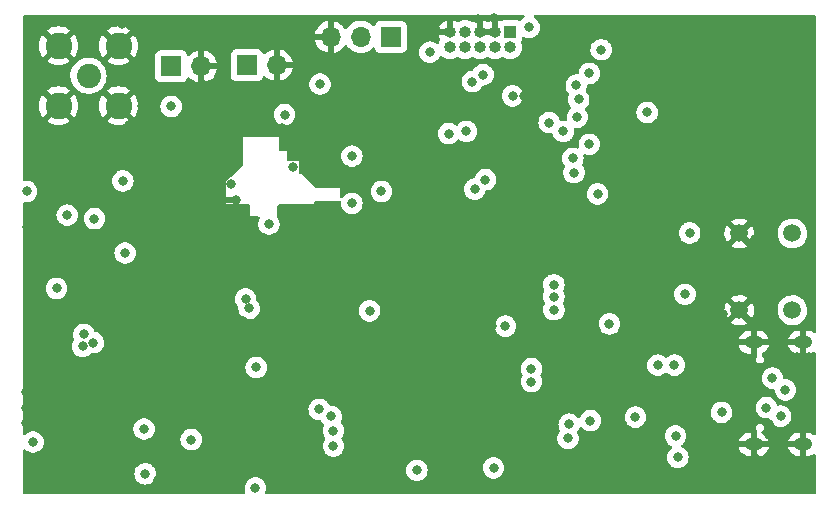
<source format=gbr>
%TF.GenerationSoftware,KiCad,Pcbnew,(5.99.0-7611-gb7875e4d41)*%
%TF.CreationDate,2020-12-16T01:58:44+00:00*%
%TF.ProjectId,CM4,434d342e-6b69-4636-9164-5f7063625858,rev?*%
%TF.SameCoordinates,Original*%
%TF.FileFunction,Copper,L2,Inr*%
%TF.FilePolarity,Positive*%
%FSLAX46Y46*%
G04 Gerber Fmt 4.6, Leading zero omitted, Abs format (unit mm)*
G04 Created by KiCad (PCBNEW (5.99.0-7611-gb7875e4d41)) date 2020-12-16 01:58:44*
%MOMM*%
%LPD*%
G01*
G04 APERTURE LIST*
G04 Aperture macros list*
%AMRoundRect*
0 Rectangle with rounded corners*
0 $1 Rounding radius*
0 $2 $3 $4 $5 $6 $7 $8 $9 X,Y pos of 4 corners*
0 Add a 4 corners polygon primitive as box body*
4,1,4,$2,$3,$4,$5,$6,$7,$8,$9,$2,$3,0*
0 Add four circle primitives for the rounded corners*
1,1,$1+$1,$2,$3,0*
1,1,$1+$1,$4,$5,0*
1,1,$1+$1,$6,$7,0*
1,1,$1+$1,$8,$9,0*
0 Add four rect primitives between the rounded corners*
20,1,$1+$1,$2,$3,$4,$5,0*
20,1,$1+$1,$4,$5,$6,$7,0*
20,1,$1+$1,$6,$7,$8,$9,0*
20,1,$1+$1,$8,$9,$2,$3,0*%
G04 Aperture macros list end*
%TA.AperFunction,ComponentPad*%
%ADD10R,1.000000X1.000000*%
%TD*%
%TA.AperFunction,ComponentPad*%
%ADD11O,1.000000X1.000000*%
%TD*%
%TA.AperFunction,ComponentPad*%
%ADD12R,1.700000X1.700000*%
%TD*%
%TA.AperFunction,ComponentPad*%
%ADD13O,1.700000X1.700000*%
%TD*%
%TA.AperFunction,ComponentPad*%
%ADD14RoundRect,0.500000X0.300000X0.000000X0.300000X0.000000X-0.300000X0.000000X-0.300000X0.000000X0*%
%TD*%
%TA.AperFunction,ComponentPad*%
%ADD15C,1.500000*%
%TD*%
%TA.AperFunction,ComponentPad*%
%ADD16C,2.050000*%
%TD*%
%TA.AperFunction,ComponentPad*%
%ADD17C,2.250000*%
%TD*%
%TA.AperFunction,ViaPad*%
%ADD18C,0.800000*%
%TD*%
%TA.AperFunction,Conductor*%
%ADD19C,0.500000*%
%TD*%
G04 APERTURE END LIST*
D10*
%TO.N,/+3.3V*%
%TO.C,J3*%
X137900000Y-77100000D03*
D11*
%TO.N,/H7MCU/SWDIO*%
X137900000Y-78370000D03*
%TO.N,GND*%
X136630000Y-77100000D03*
%TO.N,/H7MCU/SWCLK*%
X136630000Y-78370000D03*
%TO.N,GND*%
X135360000Y-77100000D03*
%TO.N,/H7MCU/SWO*%
X135360000Y-78370000D03*
%TO.N,no_connect_60*%
X134090000Y-77100000D03*
%TO.N,no_connect_61*%
X134090000Y-78370000D03*
%TO.N,GND*%
X132820000Y-77100000D03*
%TO.N,/H7MCU/NRST*%
X132820000Y-78370000D03*
%TD*%
D12*
%TO.N,/v_DIV_OUT*%
%TO.C,J6*%
X109200000Y-80000000D03*
D13*
%TO.N,GND*%
X111740000Y-80000000D03*
%TD*%
D14*
%TO.N,GND*%
%TO.C,J2*%
X158520000Y-112020000D03*
X158520000Y-103380000D03*
X162700000Y-103380000D03*
X162700000Y-112020000D03*
%TD*%
D15*
%TO.N,/H7MCU/NRST*%
%TO.C,S1*%
X161800000Y-100650000D03*
X161800000Y-94150000D03*
%TO.N,GND*%
X157300000Y-94150000D03*
X157300000Y-100650000D03*
%TD*%
D12*
%TO.N,/H7MCU/USART_RX*%
%TO.C,J7*%
X127800000Y-77500000D03*
D13*
%TO.N,/H7MCU/USART_TX*%
X125260000Y-77500000D03*
%TO.N,GND*%
X122720000Y-77500000D03*
%TD*%
D12*
%TO.N,P_AMP_OUT*%
%TO.C,J5*%
X115600000Y-79900000D03*
D13*
%TO.N,GND*%
X118140000Y-79900000D03*
%TD*%
D16*
%TO.N,Net-(J1-Pad1)*%
%TO.C,J1*%
X102200000Y-80800000D03*
D17*
%TO.N,GND*%
X104740000Y-83340000D03*
X99660000Y-78260000D03*
X104740000Y-78260000D03*
X99660000Y-83340000D03*
%TD*%
D18*
%TO.N,GND*%
X118600000Y-85200000D03*
X154400000Y-100300000D03*
X118618000Y-94107000D03*
X148600000Y-113800000D03*
X144500000Y-113800000D03*
X113792000Y-94742000D03*
X119900000Y-83100000D03*
X156300000Y-101800000D03*
X138200000Y-114000000D03*
X107100000Y-86500000D03*
X162500000Y-113300000D03*
X145700000Y-76200000D03*
X128200000Y-79900000D03*
X108800000Y-99800000D03*
X132000000Y-108900000D03*
X102700000Y-114800000D03*
X104700000Y-110900000D03*
X119500000Y-88500000D03*
X155900000Y-101000000D03*
X113665000Y-95758000D03*
X99500000Y-88200000D03*
X110109000Y-115062000D03*
X130300000Y-109400000D03*
X120904000Y-102616000D03*
X139573000Y-79629000D03*
X130048000Y-103886000D03*
X162200000Y-104600000D03*
X156900000Y-103200000D03*
X151400000Y-77400000D03*
X112000000Y-81600000D03*
X135200000Y-76000000D03*
X106100000Y-87000000D03*
X96900000Y-108900000D03*
X118300000Y-81600000D03*
X150800000Y-88900000D03*
X112900000Y-109600000D03*
X108077000Y-115062000D03*
X115200000Y-102500000D03*
X152100000Y-109900000D03*
X104800000Y-114600000D03*
X141300000Y-78600000D03*
X134800000Y-113900000D03*
X97800000Y-81800000D03*
X113665000Y-108966000D03*
X101600000Y-87900000D03*
X148500000Y-112900000D03*
X113665000Y-97155000D03*
X158700000Y-93300000D03*
X114173000Y-98044000D03*
X97000000Y-93600000D03*
X121158000Y-105283000D03*
X156200000Y-104000000D03*
X120015000Y-107823000D03*
X97600000Y-84200000D03*
X108000000Y-93600000D03*
X142500000Y-78600000D03*
X122100000Y-79500000D03*
X141000000Y-103500000D03*
X97500000Y-78900000D03*
X124300000Y-89600000D03*
X112400000Y-90400000D03*
X140200000Y-78900000D03*
X115300000Y-101600000D03*
X112600000Y-87400000D03*
X163200000Y-104600000D03*
X114700000Y-91300000D03*
X119761000Y-102489000D03*
X130175000Y-105029000D03*
X149100000Y-77300000D03*
X112600000Y-86000000D03*
X136500000Y-75900000D03*
X112300000Y-88800000D03*
X102800000Y-106500000D03*
X114300000Y-90000000D03*
X96900000Y-110200000D03*
X149500000Y-86100000D03*
X119634000Y-94107000D03*
X98800000Y-92900000D03*
X159800000Y-111200000D03*
X163400000Y-113300000D03*
X105600000Y-85000000D03*
X160100000Y-104000000D03*
X112800000Y-108400000D03*
X124536000Y-108041000D03*
X150800000Y-86100000D03*
X139100000Y-82500000D03*
X117400000Y-85300000D03*
X97600000Y-113400000D03*
X157500000Y-113200000D03*
X126836000Y-108141000D03*
X125636000Y-108141000D03*
X138049000Y-103632000D03*
X103800000Y-114600000D03*
X120015000Y-105029000D03*
X132200000Y-104400000D03*
X102800000Y-107400000D03*
X121000000Y-83100000D03*
X121000000Y-79300000D03*
X155700000Y-103200000D03*
X116600000Y-83100000D03*
X121793000Y-99695000D03*
X131200000Y-104400000D03*
X113665000Y-107950000D03*
X149800000Y-88500000D03*
X140000000Y-103600000D03*
X117400000Y-82600000D03*
X129921000Y-101854000D03*
X131600000Y-76900000D03*
X101800000Y-114800000D03*
X109093000Y-115062000D03*
X98200000Y-76700000D03*
X97500000Y-77700000D03*
X158600000Y-113200000D03*
X112903000Y-113919000D03*
X133300000Y-113000000D03*
X103800000Y-110900000D03*
X129300000Y-109400000D03*
X152700000Y-77200000D03*
X129921000Y-102870000D03*
X142000000Y-76300000D03*
X145600000Y-105800000D03*
X156800000Y-95700000D03*
X112903000Y-114935000D03*
X124000000Y-79900000D03*
X153500000Y-96900000D03*
X106700000Y-83400000D03*
X97600000Y-82900000D03*
X102800000Y-109400000D03*
X150200000Y-77400000D03*
X96900000Y-107600000D03*
X136400000Y-102000000D03*
X149500000Y-79000000D03*
X116586000Y-111506000D03*
X116586000Y-112522000D03*
X143500000Y-113900000D03*
X123300000Y-102400000D03*
X114681000Y-92583000D03*
X107100000Y-90200000D03*
X105900000Y-76400000D03*
X123100000Y-100700000D03*
X143900000Y-76300000D03*
X159800000Y-110300000D03*
X105000000Y-76400000D03*
X137600000Y-108600000D03*
X110900000Y-81500000D03*
X139065000Y-103505000D03*
X158600000Y-94600000D03*
X140208000Y-77978000D03*
X114046000Y-107061000D03*
X121285000Y-106426000D03*
X142900000Y-113000000D03*
X106300000Y-77200000D03*
X106600000Y-84500000D03*
X119400000Y-81400000D03*
X112800000Y-107000000D03*
X97500000Y-114400000D03*
%TO.N,/v_DIV_OUT*%
X116400000Y-105500000D03*
X117475000Y-93345000D03*
X109200000Y-83400000D03*
%TO.N,/Power/+5V*%
X107000000Y-114500000D03*
X130000000Y-114200000D03*
X106900000Y-110700000D03*
X136500000Y-114000000D03*
X116332000Y-115697000D03*
X146300000Y-101800000D03*
X151800000Y-105300000D03*
%TO.N,/VPOS*%
X99500000Y-98800000D03*
X97500000Y-111800000D03*
X100400000Y-92600000D03*
%TO.N,/VNEG*%
X105300000Y-95800000D03*
X110900000Y-111600000D03*
X105100000Y-89700000D03*
%TO.N,/+3.3V*%
X124500000Y-87600000D03*
X118800000Y-84100000D03*
X101800000Y-102700000D03*
X121736000Y-109041000D03*
X122936000Y-110841000D03*
X122736000Y-109641000D03*
X126000000Y-100700000D03*
X143700000Y-82800000D03*
X143300000Y-89000000D03*
X122936000Y-112141000D03*
X137500000Y-102000000D03*
X141600000Y-100600000D03*
X139700000Y-105600000D03*
X153100000Y-94100000D03*
X143600000Y-84300000D03*
X141600000Y-98500000D03*
X127000000Y-90600000D03*
X149500000Y-83900000D03*
X143200000Y-87800000D03*
X142800000Y-111500000D03*
X115800000Y-100500000D03*
X138100000Y-82500000D03*
X115500000Y-99700000D03*
X141600000Y-99500000D03*
X142900000Y-110300000D03*
X144600000Y-80600000D03*
X102600000Y-103400000D03*
X139500000Y-76700000D03*
X101700000Y-103700000D03*
X139700000Y-106700000D03*
X121800000Y-81500000D03*
%TO.N,/Power/USB_CONN_D+*%
X160100000Y-106400000D03*
X160800000Y-109625000D03*
%TO.N,/Power/USB_CONN_D-*%
X159600000Y-108900000D03*
X161200000Y-107400000D03*
%TO.N,/H7MCU/NRST*%
X131100000Y-78800000D03*
X124500000Y-91600000D03*
X152700000Y-99300000D03*
%TO.N,Net-(F1-Pad2)*%
X152100000Y-113100000D03*
X144700000Y-110000000D03*
%TO.N,Net-(IC2-Pad1)*%
X96950000Y-90600000D03*
X102700000Y-92900000D03*
%TO.N,/H7MCU/SDMMC_CMD*%
X141200000Y-84775000D03*
X132700000Y-85700000D03*
%TO.N,/H7MCU/SDMMC_CK*%
X134200000Y-85500000D03*
X142400000Y-85500000D03*
%TO.N,/H7MCU/SDMMC_D3*%
X134700000Y-81300000D03*
X143500000Y-81600000D03*
%TO.N,/H7MCU/SDMMC_D2*%
X145600000Y-78600000D03*
X135600000Y-80700000D03*
%TO.N,/H7MCU/SDMMC_D1*%
X145300000Y-90800000D03*
X135800000Y-89600000D03*
%TO.N,/H7MCU/SDMMC_D0*%
X134900000Y-90400000D03*
X144600000Y-86600000D03*
%TO.N,Net-(J2-PadB5)*%
X150400000Y-105300000D03*
X151900000Y-111300000D03*
%TO.N,Net-(J2-PadA5)*%
X155800000Y-109300000D03*
X148500000Y-109700000D03*
%TD*%
D19*
%TO.N,GND*%
X113300000Y-91300000D02*
X112400000Y-90400000D01*
X114700000Y-91300000D02*
X113300000Y-91300000D01*
%TD*%
%TA.AperFunction,Conductor*%
%TO.N,GND*%
G36*
X139082086Y-75678002D02*
G01*
X139128579Y-75731658D01*
X139138683Y-75801932D01*
X139109189Y-75866512D01*
X139065214Y-75899107D01*
X139049280Y-75906201D01*
X139049278Y-75906202D01*
X139043250Y-75908886D01*
X139037909Y-75912766D01*
X139037908Y-75912767D01*
X138894093Y-76017254D01*
X138894091Y-76017256D01*
X138888749Y-76021137D01*
X138795384Y-76124830D01*
X138734939Y-76162068D01*
X138663955Y-76160716D01*
X138649407Y-76155132D01*
X138552864Y-76111042D01*
X138552863Y-76111042D01*
X138544670Y-76107300D01*
X138535755Y-76106018D01*
X138535754Y-76106018D01*
X138404448Y-76087139D01*
X138404441Y-76087138D01*
X138400000Y-76086500D01*
X137400000Y-76086500D01*
X137326921Y-76091727D01*
X137273884Y-76107300D01*
X137195330Y-76130365D01*
X137195328Y-76130366D01*
X137186684Y-76132904D01*
X137169993Y-76143631D01*
X137145689Y-76159250D01*
X137077568Y-76179252D01*
X137028738Y-76169406D01*
X137016662Y-76164329D01*
X136901307Y-76128620D01*
X136887205Y-76128414D01*
X136884000Y-76135170D01*
X136883999Y-76845998D01*
X136884000Y-76846004D01*
X136883999Y-77228000D01*
X136863997Y-77296121D01*
X136810341Y-77342614D01*
X136757999Y-77354000D01*
X136408000Y-77354000D01*
X135614002Y-77353999D01*
X135613996Y-77354000D01*
X135232000Y-77353999D01*
X135163879Y-77333997D01*
X135117386Y-77280341D01*
X135106000Y-77227999D01*
X135106000Y-76827885D01*
X135613999Y-76827885D01*
X135618474Y-76843124D01*
X135619864Y-76844329D01*
X135627547Y-76846000D01*
X136357885Y-76846001D01*
X136373124Y-76841526D01*
X136374329Y-76840136D01*
X136376000Y-76832453D01*
X136376001Y-76141948D01*
X136372028Y-76128417D01*
X136364233Y-76127296D01*
X136256433Y-76159024D01*
X136245065Y-76163617D01*
X136080778Y-76249504D01*
X136065358Y-76259594D01*
X136064010Y-76257534D01*
X136008399Y-76280496D01*
X135938545Y-76267812D01*
X135924612Y-76259662D01*
X135921045Y-76257256D01*
X135757969Y-76169082D01*
X135746670Y-76164332D01*
X135631307Y-76128620D01*
X135617205Y-76128414D01*
X135614000Y-76135170D01*
X135613999Y-76827885D01*
X135106000Y-76827885D01*
X135106001Y-76141948D01*
X135102028Y-76128417D01*
X135094233Y-76127297D01*
X134986433Y-76159024D01*
X134975065Y-76163617D01*
X134810778Y-76249504D01*
X134795358Y-76259594D01*
X134793927Y-76257408D01*
X134738810Y-76280168D01*
X134668955Y-76267486D01*
X134659100Y-76261721D01*
X134656742Y-76259770D01*
X134651323Y-76256840D01*
X134651320Y-76256838D01*
X134488165Y-76168621D01*
X134488161Y-76168619D01*
X134482747Y-76165692D01*
X134476867Y-76163872D01*
X134476865Y-76163871D01*
X134395596Y-76138714D01*
X134293792Y-76107200D01*
X134287674Y-76106557D01*
X134287669Y-76106556D01*
X134103205Y-76087169D01*
X134103203Y-76087169D01*
X134097076Y-76086525D01*
X134018993Y-76093631D01*
X133906228Y-76103893D01*
X133906225Y-76103894D01*
X133900089Y-76104452D01*
X133894183Y-76106190D01*
X133894179Y-76106191D01*
X133772688Y-76141948D01*
X133710336Y-76160299D01*
X133535045Y-76251939D01*
X133530244Y-76255799D01*
X133525085Y-76259175D01*
X133523769Y-76257164D01*
X133467965Y-76280205D01*
X133398111Y-76267521D01*
X133384177Y-76259369D01*
X133381043Y-76257255D01*
X133217969Y-76169082D01*
X133206670Y-76164332D01*
X133091307Y-76128620D01*
X133077205Y-76128414D01*
X133074000Y-76135170D01*
X133073999Y-76845998D01*
X133074000Y-76846004D01*
X133073999Y-77228000D01*
X133053997Y-77296121D01*
X133000341Y-77342614D01*
X132947999Y-77354000D01*
X131862154Y-77353999D01*
X131848623Y-77357972D01*
X131847473Y-77365974D01*
X131876436Y-77466983D01*
X131880955Y-77478395D01*
X131965688Y-77643268D01*
X131972330Y-77653573D01*
X131973977Y-77655651D01*
X131974497Y-77656936D01*
X131975672Y-77658759D01*
X131975326Y-77658982D01*
X132000619Y-77721460D01*
X131987453Y-77791225D01*
X131983857Y-77797275D01*
X131983747Y-77797406D01*
X131888456Y-77970740D01*
X131886594Y-77976609D01*
X131886593Y-77976612D01*
X131869317Y-78031073D01*
X131829654Y-78089958D01*
X131764452Y-78118050D01*
X131694412Y-78106433D01*
X131675154Y-78094911D01*
X131562092Y-78012767D01*
X131562091Y-78012766D01*
X131556750Y-78008886D01*
X131550722Y-78006202D01*
X131550720Y-78006201D01*
X131388318Y-77933895D01*
X131388317Y-77933895D01*
X131382287Y-77931210D01*
X131288887Y-77911357D01*
X131201944Y-77892876D01*
X131201939Y-77892876D01*
X131195487Y-77891504D01*
X131004513Y-77891504D01*
X130998061Y-77892876D01*
X130998056Y-77892876D01*
X130911113Y-77911357D01*
X130817713Y-77931210D01*
X130811683Y-77933895D01*
X130811682Y-77933895D01*
X130649280Y-78006201D01*
X130649278Y-78006202D01*
X130643250Y-78008886D01*
X130637909Y-78012766D01*
X130637908Y-78012767D01*
X130494093Y-78117254D01*
X130494091Y-78117256D01*
X130488749Y-78121137D01*
X130484328Y-78126047D01*
X130484327Y-78126048D01*
X130368425Y-78254771D01*
X130360963Y-78263058D01*
X130265476Y-78428446D01*
X130263434Y-78434731D01*
X130215425Y-78582489D01*
X130206462Y-78610073D01*
X130205772Y-78616636D01*
X130205772Y-78616637D01*
X130203617Y-78637139D01*
X130186500Y-78800000D01*
X130187190Y-78806565D01*
X130197571Y-78905330D01*
X130206462Y-78989927D01*
X130208502Y-78996205D01*
X130208502Y-78996206D01*
X130214364Y-79014246D01*
X130265476Y-79171554D01*
X130268779Y-79177276D01*
X130268780Y-79177277D01*
X130290782Y-79215386D01*
X130360963Y-79336942D01*
X130365381Y-79341849D01*
X130365382Y-79341850D01*
X130484327Y-79473952D01*
X130488749Y-79478863D01*
X130494091Y-79482744D01*
X130494093Y-79482746D01*
X130637908Y-79587233D01*
X130643250Y-79591114D01*
X130649278Y-79593798D01*
X130649280Y-79593799D01*
X130766528Y-79646001D01*
X130817713Y-79668790D01*
X130911113Y-79688643D01*
X130998056Y-79707124D01*
X130998061Y-79707124D01*
X131004513Y-79708496D01*
X131195487Y-79708496D01*
X131201939Y-79707124D01*
X131201944Y-79707124D01*
X131288887Y-79688643D01*
X131382287Y-79668790D01*
X131433472Y-79646001D01*
X131550720Y-79593799D01*
X131550722Y-79593798D01*
X131556750Y-79591114D01*
X131562092Y-79587233D01*
X131705907Y-79482746D01*
X131705909Y-79482744D01*
X131711251Y-79478863D01*
X131715673Y-79473952D01*
X131834618Y-79341850D01*
X131834619Y-79341849D01*
X131839037Y-79336942D01*
X131909218Y-79215386D01*
X131931220Y-79177277D01*
X131931221Y-79177276D01*
X131934524Y-79171554D01*
X131936566Y-79165269D01*
X131939250Y-79159241D01*
X131941622Y-79160297D01*
X131975131Y-79111279D01*
X132040525Y-79083635D01*
X132110483Y-79095733D01*
X132136565Y-79112858D01*
X132212257Y-79177277D01*
X132241582Y-79202235D01*
X132246960Y-79205241D01*
X132246962Y-79205242D01*
X132400050Y-79290800D01*
X132414246Y-79298734D01*
X132602366Y-79359857D01*
X132798775Y-79383278D01*
X132804910Y-79382806D01*
X132804912Y-79382806D01*
X132989850Y-79368576D01*
X132989854Y-79368575D01*
X132995992Y-79368103D01*
X133186507Y-79314910D01*
X133363060Y-79225726D01*
X133376560Y-79215179D01*
X133442551Y-79189002D01*
X133515600Y-79204481D01*
X133684246Y-79298734D01*
X133872366Y-79359857D01*
X134068775Y-79383278D01*
X134074910Y-79382806D01*
X134074912Y-79382806D01*
X134259850Y-79368576D01*
X134259854Y-79368575D01*
X134265992Y-79368103D01*
X134456507Y-79314910D01*
X134633060Y-79225726D01*
X134646560Y-79215179D01*
X134712551Y-79189002D01*
X134785600Y-79204481D01*
X134954246Y-79298734D01*
X135142366Y-79359857D01*
X135338775Y-79383278D01*
X135344910Y-79382806D01*
X135344912Y-79382806D01*
X135529850Y-79368576D01*
X135529854Y-79368575D01*
X135535992Y-79368103D01*
X135726507Y-79314910D01*
X135903060Y-79225726D01*
X135916560Y-79215179D01*
X135982551Y-79189002D01*
X136055600Y-79204481D01*
X136224246Y-79298734D01*
X136412366Y-79359857D01*
X136608775Y-79383278D01*
X136614910Y-79382806D01*
X136614912Y-79382806D01*
X136799850Y-79368576D01*
X136799854Y-79368575D01*
X136805992Y-79368103D01*
X136996507Y-79314910D01*
X137173060Y-79225726D01*
X137186560Y-79215179D01*
X137252551Y-79189002D01*
X137325600Y-79204481D01*
X137494246Y-79298734D01*
X137682366Y-79359857D01*
X137878775Y-79383278D01*
X137884910Y-79382806D01*
X137884912Y-79382806D01*
X138069850Y-79368576D01*
X138069854Y-79368575D01*
X138075992Y-79368103D01*
X138266507Y-79314910D01*
X138443060Y-79225726D01*
X138451475Y-79219152D01*
X138594073Y-79107742D01*
X138598929Y-79103948D01*
X138622258Y-79076921D01*
X138724147Y-78958882D01*
X138724148Y-78958880D01*
X138728176Y-78954214D01*
X138825878Y-78782228D01*
X138886497Y-78600000D01*
X144686500Y-78600000D01*
X144687190Y-78606565D01*
X144695214Y-78682904D01*
X144706462Y-78789927D01*
X144708502Y-78796205D01*
X144708502Y-78796206D01*
X144729999Y-78862368D01*
X144765476Y-78971554D01*
X144768779Y-78977276D01*
X144768780Y-78977277D01*
X144780246Y-78997136D01*
X144860963Y-79136942D01*
X144865381Y-79141849D01*
X144865382Y-79141850D01*
X144955556Y-79241998D01*
X144988749Y-79278863D01*
X144994091Y-79282744D01*
X144994093Y-79282746D01*
X145137908Y-79387233D01*
X145143250Y-79391114D01*
X145149278Y-79393798D01*
X145149280Y-79393799D01*
X145309479Y-79465124D01*
X145317713Y-79468790D01*
X145411113Y-79488643D01*
X145498056Y-79507124D01*
X145498061Y-79507124D01*
X145504513Y-79508496D01*
X145695487Y-79508496D01*
X145701939Y-79507124D01*
X145701944Y-79507124D01*
X145788887Y-79488643D01*
X145882287Y-79468790D01*
X145890521Y-79465124D01*
X146050720Y-79393799D01*
X146050722Y-79393798D01*
X146056750Y-79391114D01*
X146062092Y-79387233D01*
X146205907Y-79282746D01*
X146205909Y-79282744D01*
X146211251Y-79278863D01*
X146244444Y-79241998D01*
X146334618Y-79141850D01*
X146334619Y-79141849D01*
X146339037Y-79136942D01*
X146419754Y-78997136D01*
X146431220Y-78977277D01*
X146431221Y-78977276D01*
X146434524Y-78971554D01*
X146470001Y-78862368D01*
X146491498Y-78796206D01*
X146491498Y-78796205D01*
X146493538Y-78789927D01*
X146504787Y-78682904D01*
X146512810Y-78606565D01*
X146513500Y-78600000D01*
X146512036Y-78586069D01*
X146494228Y-78416637D01*
X146494228Y-78416636D01*
X146493538Y-78410073D01*
X146489713Y-78398299D01*
X146443077Y-78254771D01*
X146434524Y-78228446D01*
X146339037Y-78063058D01*
X146290261Y-78008886D01*
X146215673Y-77926048D01*
X146215672Y-77926047D01*
X146211251Y-77921137D01*
X146205909Y-77917256D01*
X146205907Y-77917254D01*
X146062092Y-77812767D01*
X146062091Y-77812766D01*
X146056750Y-77808886D01*
X146050722Y-77806202D01*
X146050720Y-77806201D01*
X145888318Y-77733895D01*
X145888317Y-77733895D01*
X145882287Y-77731210D01*
X145788887Y-77711357D01*
X145701944Y-77692876D01*
X145701939Y-77692876D01*
X145695487Y-77691504D01*
X145504513Y-77691504D01*
X145498061Y-77692876D01*
X145498056Y-77692876D01*
X145411113Y-77711357D01*
X145317713Y-77731210D01*
X145311683Y-77733895D01*
X145311682Y-77733895D01*
X145149280Y-77806201D01*
X145149278Y-77806202D01*
X145143250Y-77808886D01*
X145137909Y-77812766D01*
X145137908Y-77812767D01*
X144994093Y-77917254D01*
X144994091Y-77917256D01*
X144988749Y-77921137D01*
X144984328Y-77926047D01*
X144984327Y-77926048D01*
X144909740Y-78008886D01*
X144860963Y-78063058D01*
X144765476Y-78228446D01*
X144756923Y-78254771D01*
X144710288Y-78398299D01*
X144706462Y-78410073D01*
X144705772Y-78416636D01*
X144705772Y-78416637D01*
X144687964Y-78586069D01*
X144686500Y-78600000D01*
X138886497Y-78600000D01*
X138888314Y-78594539D01*
X138913105Y-78398299D01*
X138913500Y-78370000D01*
X138894198Y-78173143D01*
X138837027Y-77983785D01*
X138834136Y-77978349D01*
X138832143Y-77973512D01*
X138824678Y-77902909D01*
X138834022Y-77873157D01*
X138888958Y-77752864D01*
X138888958Y-77752863D01*
X138892700Y-77744670D01*
X138894833Y-77729838D01*
X138912302Y-77608333D01*
X138941795Y-77543753D01*
X139001522Y-77505369D01*
X139072518Y-77505369D01*
X139088269Y-77511158D01*
X139161479Y-77543753D01*
X139217713Y-77568790D01*
X139299940Y-77586268D01*
X139398056Y-77607124D01*
X139398061Y-77607124D01*
X139404513Y-77608496D01*
X139595487Y-77608496D01*
X139601939Y-77607124D01*
X139601944Y-77607124D01*
X139700060Y-77586268D01*
X139782287Y-77568790D01*
X139838521Y-77543753D01*
X139950720Y-77493799D01*
X139950722Y-77493798D01*
X139956750Y-77491114D01*
X139962092Y-77487233D01*
X140105907Y-77382746D01*
X140105909Y-77382744D01*
X140111251Y-77378863D01*
X140143890Y-77342614D01*
X140234618Y-77241850D01*
X140234619Y-77241849D01*
X140239037Y-77236942D01*
X140334524Y-77071554D01*
X140393538Y-76889927D01*
X140398155Y-76846004D01*
X140412810Y-76706565D01*
X140413500Y-76700000D01*
X140393538Y-76510073D01*
X140383377Y-76478799D01*
X140339694Y-76344357D01*
X140334524Y-76328446D01*
X140331023Y-76322381D01*
X140281542Y-76236678D01*
X140239037Y-76163058D01*
X140233853Y-76157300D01*
X140115673Y-76026048D01*
X140115669Y-76026044D01*
X140111251Y-76021137D01*
X140105909Y-76017256D01*
X140105907Y-76017254D01*
X139962092Y-75912767D01*
X139962091Y-75912766D01*
X139956750Y-75908886D01*
X139950722Y-75906202D01*
X139950720Y-75906201D01*
X139934786Y-75899107D01*
X139880690Y-75853127D01*
X139860041Y-75785200D01*
X139879393Y-75716891D01*
X139932604Y-75669890D01*
X139986035Y-75658000D01*
X163666000Y-75658000D01*
X163734121Y-75678002D01*
X163780614Y-75731658D01*
X163792000Y-75784000D01*
X163792000Y-102459002D01*
X163771998Y-102527123D01*
X163718342Y-102573616D01*
X163648068Y-102583720D01*
X163585684Y-102556086D01*
X163571211Y-102544113D01*
X163561043Y-102537254D01*
X163397969Y-102449081D01*
X163386670Y-102444331D01*
X163209573Y-102389510D01*
X163197569Y-102387045D01*
X163057687Y-102372344D01*
X163051127Y-102372000D01*
X162972115Y-102372000D01*
X162956876Y-102376475D01*
X162955671Y-102377865D01*
X162954000Y-102385548D01*
X162953999Y-103125998D01*
X162954000Y-103126004D01*
X162953999Y-104369885D01*
X162958474Y-104385124D01*
X162959864Y-104386329D01*
X162967547Y-104388000D01*
X163047921Y-104388000D01*
X163054069Y-104387699D01*
X163190625Y-104374310D01*
X163202660Y-104371927D01*
X163380124Y-104318347D01*
X163391466Y-104313672D01*
X163555144Y-104226644D01*
X163565360Y-104219857D01*
X163586364Y-104202726D01*
X163651796Y-104175172D01*
X163721737Y-104187367D01*
X163773983Y-104235440D01*
X163792000Y-104300369D01*
X163792000Y-111099002D01*
X163771998Y-111167123D01*
X163718342Y-111213616D01*
X163648068Y-111223720D01*
X163585684Y-111196086D01*
X163571211Y-111184113D01*
X163561043Y-111177254D01*
X163397969Y-111089081D01*
X163386670Y-111084331D01*
X163209573Y-111029510D01*
X163197569Y-111027045D01*
X163057687Y-111012344D01*
X163051127Y-111012000D01*
X162972115Y-111012000D01*
X162956876Y-111016475D01*
X162955671Y-111017865D01*
X162954000Y-111025548D01*
X162953999Y-111765998D01*
X162954000Y-111766004D01*
X162953999Y-113009885D01*
X162958474Y-113025124D01*
X162959864Y-113026329D01*
X162967547Y-113028000D01*
X163047921Y-113028000D01*
X163054069Y-113027699D01*
X163190625Y-113014310D01*
X163202660Y-113011927D01*
X163380124Y-112958347D01*
X163391466Y-112953672D01*
X163555144Y-112866644D01*
X163565360Y-112859857D01*
X163586364Y-112842726D01*
X163651796Y-112815172D01*
X163721737Y-112827367D01*
X163773983Y-112875440D01*
X163792000Y-112940369D01*
X163792000Y-116079000D01*
X163771998Y-116147121D01*
X163718342Y-116193614D01*
X163666000Y-116205000D01*
X117295614Y-116205000D01*
X117227493Y-116184998D01*
X117181000Y-116131342D01*
X117170896Y-116061068D01*
X117175781Y-116040064D01*
X117223498Y-115893206D01*
X117223498Y-115893205D01*
X117225538Y-115886927D01*
X117245500Y-115697000D01*
X117225538Y-115507073D01*
X117193509Y-115408496D01*
X117168566Y-115331731D01*
X117166524Y-115325446D01*
X117071037Y-115160058D01*
X117024611Y-115108496D01*
X116947673Y-115023048D01*
X116947672Y-115023047D01*
X116943251Y-115018137D01*
X116937909Y-115014256D01*
X116937907Y-115014254D01*
X116794092Y-114909767D01*
X116794091Y-114909766D01*
X116788750Y-114905886D01*
X116782722Y-114903202D01*
X116782720Y-114903201D01*
X116620318Y-114830895D01*
X116620317Y-114830895D01*
X116614287Y-114828210D01*
X116520887Y-114808357D01*
X116433944Y-114789876D01*
X116433939Y-114789876D01*
X116427487Y-114788504D01*
X116236513Y-114788504D01*
X116230061Y-114789876D01*
X116230056Y-114789876D01*
X116143113Y-114808357D01*
X116049713Y-114828210D01*
X116043683Y-114830895D01*
X116043682Y-114830895D01*
X115881280Y-114903201D01*
X115881278Y-114903202D01*
X115875250Y-114905886D01*
X115869909Y-114909766D01*
X115869908Y-114909767D01*
X115726093Y-115014254D01*
X115726091Y-115014256D01*
X115720749Y-115018137D01*
X115716328Y-115023047D01*
X115716327Y-115023048D01*
X115639390Y-115108496D01*
X115592963Y-115160058D01*
X115497476Y-115325446D01*
X115495434Y-115331731D01*
X115470492Y-115408496D01*
X115438462Y-115507073D01*
X115418500Y-115697000D01*
X115438462Y-115886927D01*
X115440502Y-115893205D01*
X115440502Y-115893206D01*
X115488219Y-116040064D01*
X115490246Y-116111032D01*
X115453584Y-116171829D01*
X115389872Y-116203155D01*
X115368386Y-116205000D01*
X96773000Y-116205000D01*
X96704879Y-116184998D01*
X96658386Y-116131342D01*
X96647000Y-116079000D01*
X96647000Y-114500000D01*
X106086500Y-114500000D01*
X106106462Y-114689927D01*
X106108502Y-114696205D01*
X106108502Y-114696206D01*
X106138937Y-114789876D01*
X106165476Y-114871554D01*
X106168779Y-114877276D01*
X106168780Y-114877277D01*
X106187538Y-114909767D01*
X106260963Y-115036942D01*
X106388749Y-115178863D01*
X106394091Y-115182744D01*
X106394093Y-115182746D01*
X106537908Y-115287233D01*
X106543250Y-115291114D01*
X106549278Y-115293798D01*
X106549280Y-115293799D01*
X106634477Y-115331731D01*
X106717713Y-115368790D01*
X106811113Y-115388643D01*
X106898056Y-115407124D01*
X106898061Y-115407124D01*
X106904513Y-115408496D01*
X107095487Y-115408496D01*
X107101939Y-115407124D01*
X107101944Y-115407124D01*
X107188887Y-115388643D01*
X107282287Y-115368790D01*
X107365523Y-115331731D01*
X107450720Y-115293799D01*
X107450722Y-115293798D01*
X107456750Y-115291114D01*
X107462092Y-115287233D01*
X107605907Y-115182746D01*
X107605909Y-115182744D01*
X107611251Y-115178863D01*
X107739037Y-115036942D01*
X107812462Y-114909767D01*
X107831220Y-114877277D01*
X107831221Y-114877276D01*
X107834524Y-114871554D01*
X107861063Y-114789876D01*
X107891498Y-114696206D01*
X107891498Y-114696205D01*
X107893538Y-114689927D01*
X107913500Y-114500000D01*
X107893538Y-114310073D01*
X107857774Y-114200000D01*
X129086500Y-114200000D01*
X129106462Y-114389927D01*
X129165476Y-114571554D01*
X129260963Y-114736942D01*
X129265381Y-114741849D01*
X129265382Y-114741850D01*
X129382168Y-114871554D01*
X129388749Y-114878863D01*
X129394091Y-114882744D01*
X129394093Y-114882746D01*
X129537908Y-114987233D01*
X129543250Y-114991114D01*
X129549278Y-114993798D01*
X129549280Y-114993799D01*
X129711682Y-115066105D01*
X129717713Y-115068790D01*
X129811113Y-115088643D01*
X129898056Y-115107124D01*
X129898061Y-115107124D01*
X129904513Y-115108496D01*
X130095487Y-115108496D01*
X130101939Y-115107124D01*
X130101944Y-115107124D01*
X130188887Y-115088643D01*
X130282287Y-115068790D01*
X130288318Y-115066105D01*
X130450720Y-114993799D01*
X130450722Y-114993798D01*
X130456750Y-114991114D01*
X130462092Y-114987233D01*
X130605907Y-114882746D01*
X130605909Y-114882744D01*
X130611251Y-114878863D01*
X130617832Y-114871554D01*
X130734618Y-114741850D01*
X130734619Y-114741849D01*
X130739037Y-114736942D01*
X130834524Y-114571554D01*
X130893538Y-114389927D01*
X130913500Y-114200000D01*
X130893538Y-114010073D01*
X130890266Y-114000000D01*
X135586500Y-114000000D01*
X135606462Y-114189927D01*
X135665476Y-114371554D01*
X135760963Y-114536942D01*
X135888749Y-114678863D01*
X135894091Y-114682744D01*
X135894093Y-114682746D01*
X136037908Y-114787233D01*
X136043250Y-114791114D01*
X136049278Y-114793798D01*
X136049280Y-114793799D01*
X136211682Y-114866105D01*
X136217713Y-114868790D01*
X136311113Y-114888643D01*
X136398056Y-114907124D01*
X136398061Y-114907124D01*
X136404513Y-114908496D01*
X136595487Y-114908496D01*
X136601939Y-114907124D01*
X136601944Y-114907124D01*
X136688887Y-114888643D01*
X136782287Y-114868790D01*
X136788318Y-114866105D01*
X136950720Y-114793799D01*
X136950722Y-114793798D01*
X136956750Y-114791114D01*
X136962092Y-114787233D01*
X137105907Y-114682746D01*
X137105909Y-114682744D01*
X137111251Y-114678863D01*
X137239037Y-114536942D01*
X137334524Y-114371554D01*
X137393538Y-114189927D01*
X137413500Y-114000000D01*
X137393538Y-113810073D01*
X137334524Y-113628446D01*
X137313196Y-113591504D01*
X137242338Y-113468776D01*
X137239037Y-113463058D01*
X137190261Y-113408886D01*
X137115673Y-113326048D01*
X137115672Y-113326047D01*
X137111251Y-113321137D01*
X137105909Y-113317256D01*
X137105907Y-113317254D01*
X136962092Y-113212767D01*
X136962091Y-113212766D01*
X136956750Y-113208886D01*
X136950722Y-113206202D01*
X136950720Y-113206201D01*
X136788318Y-113133895D01*
X136788317Y-113133895D01*
X136782287Y-113131210D01*
X136666343Y-113106565D01*
X136601944Y-113092876D01*
X136601939Y-113092876D01*
X136595487Y-113091504D01*
X136404513Y-113091504D01*
X136398061Y-113092876D01*
X136398056Y-113092876D01*
X136333657Y-113106565D01*
X136217713Y-113131210D01*
X136211683Y-113133895D01*
X136211682Y-113133895D01*
X136049280Y-113206201D01*
X136049278Y-113206202D01*
X136043250Y-113208886D01*
X136037909Y-113212766D01*
X136037908Y-113212767D01*
X135894093Y-113317254D01*
X135894091Y-113317256D01*
X135888749Y-113321137D01*
X135884328Y-113326047D01*
X135884327Y-113326048D01*
X135809740Y-113408886D01*
X135760963Y-113463058D01*
X135757662Y-113468776D01*
X135686805Y-113591504D01*
X135665476Y-113628446D01*
X135606462Y-113810073D01*
X135586500Y-114000000D01*
X130890266Y-114000000D01*
X130834524Y-113828446D01*
X130739037Y-113663058D01*
X130611251Y-113521137D01*
X130605909Y-113517256D01*
X130605907Y-113517254D01*
X130462092Y-113412767D01*
X130462091Y-113412766D01*
X130456750Y-113408886D01*
X130450722Y-113406202D01*
X130450720Y-113406201D01*
X130288318Y-113333895D01*
X130288317Y-113333895D01*
X130282287Y-113331210D01*
X130188887Y-113311357D01*
X130101944Y-113292876D01*
X130101939Y-113292876D01*
X130095487Y-113291504D01*
X129904513Y-113291504D01*
X129898061Y-113292876D01*
X129898056Y-113292876D01*
X129811113Y-113311357D01*
X129717713Y-113331210D01*
X129711683Y-113333895D01*
X129711682Y-113333895D01*
X129549280Y-113406201D01*
X129549278Y-113406202D01*
X129543250Y-113408886D01*
X129537909Y-113412766D01*
X129537908Y-113412767D01*
X129394093Y-113517254D01*
X129394091Y-113517256D01*
X129388749Y-113521137D01*
X129260963Y-113663058D01*
X129165476Y-113828446D01*
X129106462Y-114010073D01*
X129086500Y-114200000D01*
X107857774Y-114200000D01*
X107834524Y-114128446D01*
X107739037Y-113963058D01*
X107674259Y-113891114D01*
X107615673Y-113826048D01*
X107615672Y-113826047D01*
X107611251Y-113821137D01*
X107605909Y-113817256D01*
X107605907Y-113817254D01*
X107462092Y-113712767D01*
X107462091Y-113712766D01*
X107456750Y-113708886D01*
X107450722Y-113706202D01*
X107450720Y-113706201D01*
X107288318Y-113633895D01*
X107288317Y-113633895D01*
X107282287Y-113631210D01*
X107188887Y-113611357D01*
X107101944Y-113592876D01*
X107101939Y-113592876D01*
X107095487Y-113591504D01*
X106904513Y-113591504D01*
X106898061Y-113592876D01*
X106898056Y-113592876D01*
X106811113Y-113611357D01*
X106717713Y-113631210D01*
X106711683Y-113633895D01*
X106711682Y-113633895D01*
X106549280Y-113706201D01*
X106549278Y-113706202D01*
X106543250Y-113708886D01*
X106537909Y-113712766D01*
X106537908Y-113712767D01*
X106394093Y-113817254D01*
X106394091Y-113817256D01*
X106388749Y-113821137D01*
X106384328Y-113826047D01*
X106384327Y-113826048D01*
X106325742Y-113891114D01*
X106260963Y-113963058D01*
X106165476Y-114128446D01*
X106106462Y-114310073D01*
X106086500Y-114500000D01*
X96647000Y-114500000D01*
X96647000Y-112538614D01*
X96667002Y-112470493D01*
X96720658Y-112424000D01*
X96790932Y-112413896D01*
X96855512Y-112443390D01*
X96866636Y-112454304D01*
X96880915Y-112470162D01*
X96888749Y-112478863D01*
X96894091Y-112482744D01*
X96894093Y-112482746D01*
X97004634Y-112563058D01*
X97043250Y-112591114D01*
X97049278Y-112593798D01*
X97049280Y-112593799D01*
X97211682Y-112666105D01*
X97217713Y-112668790D01*
X97311113Y-112688643D01*
X97398056Y-112707124D01*
X97398061Y-112707124D01*
X97404513Y-112708496D01*
X97595487Y-112708496D01*
X97601939Y-112707124D01*
X97601944Y-112707124D01*
X97688887Y-112688643D01*
X97782287Y-112668790D01*
X97788318Y-112666105D01*
X97950720Y-112593799D01*
X97950722Y-112593798D01*
X97956750Y-112591114D01*
X97995366Y-112563058D01*
X98105907Y-112482746D01*
X98105909Y-112482744D01*
X98111251Y-112478863D01*
X98118787Y-112470493D01*
X98234618Y-112341850D01*
X98234619Y-112341849D01*
X98239037Y-112336942D01*
X98310182Y-112213715D01*
X98331220Y-112177277D01*
X98331221Y-112177276D01*
X98334524Y-112171554D01*
X98393538Y-111989927D01*
X98413500Y-111800000D01*
X98393538Y-111610073D01*
X98334524Y-111428446D01*
X98239037Y-111263058D01*
X98111251Y-111121137D01*
X98105909Y-111117256D01*
X98105907Y-111117254D01*
X97962092Y-111012767D01*
X97962091Y-111012766D01*
X97956750Y-111008886D01*
X97950722Y-111006202D01*
X97950720Y-111006201D01*
X97788318Y-110933895D01*
X97788317Y-110933895D01*
X97782287Y-110931210D01*
X97688887Y-110911357D01*
X97601944Y-110892876D01*
X97601939Y-110892876D01*
X97595487Y-110891504D01*
X97404513Y-110891504D01*
X97398061Y-110892876D01*
X97398056Y-110892876D01*
X97311113Y-110911357D01*
X97217713Y-110931210D01*
X97211683Y-110933895D01*
X97211682Y-110933895D01*
X97049280Y-111006201D01*
X97049278Y-111006202D01*
X97043250Y-111008886D01*
X97037909Y-111012766D01*
X97037908Y-111012767D01*
X96894093Y-111117254D01*
X96894091Y-111117256D01*
X96888749Y-111121137D01*
X96884328Y-111126047D01*
X96884327Y-111126048D01*
X96866636Y-111145696D01*
X96806190Y-111182936D01*
X96735206Y-111181584D01*
X96676222Y-111142071D01*
X96647964Y-111076940D01*
X96647000Y-111061386D01*
X96647000Y-110700000D01*
X105986500Y-110700000D01*
X105987190Y-110706565D01*
X105998994Y-110818869D01*
X106006462Y-110889927D01*
X106008502Y-110896205D01*
X106008502Y-110896206D01*
X106036575Y-110982607D01*
X106065476Y-111071554D01*
X106160963Y-111236942D01*
X106165381Y-111241849D01*
X106165382Y-111241850D01*
X106284327Y-111373952D01*
X106288749Y-111378863D01*
X106294091Y-111382744D01*
X106294093Y-111382746D01*
X106435260Y-111485309D01*
X106443250Y-111491114D01*
X106449278Y-111493798D01*
X106449280Y-111493799D01*
X106611682Y-111566105D01*
X106617713Y-111568790D01*
X106711113Y-111588643D01*
X106798056Y-111607124D01*
X106798061Y-111607124D01*
X106804513Y-111608496D01*
X106995487Y-111608496D01*
X107001939Y-111607124D01*
X107001944Y-111607124D01*
X107035458Y-111600000D01*
X109986500Y-111600000D01*
X109987190Y-111606565D01*
X110003772Y-111764329D01*
X110006462Y-111789927D01*
X110065476Y-111971554D01*
X110160963Y-112136942D01*
X110165381Y-112141849D01*
X110165382Y-112141850D01*
X110245842Y-112231210D01*
X110288749Y-112278863D01*
X110294091Y-112282744D01*
X110294093Y-112282746D01*
X110414412Y-112370162D01*
X110443250Y-112391114D01*
X110449278Y-112393798D01*
X110449280Y-112393799D01*
X110585177Y-112454304D01*
X110617713Y-112468790D01*
X110711113Y-112488643D01*
X110798056Y-112507124D01*
X110798061Y-112507124D01*
X110804513Y-112508496D01*
X110995487Y-112508496D01*
X111001939Y-112507124D01*
X111001944Y-112507124D01*
X111088887Y-112488643D01*
X111182287Y-112468790D01*
X111214823Y-112454304D01*
X111350720Y-112393799D01*
X111350722Y-112393798D01*
X111356750Y-112391114D01*
X111385588Y-112370162D01*
X111505907Y-112282746D01*
X111505909Y-112282744D01*
X111511251Y-112278863D01*
X111554158Y-112231210D01*
X111634618Y-112141850D01*
X111634619Y-112141849D01*
X111639037Y-112136942D01*
X111734524Y-111971554D01*
X111793538Y-111789927D01*
X111796229Y-111764329D01*
X111812810Y-111606565D01*
X111813500Y-111600000D01*
X111793538Y-111410073D01*
X111734524Y-111228446D01*
X111704967Y-111177251D01*
X111684655Y-111142071D01*
X111639037Y-111063058D01*
X111612121Y-111033164D01*
X111515673Y-110926048D01*
X111515672Y-110926047D01*
X111511251Y-110921137D01*
X111505909Y-110917256D01*
X111505907Y-110917254D01*
X111362092Y-110812767D01*
X111362091Y-110812766D01*
X111356750Y-110808886D01*
X111350722Y-110806202D01*
X111350720Y-110806201D01*
X111188318Y-110733895D01*
X111188317Y-110733895D01*
X111182287Y-110731210D01*
X111066343Y-110706565D01*
X111001944Y-110692876D01*
X111001939Y-110692876D01*
X110995487Y-110691504D01*
X110804513Y-110691504D01*
X110798061Y-110692876D01*
X110798056Y-110692876D01*
X110733657Y-110706565D01*
X110617713Y-110731210D01*
X110611683Y-110733895D01*
X110611682Y-110733895D01*
X110449280Y-110806201D01*
X110449278Y-110806202D01*
X110443250Y-110808886D01*
X110437909Y-110812766D01*
X110437908Y-110812767D01*
X110294093Y-110917254D01*
X110294091Y-110917256D01*
X110288749Y-110921137D01*
X110284328Y-110926047D01*
X110284327Y-110926048D01*
X110187880Y-111033164D01*
X110160963Y-111063058D01*
X110115345Y-111142071D01*
X110095034Y-111177251D01*
X110065476Y-111228446D01*
X110006462Y-111410073D01*
X109986500Y-111600000D01*
X107035458Y-111600000D01*
X107088887Y-111588643D01*
X107182287Y-111568790D01*
X107188318Y-111566105D01*
X107350720Y-111493799D01*
X107350722Y-111493798D01*
X107356750Y-111491114D01*
X107364740Y-111485309D01*
X107505907Y-111382746D01*
X107505909Y-111382744D01*
X107511251Y-111378863D01*
X107515673Y-111373952D01*
X107634618Y-111241850D01*
X107634619Y-111241849D01*
X107639037Y-111236942D01*
X107734524Y-111071554D01*
X107763425Y-110982607D01*
X107791498Y-110896206D01*
X107791498Y-110896205D01*
X107793538Y-110889927D01*
X107801007Y-110818869D01*
X107812810Y-110706565D01*
X107813500Y-110700000D01*
X107809850Y-110665269D01*
X107794228Y-110516637D01*
X107794228Y-110516636D01*
X107793538Y-110510073D01*
X107789033Y-110496206D01*
X107759043Y-110403907D01*
X107734524Y-110328446D01*
X107639037Y-110163058D01*
X107597240Y-110116637D01*
X107515673Y-110026048D01*
X107515672Y-110026047D01*
X107511251Y-110021137D01*
X107505909Y-110017256D01*
X107505907Y-110017254D01*
X107362092Y-109912767D01*
X107362091Y-109912766D01*
X107356750Y-109908886D01*
X107350722Y-109906202D01*
X107350720Y-109906201D01*
X107188318Y-109833895D01*
X107188317Y-109833895D01*
X107182287Y-109831210D01*
X107082846Y-109810073D01*
X107001944Y-109792876D01*
X107001939Y-109792876D01*
X106995487Y-109791504D01*
X106804513Y-109791504D01*
X106798061Y-109792876D01*
X106798056Y-109792876D01*
X106717154Y-109810073D01*
X106617713Y-109831210D01*
X106611683Y-109833895D01*
X106611682Y-109833895D01*
X106449280Y-109906201D01*
X106449278Y-109906202D01*
X106443250Y-109908886D01*
X106437909Y-109912766D01*
X106437908Y-109912767D01*
X106294093Y-110017254D01*
X106294091Y-110017256D01*
X106288749Y-110021137D01*
X106284328Y-110026047D01*
X106284327Y-110026048D01*
X106202761Y-110116637D01*
X106160963Y-110163058D01*
X106065476Y-110328446D01*
X106040957Y-110403907D01*
X106010968Y-110496206D01*
X106006462Y-110510073D01*
X106005772Y-110516636D01*
X106005772Y-110516637D01*
X105990150Y-110665269D01*
X105986500Y-110700000D01*
X96647000Y-110700000D01*
X96647000Y-109041000D01*
X120822500Y-109041000D01*
X120823190Y-109047565D01*
X120826953Y-109083363D01*
X120842462Y-109230927D01*
X120844502Y-109237205D01*
X120844502Y-109237206D01*
X120855662Y-109271554D01*
X120901476Y-109412554D01*
X120996963Y-109577942D01*
X121001381Y-109582849D01*
X121001382Y-109582850D01*
X121112775Y-109706565D01*
X121124749Y-109719863D01*
X121130091Y-109723744D01*
X121130093Y-109723746D01*
X121273908Y-109828233D01*
X121279250Y-109832114D01*
X121285278Y-109834798D01*
X121285280Y-109834799D01*
X121445652Y-109906201D01*
X121453713Y-109909790D01*
X121541482Y-109928446D01*
X121634056Y-109948124D01*
X121634061Y-109948124D01*
X121640513Y-109949496D01*
X121792331Y-109949496D01*
X121860452Y-109969498D01*
X121898818Y-110014089D01*
X121901476Y-110012554D01*
X121996963Y-110177942D01*
X122101935Y-110294525D01*
X122132652Y-110358533D01*
X122123887Y-110428986D01*
X122117420Y-110441829D01*
X122101476Y-110469446D01*
X122099434Y-110475731D01*
X122055530Y-110610855D01*
X122042462Y-110651073D01*
X122041772Y-110657636D01*
X122041772Y-110657637D01*
X122034039Y-110731210D01*
X122022500Y-110841000D01*
X122023190Y-110847565D01*
X122034814Y-110958156D01*
X122042462Y-111030927D01*
X122101476Y-111212554D01*
X122104779Y-111218276D01*
X122104780Y-111218277D01*
X122155400Y-111305953D01*
X122196963Y-111377942D01*
X122201381Y-111382849D01*
X122201382Y-111382850D01*
X122222847Y-111406689D01*
X122253564Y-111470697D01*
X122244800Y-111541151D01*
X122222847Y-111575311D01*
X122196963Y-111604058D01*
X122186587Y-111622030D01*
X122106049Y-111761526D01*
X122101476Y-111769446D01*
X122042462Y-111951073D01*
X122022500Y-112141000D01*
X122023190Y-112147565D01*
X122038278Y-112291114D01*
X122042462Y-112330927D01*
X122101476Y-112512554D01*
X122196963Y-112677942D01*
X122201381Y-112682849D01*
X122201382Y-112682850D01*
X122224474Y-112708496D01*
X122324749Y-112819863D01*
X122330091Y-112823744D01*
X122330093Y-112823746D01*
X122473908Y-112928233D01*
X122479250Y-112932114D01*
X122485278Y-112934798D01*
X122485280Y-112934799D01*
X122532155Y-112955669D01*
X122653713Y-113009790D01*
X122747113Y-113029643D01*
X122834056Y-113048124D01*
X122834061Y-113048124D01*
X122840513Y-113049496D01*
X123031487Y-113049496D01*
X123037939Y-113048124D01*
X123037944Y-113048124D01*
X123124887Y-113029643D01*
X123218287Y-113009790D01*
X123339845Y-112955669D01*
X123386720Y-112934799D01*
X123386722Y-112934798D01*
X123392750Y-112932114D01*
X123398092Y-112928233D01*
X123541907Y-112823746D01*
X123541909Y-112823744D01*
X123547251Y-112819863D01*
X123647526Y-112708496D01*
X123670618Y-112682850D01*
X123670619Y-112682849D01*
X123675037Y-112677942D01*
X123770524Y-112512554D01*
X123829538Y-112330927D01*
X123833723Y-112291114D01*
X123848810Y-112147565D01*
X123849500Y-112141000D01*
X123829538Y-111951073D01*
X123770524Y-111769446D01*
X123765952Y-111761526D01*
X123685413Y-111622030D01*
X123675037Y-111604058D01*
X123649153Y-111575311D01*
X123618436Y-111511303D01*
X123619842Y-111500000D01*
X141886500Y-111500000D01*
X141906462Y-111689927D01*
X141908502Y-111696205D01*
X141908502Y-111696206D01*
X141931180Y-111766001D01*
X141965476Y-111871554D01*
X142060963Y-112036942D01*
X142065381Y-112041849D01*
X142065382Y-112041850D01*
X142112157Y-112093799D01*
X142188749Y-112178863D01*
X142194091Y-112182744D01*
X142194093Y-112182746D01*
X142331732Y-112282746D01*
X142343250Y-112291114D01*
X142349278Y-112293798D01*
X142349280Y-112293799D01*
X142511682Y-112366105D01*
X142517713Y-112368790D01*
X142604480Y-112387233D01*
X142698056Y-112407124D01*
X142698061Y-112407124D01*
X142704513Y-112408496D01*
X142895487Y-112408496D01*
X142901939Y-112407124D01*
X142901944Y-112407124D01*
X142995520Y-112387233D01*
X143082287Y-112368790D01*
X143088318Y-112366105D01*
X143250720Y-112293799D01*
X143250722Y-112293798D01*
X143256750Y-112291114D01*
X143268268Y-112282746D01*
X143405907Y-112182746D01*
X143405909Y-112182744D01*
X143411251Y-112178863D01*
X143487843Y-112093799D01*
X143534618Y-112041850D01*
X143534619Y-112041849D01*
X143539037Y-112036942D01*
X143634524Y-111871554D01*
X143668820Y-111766001D01*
X143691498Y-111696206D01*
X143691498Y-111696205D01*
X143693538Y-111689927D01*
X143713500Y-111500000D01*
X143693538Y-111310073D01*
X143690266Y-111300000D01*
X150986500Y-111300000D01*
X151006462Y-111489927D01*
X151065476Y-111671554D01*
X151160963Y-111836942D01*
X151288749Y-111978863D01*
X151294091Y-111982744D01*
X151294093Y-111982746D01*
X151376547Y-112042652D01*
X151443250Y-112091114D01*
X151449278Y-112093798D01*
X151449280Y-112093799D01*
X151496205Y-112114691D01*
X151546182Y-112136942D01*
X151553735Y-112140305D01*
X151607831Y-112186285D01*
X151628480Y-112254212D01*
X151609128Y-112322520D01*
X151576547Y-112357348D01*
X151494093Y-112417254D01*
X151494091Y-112417256D01*
X151488749Y-112421137D01*
X151360963Y-112563058D01*
X151265476Y-112728446D01*
X151206462Y-112910073D01*
X151186500Y-113100000D01*
X151206462Y-113289927D01*
X151265476Y-113471554D01*
X151360963Y-113636942D01*
X151365381Y-113641849D01*
X151365382Y-113641850D01*
X151429236Y-113712767D01*
X151488749Y-113778863D01*
X151494091Y-113782744D01*
X151494093Y-113782746D01*
X151556994Y-113828446D01*
X151643250Y-113891114D01*
X151649278Y-113893798D01*
X151649280Y-113893799D01*
X151811682Y-113966105D01*
X151817713Y-113968790D01*
X151911113Y-113988643D01*
X151998056Y-114007124D01*
X151998061Y-114007124D01*
X152004513Y-114008496D01*
X152195487Y-114008496D01*
X152201939Y-114007124D01*
X152201944Y-114007124D01*
X152288887Y-113988643D01*
X152382287Y-113968790D01*
X152388318Y-113966105D01*
X152550720Y-113893799D01*
X152550722Y-113893798D01*
X152556750Y-113891114D01*
X152643006Y-113828446D01*
X152705907Y-113782746D01*
X152705909Y-113782744D01*
X152711251Y-113778863D01*
X152770764Y-113712767D01*
X152834618Y-113641850D01*
X152834619Y-113641849D01*
X152839037Y-113636942D01*
X152934524Y-113471554D01*
X152993538Y-113289927D01*
X153013500Y-113100000D01*
X152993538Y-112910073D01*
X152934524Y-112728446D01*
X152839037Y-112563058D01*
X152711251Y-112421137D01*
X152705909Y-112417256D01*
X152705907Y-112417254D01*
X152562092Y-112312767D01*
X152562091Y-112312766D01*
X152556750Y-112308886D01*
X152550722Y-112306202D01*
X152550720Y-112306201D01*
X152504373Y-112285566D01*
X157247066Y-112285566D01*
X157281654Y-112400124D01*
X157286329Y-112411466D01*
X157373357Y-112575144D01*
X157380144Y-112585360D01*
X157497310Y-112729019D01*
X157505954Y-112737723D01*
X157648789Y-112855887D01*
X157658957Y-112862746D01*
X157822031Y-112950919D01*
X157833330Y-112955669D01*
X158010427Y-113010490D01*
X158022431Y-113012955D01*
X158162313Y-113027656D01*
X158168873Y-113028000D01*
X158247885Y-113028000D01*
X158263124Y-113023525D01*
X158264329Y-113022135D01*
X158266000Y-113014452D01*
X158266000Y-113009885D01*
X158773999Y-113009885D01*
X158778474Y-113025124D01*
X158779864Y-113026329D01*
X158787547Y-113028000D01*
X158867921Y-113028000D01*
X158874069Y-113027699D01*
X159010625Y-113014310D01*
X159022660Y-113011927D01*
X159200124Y-112958347D01*
X159211466Y-112953672D01*
X159375144Y-112866644D01*
X159385360Y-112859857D01*
X159529019Y-112742691D01*
X159537723Y-112734047D01*
X159655886Y-112591213D01*
X159662746Y-112581042D01*
X159750918Y-112417970D01*
X159755668Y-112406671D01*
X159791379Y-112291308D01*
X159791462Y-112285566D01*
X161427066Y-112285566D01*
X161461654Y-112400124D01*
X161466329Y-112411466D01*
X161553357Y-112575144D01*
X161560144Y-112585360D01*
X161677310Y-112729019D01*
X161685954Y-112737723D01*
X161828789Y-112855887D01*
X161838957Y-112862746D01*
X162002031Y-112950919D01*
X162013330Y-112955669D01*
X162190427Y-113010490D01*
X162202431Y-113012955D01*
X162342313Y-113027656D01*
X162348873Y-113028000D01*
X162427885Y-113028000D01*
X162443124Y-113023525D01*
X162444329Y-113022135D01*
X162446000Y-113014452D01*
X162446001Y-112292115D01*
X162441526Y-112276876D01*
X162440136Y-112275671D01*
X162432453Y-112274000D01*
X161441689Y-112273999D01*
X161428158Y-112277972D01*
X161427066Y-112285566D01*
X159791462Y-112285566D01*
X159791585Y-112277205D01*
X159784830Y-112274000D01*
X158792115Y-112273999D01*
X158776876Y-112278474D01*
X158775671Y-112279864D01*
X158774000Y-112287547D01*
X158773999Y-113009885D01*
X158266000Y-113009885D01*
X158266001Y-112292115D01*
X158261526Y-112276876D01*
X158260136Y-112275671D01*
X158252453Y-112274000D01*
X157261689Y-112273999D01*
X157248158Y-112277972D01*
X157247066Y-112285566D01*
X152504373Y-112285566D01*
X152446265Y-112259695D01*
X152392169Y-112213715D01*
X152371520Y-112145788D01*
X152390872Y-112077480D01*
X152423453Y-112042652D01*
X152505907Y-111982746D01*
X152505909Y-111982744D01*
X152511251Y-111978863D01*
X152639037Y-111836942D01*
X152681845Y-111762795D01*
X157248415Y-111762795D01*
X157255170Y-111766000D01*
X158247885Y-111766001D01*
X158263124Y-111761526D01*
X158264329Y-111760136D01*
X158266000Y-111752453D01*
X158266001Y-111030115D01*
X158261526Y-111014876D01*
X158260136Y-111013671D01*
X158252453Y-111012000D01*
X158172079Y-111012000D01*
X158165931Y-111012301D01*
X158029375Y-111025690D01*
X158017340Y-111028073D01*
X157839876Y-111081653D01*
X157828534Y-111086328D01*
X157664856Y-111173356D01*
X157654640Y-111180143D01*
X157510981Y-111297309D01*
X157502277Y-111305953D01*
X157384114Y-111448787D01*
X157377254Y-111458958D01*
X157289082Y-111622030D01*
X157284332Y-111633329D01*
X157248621Y-111748692D01*
X157248415Y-111762795D01*
X152681845Y-111762795D01*
X152734524Y-111671554D01*
X152793538Y-111489927D01*
X152813500Y-111300000D01*
X152793538Y-111110073D01*
X152782773Y-111076940D01*
X152736566Y-110934731D01*
X152734524Y-110928446D01*
X152726269Y-110914147D01*
X152676696Y-110828286D01*
X152639037Y-110763058D01*
X152582260Y-110700000D01*
X152515673Y-110626048D01*
X152515672Y-110626047D01*
X152511251Y-110621137D01*
X152505909Y-110617256D01*
X152505907Y-110617254D01*
X152482159Y-110600000D01*
X158709500Y-110600000D01*
X158730035Y-110716458D01*
X158754106Y-110758150D01*
X158773138Y-110791114D01*
X158789162Y-110818869D01*
X158797608Y-110825956D01*
X158799563Y-110828286D01*
X158828027Y-110893326D01*
X158816810Y-110963431D01*
X158798266Y-110991789D01*
X158775671Y-111017865D01*
X158774000Y-111025548D01*
X158773999Y-111747885D01*
X158778474Y-111763124D01*
X158779864Y-111764329D01*
X158787547Y-111766000D01*
X159778311Y-111766001D01*
X159789229Y-111762795D01*
X161428415Y-111762795D01*
X161435170Y-111766000D01*
X162427885Y-111766001D01*
X162443124Y-111761526D01*
X162444329Y-111760136D01*
X162446000Y-111752453D01*
X162446001Y-111030115D01*
X162441526Y-111014876D01*
X162440136Y-111013671D01*
X162432453Y-111012000D01*
X162352079Y-111012000D01*
X162345931Y-111012301D01*
X162209375Y-111025690D01*
X162197340Y-111028073D01*
X162019876Y-111081653D01*
X162008534Y-111086328D01*
X161844856Y-111173356D01*
X161834640Y-111180143D01*
X161690981Y-111297309D01*
X161682277Y-111305953D01*
X161564114Y-111448787D01*
X161557254Y-111458958D01*
X161469082Y-111622030D01*
X161464332Y-111633329D01*
X161428621Y-111748692D01*
X161428415Y-111762795D01*
X159789229Y-111762795D01*
X159791842Y-111762028D01*
X159792934Y-111754434D01*
X159758346Y-111639876D01*
X159753671Y-111628534D01*
X159666643Y-111464856D01*
X159659856Y-111454640D01*
X159542690Y-111310981D01*
X159534046Y-111302277D01*
X159391211Y-111184113D01*
X159381039Y-111177251D01*
X159241703Y-111101913D01*
X159191294Y-111051918D01*
X159175916Y-110982607D01*
X159200452Y-110915985D01*
X159220639Y-110894556D01*
X159302396Y-110825953D01*
X159302397Y-110825952D01*
X159310838Y-110818869D01*
X159369965Y-110716458D01*
X159390500Y-110600000D01*
X159369965Y-110483542D01*
X159310838Y-110381131D01*
X159302283Y-110373952D01*
X159228696Y-110312205D01*
X159220250Y-110305118D01*
X159109127Y-110264673D01*
X158990873Y-110264673D01*
X158879750Y-110305118D01*
X158871304Y-110312205D01*
X158797718Y-110373952D01*
X158789162Y-110381131D01*
X158730035Y-110483542D01*
X158709500Y-110600000D01*
X152482159Y-110600000D01*
X152362092Y-110512767D01*
X152362091Y-110512766D01*
X152356750Y-110508886D01*
X152350722Y-110506202D01*
X152350720Y-110506201D01*
X152188318Y-110433895D01*
X152188317Y-110433895D01*
X152182287Y-110431210D01*
X152088887Y-110411357D01*
X152001944Y-110392876D01*
X152001939Y-110392876D01*
X151995487Y-110391504D01*
X151804513Y-110391504D01*
X151798061Y-110392876D01*
X151798056Y-110392876D01*
X151711113Y-110411357D01*
X151617713Y-110431210D01*
X151611683Y-110433895D01*
X151611682Y-110433895D01*
X151449280Y-110506201D01*
X151449278Y-110506202D01*
X151443250Y-110508886D01*
X151437909Y-110512766D01*
X151437908Y-110512767D01*
X151294093Y-110617254D01*
X151294091Y-110617256D01*
X151288749Y-110621137D01*
X151284328Y-110626047D01*
X151284327Y-110626048D01*
X151217741Y-110700000D01*
X151160963Y-110763058D01*
X151123304Y-110828286D01*
X151073732Y-110914147D01*
X151065476Y-110928446D01*
X151063434Y-110934731D01*
X151017228Y-111076940D01*
X151006462Y-111110073D01*
X150986500Y-111300000D01*
X143690266Y-111300000D01*
X143667919Y-111231224D01*
X143652229Y-111182936D01*
X143634524Y-111128446D01*
X143627706Y-111116637D01*
X143579513Y-111033164D01*
X143562775Y-110964169D01*
X143585995Y-110897077D01*
X143594985Y-110885867D01*
X143639037Y-110836942D01*
X143734524Y-110671554D01*
X143749310Y-110626048D01*
X143759270Y-110595394D01*
X143799344Y-110536788D01*
X143864740Y-110509151D01*
X143934697Y-110521258D01*
X143972735Y-110550016D01*
X144088749Y-110678863D01*
X144094091Y-110682744D01*
X144094093Y-110682746D01*
X144204634Y-110763058D01*
X144243250Y-110791114D01*
X144249278Y-110793798D01*
X144249280Y-110793799D01*
X144411682Y-110866105D01*
X144417713Y-110868790D01*
X144511113Y-110888643D01*
X144598056Y-110907124D01*
X144598061Y-110907124D01*
X144604513Y-110908496D01*
X144795487Y-110908496D01*
X144801939Y-110907124D01*
X144801944Y-110907124D01*
X144888887Y-110888643D01*
X144982287Y-110868790D01*
X144988318Y-110866105D01*
X145150720Y-110793799D01*
X145150722Y-110793798D01*
X145156750Y-110791114D01*
X145195366Y-110763058D01*
X145305907Y-110682746D01*
X145305909Y-110682744D01*
X145311251Y-110678863D01*
X145375845Y-110607124D01*
X145434618Y-110541850D01*
X145434619Y-110541849D01*
X145439037Y-110536942D01*
X145534524Y-110371554D01*
X145587505Y-110208496D01*
X145591498Y-110196206D01*
X145591498Y-110196205D01*
X145593538Y-110189927D01*
X145594283Y-110182844D01*
X145612810Y-110006565D01*
X145613500Y-110000000D01*
X145593538Y-109810073D01*
X145588951Y-109795954D01*
X145557774Y-109700000D01*
X147586500Y-109700000D01*
X147587190Y-109706565D01*
X147588072Y-109714952D01*
X147606462Y-109889927D01*
X147608502Y-109896205D01*
X147608502Y-109896206D01*
X147621020Y-109934731D01*
X147665476Y-110071554D01*
X147760963Y-110236942D01*
X147765381Y-110241849D01*
X147765382Y-110241850D01*
X147818953Y-110301347D01*
X147888749Y-110378863D01*
X147894091Y-110382744D01*
X147894093Y-110382746D01*
X148032828Y-110483542D01*
X148043250Y-110491114D01*
X148049278Y-110493798D01*
X148049280Y-110493799D01*
X148211682Y-110566105D01*
X148217713Y-110568790D01*
X148311113Y-110588643D01*
X148398056Y-110607124D01*
X148398061Y-110607124D01*
X148404513Y-110608496D01*
X148595487Y-110608496D01*
X148601939Y-110607124D01*
X148601944Y-110607124D01*
X148688887Y-110588643D01*
X148782287Y-110568790D01*
X148788318Y-110566105D01*
X148950720Y-110493799D01*
X148950722Y-110493798D01*
X148956750Y-110491114D01*
X148967172Y-110483542D01*
X149105907Y-110382746D01*
X149105909Y-110382744D01*
X149111251Y-110378863D01*
X149181047Y-110301347D01*
X149234618Y-110241850D01*
X149234619Y-110241849D01*
X149239037Y-110236942D01*
X149334524Y-110071554D01*
X149378980Y-109934731D01*
X149391498Y-109896206D01*
X149391498Y-109896205D01*
X149393538Y-109889927D01*
X149411929Y-109714952D01*
X149412810Y-109706565D01*
X149413500Y-109700000D01*
X149393538Y-109510073D01*
X149389033Y-109496206D01*
X149359043Y-109403907D01*
X149334524Y-109328446D01*
X149318101Y-109300000D01*
X154886500Y-109300000D01*
X154887190Y-109306565D01*
X154901387Y-109441637D01*
X154906462Y-109489927D01*
X154908502Y-109496205D01*
X154908502Y-109496206D01*
X154933202Y-109572224D01*
X154965476Y-109671554D01*
X155060963Y-109836942D01*
X155065381Y-109841849D01*
X155065382Y-109841850D01*
X155162307Y-109949496D01*
X155188749Y-109978863D01*
X155194091Y-109982744D01*
X155194093Y-109982746D01*
X155307677Y-110065269D01*
X155343250Y-110091114D01*
X155349278Y-110093798D01*
X155349280Y-110093799D01*
X155511682Y-110166105D01*
X155517713Y-110168790D01*
X155586273Y-110183363D01*
X155698056Y-110207124D01*
X155698061Y-110207124D01*
X155704513Y-110208496D01*
X155895487Y-110208496D01*
X155901939Y-110207124D01*
X155901944Y-110207124D01*
X156013727Y-110183363D01*
X156082287Y-110168790D01*
X156088318Y-110166105D01*
X156250720Y-110093799D01*
X156250722Y-110093798D01*
X156256750Y-110091114D01*
X156292323Y-110065269D01*
X156405907Y-109982746D01*
X156405909Y-109982744D01*
X156411251Y-109978863D01*
X156437693Y-109949496D01*
X156534618Y-109841850D01*
X156534619Y-109841849D01*
X156539037Y-109836942D01*
X156634524Y-109671554D01*
X156666798Y-109572224D01*
X156691498Y-109496206D01*
X156691498Y-109496205D01*
X156693538Y-109489927D01*
X156698614Y-109441637D01*
X156712810Y-109306565D01*
X156713500Y-109300000D01*
X156693538Y-109110073D01*
X156689033Y-109096206D01*
X156659043Y-109003907D01*
X156634524Y-108928446D01*
X156618101Y-108900000D01*
X158686500Y-108900000D01*
X158706462Y-109089927D01*
X158708502Y-109096205D01*
X158708502Y-109096206D01*
X158740957Y-109196093D01*
X158765476Y-109271554D01*
X158860963Y-109436942D01*
X158865381Y-109441849D01*
X158865382Y-109441850D01*
X158982771Y-109572224D01*
X158988749Y-109578863D01*
X158994091Y-109582744D01*
X158994093Y-109582746D01*
X159107677Y-109665269D01*
X159143250Y-109691114D01*
X159149278Y-109693798D01*
X159149280Y-109693799D01*
X159311682Y-109766105D01*
X159317713Y-109768790D01*
X159411113Y-109788643D01*
X159498056Y-109807124D01*
X159498061Y-109807124D01*
X159504513Y-109808496D01*
X159695487Y-109808496D01*
X159701939Y-109807124D01*
X159701944Y-109807124D01*
X159779906Y-109790552D01*
X159850697Y-109795954D01*
X159907329Y-109838771D01*
X159925936Y-109874863D01*
X159946988Y-109939654D01*
X159965476Y-109996554D01*
X159968779Y-110002276D01*
X159968780Y-110002277D01*
X159975600Y-110014089D01*
X160060963Y-110161942D01*
X160065381Y-110166849D01*
X160065382Y-110166850D01*
X160180341Y-110294525D01*
X160188749Y-110303863D01*
X160194091Y-110307744D01*
X160194093Y-110307746D01*
X160308237Y-110390676D01*
X160343250Y-110416114D01*
X160349278Y-110418798D01*
X160349280Y-110418799D01*
X160511682Y-110491105D01*
X160517713Y-110493790D01*
X160594318Y-110510073D01*
X160698056Y-110532124D01*
X160698061Y-110532124D01*
X160704513Y-110533496D01*
X160895487Y-110533496D01*
X160901939Y-110532124D01*
X160901944Y-110532124D01*
X161005682Y-110510073D01*
X161082287Y-110493790D01*
X161088318Y-110491105D01*
X161250720Y-110418799D01*
X161250722Y-110418798D01*
X161256750Y-110416114D01*
X161291763Y-110390676D01*
X161405907Y-110307746D01*
X161405909Y-110307744D01*
X161411251Y-110303863D01*
X161419659Y-110294525D01*
X161534618Y-110166850D01*
X161534619Y-110166849D01*
X161539037Y-110161942D01*
X161624400Y-110014089D01*
X161631220Y-110002277D01*
X161631221Y-110002276D01*
X161634524Y-109996554D01*
X161693538Y-109814927D01*
X161698974Y-109763212D01*
X161712810Y-109631565D01*
X161713500Y-109625000D01*
X161699303Y-109489927D01*
X161694228Y-109441637D01*
X161694228Y-109441636D01*
X161693538Y-109435073D01*
X161679828Y-109392876D01*
X161639723Y-109269446D01*
X161634524Y-109253446D01*
X161539037Y-109088058D01*
X161425658Y-108962137D01*
X161415673Y-108951048D01*
X161415672Y-108951047D01*
X161411251Y-108946137D01*
X161405909Y-108942256D01*
X161405907Y-108942254D01*
X161262092Y-108837767D01*
X161262091Y-108837766D01*
X161256750Y-108833886D01*
X161250722Y-108831202D01*
X161250720Y-108831201D01*
X161088318Y-108758895D01*
X161088317Y-108758895D01*
X161082287Y-108756210D01*
X160977215Y-108733876D01*
X160901944Y-108717876D01*
X160901939Y-108717876D01*
X160895487Y-108716504D01*
X160704513Y-108716504D01*
X160698061Y-108717876D01*
X160698056Y-108717876D01*
X160620094Y-108734448D01*
X160549303Y-108729046D01*
X160492671Y-108686229D01*
X160474064Y-108650137D01*
X160436566Y-108534731D01*
X160434524Y-108528446D01*
X160339037Y-108363058D01*
X160211251Y-108221137D01*
X160205909Y-108217256D01*
X160205907Y-108217254D01*
X160062092Y-108112767D01*
X160062091Y-108112766D01*
X160056750Y-108108886D01*
X160050722Y-108106202D01*
X160050720Y-108106201D01*
X159888318Y-108033895D01*
X159888317Y-108033895D01*
X159882287Y-108031210D01*
X159788887Y-108011357D01*
X159701944Y-107992876D01*
X159701939Y-107992876D01*
X159695487Y-107991504D01*
X159504513Y-107991504D01*
X159498061Y-107992876D01*
X159498056Y-107992876D01*
X159411113Y-108011357D01*
X159317713Y-108031210D01*
X159311683Y-108033895D01*
X159311682Y-108033895D01*
X159149280Y-108106201D01*
X159149278Y-108106202D01*
X159143250Y-108108886D01*
X159137909Y-108112766D01*
X159137908Y-108112767D01*
X158994093Y-108217254D01*
X158994091Y-108217256D01*
X158988749Y-108221137D01*
X158860963Y-108363058D01*
X158765476Y-108528446D01*
X158706462Y-108710073D01*
X158705772Y-108716636D01*
X158705772Y-108716637D01*
X158687190Y-108893435D01*
X158686500Y-108900000D01*
X156618101Y-108900000D01*
X156539037Y-108763058D01*
X156513277Y-108734448D01*
X156415673Y-108626048D01*
X156415672Y-108626047D01*
X156411251Y-108621137D01*
X156405909Y-108617256D01*
X156405907Y-108617254D01*
X156262092Y-108512767D01*
X156262091Y-108512766D01*
X156256750Y-108508886D01*
X156250722Y-108506202D01*
X156250720Y-108506201D01*
X156088318Y-108433895D01*
X156088317Y-108433895D01*
X156082287Y-108431210D01*
X155988887Y-108411357D01*
X155901944Y-108392876D01*
X155901939Y-108392876D01*
X155895487Y-108391504D01*
X155704513Y-108391504D01*
X155698061Y-108392876D01*
X155698056Y-108392876D01*
X155611113Y-108411357D01*
X155517713Y-108431210D01*
X155511683Y-108433895D01*
X155511682Y-108433895D01*
X155349280Y-108506201D01*
X155349278Y-108506202D01*
X155343250Y-108508886D01*
X155337909Y-108512766D01*
X155337908Y-108512767D01*
X155194093Y-108617254D01*
X155194091Y-108617256D01*
X155188749Y-108621137D01*
X155184328Y-108626047D01*
X155184327Y-108626048D01*
X155086724Y-108734448D01*
X155060963Y-108763058D01*
X154965476Y-108928446D01*
X154940957Y-109003907D01*
X154910968Y-109096206D01*
X154906462Y-109110073D01*
X154886500Y-109300000D01*
X149318101Y-109300000D01*
X149239037Y-109163058D01*
X149197240Y-109116637D01*
X149115673Y-109026048D01*
X149115672Y-109026047D01*
X149111251Y-109021137D01*
X149105909Y-109017256D01*
X149105907Y-109017254D01*
X148962092Y-108912767D01*
X148962091Y-108912766D01*
X148956750Y-108908886D01*
X148950722Y-108906202D01*
X148950720Y-108906201D01*
X148788318Y-108833895D01*
X148788317Y-108833895D01*
X148782287Y-108831210D01*
X148688887Y-108811357D01*
X148601944Y-108792876D01*
X148601939Y-108792876D01*
X148595487Y-108791504D01*
X148404513Y-108791504D01*
X148398061Y-108792876D01*
X148398056Y-108792876D01*
X148311113Y-108811357D01*
X148217713Y-108831210D01*
X148211683Y-108833895D01*
X148211682Y-108833895D01*
X148049280Y-108906201D01*
X148049278Y-108906202D01*
X148043250Y-108908886D01*
X148037909Y-108912766D01*
X148037908Y-108912767D01*
X147894093Y-109017254D01*
X147894091Y-109017256D01*
X147888749Y-109021137D01*
X147884328Y-109026047D01*
X147884327Y-109026048D01*
X147802761Y-109116637D01*
X147760963Y-109163058D01*
X147665476Y-109328446D01*
X147640957Y-109403907D01*
X147610968Y-109496206D01*
X147606462Y-109510073D01*
X147586500Y-109700000D01*
X145557774Y-109700000D01*
X145536566Y-109634731D01*
X145534524Y-109628446D01*
X145439037Y-109463058D01*
X145419750Y-109441637D01*
X145315673Y-109326048D01*
X145315672Y-109326047D01*
X145311251Y-109321137D01*
X145305909Y-109317256D01*
X145305907Y-109317254D01*
X145162092Y-109212767D01*
X145162091Y-109212766D01*
X145156750Y-109208886D01*
X145150722Y-109206202D01*
X145150720Y-109206201D01*
X144988318Y-109133895D01*
X144988317Y-109133895D01*
X144982287Y-109131210D01*
X144881449Y-109109776D01*
X144801944Y-109092876D01*
X144801939Y-109092876D01*
X144795487Y-109091504D01*
X144604513Y-109091504D01*
X144598061Y-109092876D01*
X144598056Y-109092876D01*
X144518551Y-109109776D01*
X144417713Y-109131210D01*
X144411683Y-109133895D01*
X144411682Y-109133895D01*
X144249280Y-109206201D01*
X144249278Y-109206202D01*
X144243250Y-109208886D01*
X144237909Y-109212766D01*
X144237908Y-109212767D01*
X144094093Y-109317254D01*
X144094091Y-109317256D01*
X144088749Y-109321137D01*
X144084328Y-109326047D01*
X144084327Y-109326048D01*
X143980251Y-109441637D01*
X143960963Y-109463058D01*
X143865476Y-109628446D01*
X143863434Y-109634731D01*
X143840730Y-109704606D01*
X143800656Y-109763212D01*
X143735260Y-109790849D01*
X143665303Y-109778742D01*
X143627265Y-109749984D01*
X143511251Y-109621137D01*
X143505909Y-109617256D01*
X143505907Y-109617254D01*
X143362092Y-109512767D01*
X143362091Y-109512766D01*
X143356750Y-109508886D01*
X143350722Y-109506202D01*
X143350720Y-109506201D01*
X143188318Y-109433895D01*
X143188317Y-109433895D01*
X143182287Y-109431210D01*
X143088887Y-109411357D01*
X143001944Y-109392876D01*
X143001939Y-109392876D01*
X142995487Y-109391504D01*
X142804513Y-109391504D01*
X142798061Y-109392876D01*
X142798056Y-109392876D01*
X142711113Y-109411357D01*
X142617713Y-109431210D01*
X142611683Y-109433895D01*
X142611682Y-109433895D01*
X142449280Y-109506201D01*
X142449278Y-109506202D01*
X142443250Y-109508886D01*
X142437909Y-109512766D01*
X142437908Y-109512767D01*
X142294093Y-109617254D01*
X142294091Y-109617256D01*
X142288749Y-109621137D01*
X142284328Y-109626047D01*
X142284327Y-109626048D01*
X142196360Y-109723746D01*
X142160963Y-109763058D01*
X142065476Y-109928446D01*
X142052137Y-109969498D01*
X142018978Y-110071554D01*
X142006462Y-110110073D01*
X142005772Y-110116636D01*
X142005772Y-110116637D01*
X141998759Y-110183363D01*
X141986500Y-110300000D01*
X142006462Y-110489927D01*
X142008502Y-110496205D01*
X142008502Y-110496206D01*
X142020618Y-110533496D01*
X142065476Y-110671554D01*
X142068779Y-110677276D01*
X142068780Y-110677277D01*
X142120487Y-110766836D01*
X142137225Y-110835831D01*
X142114005Y-110902923D01*
X142105015Y-110914133D01*
X142060963Y-110963058D01*
X142004193Y-111061386D01*
X141982476Y-111099002D01*
X141965476Y-111128446D01*
X141947771Y-111182936D01*
X141932082Y-111231224D01*
X141906462Y-111310073D01*
X141886500Y-111500000D01*
X123619842Y-111500000D01*
X123627200Y-111440849D01*
X123649153Y-111406689D01*
X123670618Y-111382850D01*
X123670619Y-111382849D01*
X123675037Y-111377942D01*
X123716600Y-111305953D01*
X123767220Y-111218277D01*
X123767221Y-111218276D01*
X123770524Y-111212554D01*
X123829538Y-111030927D01*
X123837187Y-110958156D01*
X123848810Y-110847565D01*
X123849500Y-110841000D01*
X123837961Y-110731210D01*
X123830228Y-110657637D01*
X123830228Y-110657636D01*
X123829538Y-110651073D01*
X123816471Y-110610855D01*
X123772566Y-110475731D01*
X123770524Y-110469446D01*
X123675037Y-110304058D01*
X123570065Y-110187474D01*
X123539348Y-110123467D01*
X123548113Y-110053014D01*
X123554582Y-110040166D01*
X123562733Y-110026048D01*
X123570524Y-110012554D01*
X123629538Y-109830927D01*
X123633682Y-109791504D01*
X123648810Y-109647565D01*
X123649500Y-109641000D01*
X123648181Y-109628446D01*
X123630228Y-109457637D01*
X123630228Y-109457636D01*
X123629538Y-109451073D01*
X123617023Y-109412554D01*
X123582585Y-109306565D01*
X123570524Y-109269446D01*
X123561287Y-109253446D01*
X123489921Y-109129838D01*
X123475037Y-109104058D01*
X123463734Y-109091504D01*
X123351673Y-108967048D01*
X123351672Y-108967047D01*
X123347251Y-108962137D01*
X123341909Y-108958256D01*
X123341907Y-108958254D01*
X123198092Y-108853767D01*
X123198091Y-108853766D01*
X123192750Y-108849886D01*
X123186722Y-108847202D01*
X123186720Y-108847201D01*
X123024318Y-108774895D01*
X123024317Y-108774895D01*
X123018287Y-108772210D01*
X122924887Y-108752357D01*
X122837944Y-108733876D01*
X122837939Y-108733876D01*
X122831487Y-108732504D01*
X122679669Y-108732504D01*
X122611548Y-108712502D01*
X122573182Y-108667911D01*
X122570524Y-108669446D01*
X122478338Y-108509776D01*
X122475037Y-108504058D01*
X122409445Y-108431210D01*
X122351673Y-108367048D01*
X122351672Y-108367047D01*
X122347251Y-108362137D01*
X122341909Y-108358256D01*
X122341907Y-108358254D01*
X122198092Y-108253767D01*
X122198091Y-108253766D01*
X122192750Y-108249886D01*
X122186722Y-108247202D01*
X122186720Y-108247201D01*
X122024318Y-108174895D01*
X122024317Y-108174895D01*
X122018287Y-108172210D01*
X121924887Y-108152357D01*
X121837944Y-108133876D01*
X121837939Y-108133876D01*
X121831487Y-108132504D01*
X121640513Y-108132504D01*
X121634061Y-108133876D01*
X121634056Y-108133876D01*
X121547113Y-108152357D01*
X121453713Y-108172210D01*
X121447683Y-108174895D01*
X121447682Y-108174895D01*
X121285280Y-108247201D01*
X121285278Y-108247202D01*
X121279250Y-108249886D01*
X121273909Y-108253766D01*
X121273908Y-108253767D01*
X121130093Y-108358254D01*
X121130091Y-108358256D01*
X121124749Y-108362137D01*
X121120328Y-108367047D01*
X121120327Y-108367048D01*
X121062556Y-108431210D01*
X120996963Y-108504058D01*
X120901476Y-108669446D01*
X120842462Y-108851073D01*
X120841772Y-108857636D01*
X120841772Y-108857637D01*
X120823190Y-109034435D01*
X120822500Y-109041000D01*
X96647000Y-109041000D01*
X96647000Y-105500000D01*
X115486500Y-105500000D01*
X115506462Y-105689927D01*
X115565476Y-105871554D01*
X115660963Y-106036942D01*
X115665381Y-106041849D01*
X115665382Y-106041850D01*
X115784327Y-106173952D01*
X115788749Y-106178863D01*
X115794091Y-106182744D01*
X115794093Y-106182746D01*
X115937908Y-106287233D01*
X115943250Y-106291114D01*
X115949278Y-106293798D01*
X115949280Y-106293799D01*
X116041215Y-106334731D01*
X116117713Y-106368790D01*
X116211113Y-106388643D01*
X116298056Y-106407124D01*
X116298061Y-106407124D01*
X116304513Y-106408496D01*
X116495487Y-106408496D01*
X116501939Y-106407124D01*
X116501944Y-106407124D01*
X116588887Y-106388643D01*
X116682287Y-106368790D01*
X116758785Y-106334731D01*
X116850720Y-106293799D01*
X116850722Y-106293798D01*
X116856750Y-106291114D01*
X116862092Y-106287233D01*
X117005907Y-106182746D01*
X117005909Y-106182744D01*
X117011251Y-106178863D01*
X117015673Y-106173952D01*
X117134618Y-106041850D01*
X117134619Y-106041849D01*
X117139037Y-106036942D01*
X117234524Y-105871554D01*
X117293538Y-105689927D01*
X117302989Y-105600000D01*
X138786500Y-105600000D01*
X138806462Y-105789927D01*
X138808502Y-105796205D01*
X138808502Y-105796206D01*
X138832984Y-105871554D01*
X138865476Y-105971554D01*
X138868779Y-105977276D01*
X138868780Y-105977277D01*
X138932129Y-106087000D01*
X138948867Y-106155995D01*
X138932129Y-106213000D01*
X138865476Y-106328446D01*
X138851922Y-106370162D01*
X138812050Y-106492876D01*
X138806462Y-106510073D01*
X138786500Y-106700000D01*
X138806462Y-106889927D01*
X138865476Y-107071554D01*
X138960963Y-107236942D01*
X139088749Y-107378863D01*
X139094091Y-107382744D01*
X139094093Y-107382746D01*
X139147193Y-107421325D01*
X139243250Y-107491114D01*
X139249278Y-107493798D01*
X139249280Y-107493799D01*
X139411682Y-107566105D01*
X139417713Y-107568790D01*
X139486273Y-107583363D01*
X139598056Y-107607124D01*
X139598061Y-107607124D01*
X139604513Y-107608496D01*
X139795487Y-107608496D01*
X139801939Y-107607124D01*
X139801944Y-107607124D01*
X139913727Y-107583363D01*
X139982287Y-107568790D01*
X139988318Y-107566105D01*
X140150720Y-107493799D01*
X140150722Y-107493798D01*
X140156750Y-107491114D01*
X140252807Y-107421325D01*
X140305907Y-107382746D01*
X140305909Y-107382744D01*
X140311251Y-107378863D01*
X140439037Y-107236942D01*
X140534524Y-107071554D01*
X140593538Y-106889927D01*
X140613500Y-106700000D01*
X140593538Y-106510073D01*
X140587951Y-106492876D01*
X140557774Y-106400000D01*
X159186500Y-106400000D01*
X159206462Y-106589927D01*
X159265476Y-106771554D01*
X159360963Y-106936942D01*
X159488749Y-107078863D01*
X159494091Y-107082744D01*
X159494093Y-107082746D01*
X159637908Y-107187233D01*
X159643250Y-107191114D01*
X159649278Y-107193798D01*
X159649280Y-107193799D01*
X159811682Y-107266105D01*
X159817713Y-107268790D01*
X159901582Y-107286617D01*
X159998056Y-107307124D01*
X159998061Y-107307124D01*
X160004513Y-107308496D01*
X160163431Y-107308496D01*
X160231552Y-107328498D01*
X160278045Y-107382154D01*
X160288741Y-107421325D01*
X160303958Y-107566105D01*
X160306462Y-107589927D01*
X160308502Y-107596205D01*
X160308502Y-107596206D01*
X160312495Y-107608496D01*
X160365476Y-107771554D01*
X160460963Y-107936942D01*
X160588749Y-108078863D01*
X160594091Y-108082744D01*
X160594093Y-108082746D01*
X160720926Y-108174895D01*
X160743250Y-108191114D01*
X160749278Y-108193798D01*
X160749280Y-108193799D01*
X160911682Y-108266105D01*
X160917713Y-108268790D01*
X161011113Y-108288643D01*
X161098056Y-108307124D01*
X161098061Y-108307124D01*
X161104513Y-108308496D01*
X161295487Y-108308496D01*
X161301939Y-108307124D01*
X161301944Y-108307124D01*
X161388887Y-108288643D01*
X161482287Y-108268790D01*
X161488318Y-108266105D01*
X161650720Y-108193799D01*
X161650722Y-108193798D01*
X161656750Y-108191114D01*
X161679074Y-108174895D01*
X161805907Y-108082746D01*
X161805909Y-108082744D01*
X161811251Y-108078863D01*
X161939037Y-107936942D01*
X162034524Y-107771554D01*
X162087505Y-107608496D01*
X162091498Y-107596206D01*
X162091498Y-107596205D01*
X162093538Y-107589927D01*
X162113500Y-107400000D01*
X162093538Y-107210073D01*
X162034524Y-107028446D01*
X161939037Y-106863058D01*
X161811251Y-106721137D01*
X161805909Y-106717256D01*
X161805907Y-106717254D01*
X161662092Y-106612767D01*
X161662091Y-106612766D01*
X161656750Y-106608886D01*
X161650722Y-106606202D01*
X161650720Y-106606201D01*
X161488318Y-106533895D01*
X161488317Y-106533895D01*
X161482287Y-106531210D01*
X161382846Y-106510073D01*
X161301944Y-106492876D01*
X161301939Y-106492876D01*
X161295487Y-106491504D01*
X161136569Y-106491504D01*
X161068448Y-106471502D01*
X161021955Y-106417846D01*
X161011259Y-106378675D01*
X160994228Y-106216637D01*
X160994228Y-106216636D01*
X160993538Y-106210073D01*
X160934524Y-106028446D01*
X160839037Y-105863058D01*
X160767280Y-105783363D01*
X160715673Y-105726048D01*
X160715672Y-105726047D01*
X160711251Y-105721137D01*
X160705909Y-105717256D01*
X160705907Y-105717254D01*
X160562092Y-105612767D01*
X160562091Y-105612766D01*
X160556750Y-105608886D01*
X160550722Y-105606202D01*
X160550720Y-105606201D01*
X160388318Y-105533895D01*
X160388317Y-105533895D01*
X160382287Y-105531210D01*
X160266343Y-105506565D01*
X160201944Y-105492876D01*
X160201939Y-105492876D01*
X160195487Y-105491504D01*
X160004513Y-105491504D01*
X159998061Y-105492876D01*
X159998056Y-105492876D01*
X159933657Y-105506565D01*
X159817713Y-105531210D01*
X159811683Y-105533895D01*
X159811682Y-105533895D01*
X159649280Y-105606201D01*
X159649278Y-105606202D01*
X159643250Y-105608886D01*
X159637909Y-105612766D01*
X159637908Y-105612767D01*
X159494093Y-105717254D01*
X159494091Y-105717256D01*
X159488749Y-105721137D01*
X159484328Y-105726047D01*
X159484327Y-105726048D01*
X159432721Y-105783363D01*
X159360963Y-105863058D01*
X159265476Y-106028446D01*
X159206462Y-106210073D01*
X159186500Y-106400000D01*
X140557774Y-106400000D01*
X140548078Y-106370162D01*
X140534524Y-106328446D01*
X140467871Y-106213000D01*
X140451133Y-106144005D01*
X140467871Y-106087000D01*
X140531220Y-105977277D01*
X140531221Y-105977276D01*
X140534524Y-105971554D01*
X140567016Y-105871554D01*
X140591498Y-105796206D01*
X140591498Y-105796205D01*
X140593538Y-105789927D01*
X140613500Y-105600000D01*
X140593538Y-105410073D01*
X140557774Y-105300000D01*
X149486500Y-105300000D01*
X149506462Y-105489927D01*
X149565476Y-105671554D01*
X149660963Y-105836942D01*
X149788749Y-105978863D01*
X149794091Y-105982744D01*
X149794093Y-105982746D01*
X149937908Y-106087233D01*
X149943250Y-106091114D01*
X149949278Y-106093798D01*
X149949280Y-106093799D01*
X150111682Y-106166105D01*
X150117713Y-106168790D01*
X150211113Y-106188643D01*
X150298056Y-106207124D01*
X150298061Y-106207124D01*
X150304513Y-106208496D01*
X150495487Y-106208496D01*
X150501939Y-106207124D01*
X150501944Y-106207124D01*
X150588887Y-106188643D01*
X150682287Y-106168790D01*
X150688318Y-106166105D01*
X150850720Y-106093799D01*
X150850722Y-106093798D01*
X150856750Y-106091114D01*
X150862413Y-106087000D01*
X151005901Y-105982750D01*
X151011251Y-105978863D01*
X151015678Y-105973946D01*
X151015686Y-105973939D01*
X151079693Y-105943220D01*
X151150147Y-105951982D01*
X151184314Y-105973939D01*
X151184322Y-105973946D01*
X151188749Y-105978863D01*
X151194099Y-105982750D01*
X151337588Y-106087000D01*
X151343250Y-106091114D01*
X151349278Y-106093798D01*
X151349280Y-106093799D01*
X151511682Y-106166105D01*
X151517713Y-106168790D01*
X151611113Y-106188643D01*
X151698056Y-106207124D01*
X151698061Y-106207124D01*
X151704513Y-106208496D01*
X151895487Y-106208496D01*
X151901939Y-106207124D01*
X151901944Y-106207124D01*
X151988887Y-106188643D01*
X152082287Y-106168790D01*
X152088318Y-106166105D01*
X152250720Y-106093799D01*
X152250722Y-106093798D01*
X152256750Y-106091114D01*
X152262092Y-106087233D01*
X152405907Y-105982746D01*
X152405909Y-105982744D01*
X152411251Y-105978863D01*
X152539037Y-105836942D01*
X152634524Y-105671554D01*
X152693538Y-105489927D01*
X152713500Y-105300000D01*
X152693538Y-105110073D01*
X152689828Y-105098653D01*
X152636566Y-104934731D01*
X152634524Y-104928446D01*
X152621335Y-104905601D01*
X152570327Y-104817254D01*
X152560366Y-104800000D01*
X158709500Y-104800000D01*
X158730035Y-104916458D01*
X158789162Y-105018869D01*
X158879750Y-105094882D01*
X158990873Y-105135327D01*
X159109127Y-105135327D01*
X159220250Y-105094882D01*
X159310838Y-105018869D01*
X159369965Y-104916458D01*
X159390500Y-104800000D01*
X159369965Y-104683542D01*
X159310838Y-104581131D01*
X159220282Y-104505145D01*
X159180956Y-104446036D01*
X159179830Y-104375048D01*
X159217261Y-104314720D01*
X159242121Y-104297373D01*
X159375144Y-104226644D01*
X159385360Y-104219857D01*
X159529019Y-104102691D01*
X159537723Y-104094047D01*
X159655886Y-103951213D01*
X159662746Y-103941042D01*
X159750918Y-103777970D01*
X159755668Y-103766671D01*
X159791379Y-103651308D01*
X159791462Y-103645566D01*
X161427066Y-103645566D01*
X161461654Y-103760124D01*
X161466329Y-103771466D01*
X161553357Y-103935144D01*
X161560144Y-103945360D01*
X161677310Y-104089019D01*
X161685954Y-104097723D01*
X161828789Y-104215887D01*
X161838957Y-104222746D01*
X162002031Y-104310919D01*
X162013330Y-104315669D01*
X162190427Y-104370490D01*
X162202431Y-104372955D01*
X162342313Y-104387656D01*
X162348873Y-104388000D01*
X162427885Y-104388000D01*
X162443124Y-104383525D01*
X162444329Y-104382135D01*
X162446000Y-104374452D01*
X162446001Y-103652115D01*
X162441526Y-103636876D01*
X162440136Y-103635671D01*
X162432453Y-103634000D01*
X161441689Y-103633999D01*
X161428158Y-103637972D01*
X161427066Y-103645566D01*
X159791462Y-103645566D01*
X159791585Y-103637205D01*
X159784830Y-103634000D01*
X158792115Y-103633999D01*
X158776876Y-103638474D01*
X158775671Y-103639864D01*
X158774000Y-103647547D01*
X158773999Y-104369885D01*
X158778474Y-104385124D01*
X158787613Y-104393043D01*
X158825997Y-104452769D01*
X158825997Y-104523766D01*
X158801623Y-104569259D01*
X158797608Y-104574044D01*
X158789162Y-104581131D01*
X158783650Y-104590677D01*
X158783649Y-104590679D01*
X158763229Y-104626048D01*
X158730035Y-104683542D01*
X158709500Y-104800000D01*
X152560366Y-104800000D01*
X152539037Y-104763058D01*
X152490261Y-104708886D01*
X152415673Y-104626048D01*
X152415672Y-104626047D01*
X152411251Y-104621137D01*
X152405909Y-104617256D01*
X152405907Y-104617254D01*
X152262092Y-104512767D01*
X152262091Y-104512766D01*
X152256750Y-104508886D01*
X152250722Y-104506202D01*
X152250720Y-104506201D01*
X152088318Y-104433895D01*
X152088317Y-104433895D01*
X152082287Y-104431210D01*
X151988887Y-104411357D01*
X151901944Y-104392876D01*
X151901939Y-104392876D01*
X151895487Y-104391504D01*
X151704513Y-104391504D01*
X151698061Y-104392876D01*
X151698056Y-104392876D01*
X151611113Y-104411357D01*
X151517713Y-104431210D01*
X151511683Y-104433895D01*
X151511682Y-104433895D01*
X151349280Y-104506201D01*
X151349278Y-104506202D01*
X151343250Y-104508886D01*
X151337909Y-104512766D01*
X151337908Y-104512767D01*
X151227647Y-104592876D01*
X151188749Y-104621137D01*
X151184322Y-104626054D01*
X151184314Y-104626061D01*
X151120307Y-104656780D01*
X151049853Y-104648018D01*
X151015686Y-104626061D01*
X151015678Y-104626054D01*
X151011251Y-104621137D01*
X150972353Y-104592876D01*
X150862092Y-104512767D01*
X150862091Y-104512766D01*
X150856750Y-104508886D01*
X150850722Y-104506202D01*
X150850720Y-104506201D01*
X150688318Y-104433895D01*
X150688317Y-104433895D01*
X150682287Y-104431210D01*
X150588887Y-104411357D01*
X150501944Y-104392876D01*
X150501939Y-104392876D01*
X150495487Y-104391504D01*
X150304513Y-104391504D01*
X150298061Y-104392876D01*
X150298056Y-104392876D01*
X150211113Y-104411357D01*
X150117713Y-104431210D01*
X150111683Y-104433895D01*
X150111682Y-104433895D01*
X149949280Y-104506201D01*
X149949278Y-104506202D01*
X149943250Y-104508886D01*
X149937909Y-104512766D01*
X149937908Y-104512767D01*
X149794093Y-104617254D01*
X149794091Y-104617256D01*
X149788749Y-104621137D01*
X149784328Y-104626047D01*
X149784327Y-104626048D01*
X149709740Y-104708886D01*
X149660963Y-104763058D01*
X149629673Y-104817254D01*
X149578666Y-104905601D01*
X149565476Y-104928446D01*
X149563434Y-104934731D01*
X149510173Y-105098653D01*
X149506462Y-105110073D01*
X149486500Y-105300000D01*
X140557774Y-105300000D01*
X140534524Y-105228446D01*
X140439037Y-105063058D01*
X140311251Y-104921137D01*
X140305909Y-104917256D01*
X140305907Y-104917254D01*
X140162092Y-104812767D01*
X140162091Y-104812766D01*
X140156750Y-104808886D01*
X140150722Y-104806202D01*
X140150720Y-104806201D01*
X139988318Y-104733895D01*
X139988317Y-104733895D01*
X139982287Y-104731210D01*
X139877262Y-104708886D01*
X139801944Y-104692876D01*
X139801939Y-104692876D01*
X139795487Y-104691504D01*
X139604513Y-104691504D01*
X139598061Y-104692876D01*
X139598056Y-104692876D01*
X139522738Y-104708886D01*
X139417713Y-104731210D01*
X139411683Y-104733895D01*
X139411682Y-104733895D01*
X139249280Y-104806201D01*
X139249278Y-104806202D01*
X139243250Y-104808886D01*
X139237909Y-104812766D01*
X139237908Y-104812767D01*
X139094093Y-104917254D01*
X139094091Y-104917256D01*
X139088749Y-104921137D01*
X138960963Y-105063058D01*
X138865476Y-105228446D01*
X138806462Y-105410073D01*
X138786500Y-105600000D01*
X117302989Y-105600000D01*
X117313500Y-105500000D01*
X117293538Y-105310073D01*
X117234524Y-105128446D01*
X117139037Y-104963058D01*
X117011251Y-104821137D01*
X117005909Y-104817256D01*
X117005907Y-104817254D01*
X116862092Y-104712767D01*
X116862091Y-104712766D01*
X116856750Y-104708886D01*
X116850722Y-104706202D01*
X116850720Y-104706201D01*
X116688318Y-104633895D01*
X116688317Y-104633895D01*
X116682287Y-104631210D01*
X116588887Y-104611357D01*
X116501944Y-104592876D01*
X116501939Y-104592876D01*
X116495487Y-104591504D01*
X116304513Y-104591504D01*
X116298061Y-104592876D01*
X116298056Y-104592876D01*
X116211113Y-104611357D01*
X116117713Y-104631210D01*
X116111683Y-104633895D01*
X116111682Y-104633895D01*
X115949280Y-104706201D01*
X115949278Y-104706202D01*
X115943250Y-104708886D01*
X115937909Y-104712766D01*
X115937908Y-104712767D01*
X115794093Y-104817254D01*
X115794091Y-104817256D01*
X115788749Y-104821137D01*
X115660963Y-104963058D01*
X115565476Y-105128446D01*
X115506462Y-105310073D01*
X115486500Y-105500000D01*
X96647000Y-105500000D01*
X96647000Y-103700000D01*
X100786500Y-103700000D01*
X100806462Y-103889927D01*
X100865476Y-104071554D01*
X100960963Y-104236942D01*
X101088749Y-104378863D01*
X101094091Y-104382744D01*
X101094093Y-104382746D01*
X101164494Y-104433895D01*
X101243250Y-104491114D01*
X101249278Y-104493798D01*
X101249280Y-104493799D01*
X101411682Y-104566105D01*
X101417713Y-104568790D01*
X101511113Y-104588643D01*
X101598056Y-104607124D01*
X101598061Y-104607124D01*
X101604513Y-104608496D01*
X101795487Y-104608496D01*
X101801939Y-104607124D01*
X101801944Y-104607124D01*
X101888887Y-104588643D01*
X101982287Y-104568790D01*
X101988318Y-104566105D01*
X102150720Y-104493799D01*
X102150722Y-104493798D01*
X102156750Y-104491114D01*
X102311251Y-104378863D01*
X102317497Y-104371927D01*
X102346801Y-104339381D01*
X102407247Y-104302142D01*
X102466633Y-104300445D01*
X102498053Y-104307123D01*
X102498054Y-104307123D01*
X102504513Y-104308496D01*
X102695487Y-104308496D01*
X102701939Y-104307124D01*
X102701944Y-104307124D01*
X102804520Y-104285320D01*
X102882287Y-104268790D01*
X102888318Y-104266105D01*
X103050720Y-104193799D01*
X103050722Y-104193798D01*
X103056750Y-104191114D01*
X103062092Y-104187233D01*
X103205907Y-104082746D01*
X103205909Y-104082744D01*
X103211251Y-104078863D01*
X103223491Y-104065269D01*
X103334618Y-103941850D01*
X103334619Y-103941849D01*
X103339037Y-103936942D01*
X103434524Y-103771554D01*
X103475459Y-103645566D01*
X157247066Y-103645566D01*
X157281654Y-103760124D01*
X157286329Y-103771466D01*
X157373357Y-103935144D01*
X157380144Y-103945360D01*
X157497310Y-104089019D01*
X157505954Y-104097723D01*
X157648789Y-104215887D01*
X157658957Y-104222746D01*
X157822031Y-104310919D01*
X157833330Y-104315669D01*
X158010427Y-104370490D01*
X158022431Y-104372955D01*
X158162313Y-104387656D01*
X158168873Y-104388000D01*
X158247885Y-104388000D01*
X158263124Y-104383525D01*
X158264329Y-104382135D01*
X158266000Y-104374452D01*
X158266001Y-103652115D01*
X158261526Y-103636876D01*
X158260136Y-103635671D01*
X158252453Y-103634000D01*
X157261689Y-103633999D01*
X157248158Y-103637972D01*
X157247066Y-103645566D01*
X103475459Y-103645566D01*
X103477927Y-103637972D01*
X103491498Y-103596206D01*
X103491498Y-103596205D01*
X103493538Y-103589927D01*
X103513500Y-103400000D01*
X103493538Y-103210073D01*
X103466221Y-103125998D01*
X103465181Y-103122795D01*
X157248415Y-103122795D01*
X157255170Y-103126000D01*
X158247885Y-103126001D01*
X158263124Y-103121526D01*
X158264329Y-103120136D01*
X158266000Y-103112453D01*
X158266000Y-103107885D01*
X158773999Y-103107885D01*
X158778474Y-103123124D01*
X158779864Y-103124329D01*
X158787547Y-103126000D01*
X159778311Y-103126001D01*
X159789229Y-103122795D01*
X161428415Y-103122795D01*
X161435170Y-103126000D01*
X162427885Y-103126001D01*
X162443124Y-103121526D01*
X162444329Y-103120136D01*
X162446000Y-103112453D01*
X162446001Y-102390115D01*
X162441526Y-102374876D01*
X162440136Y-102373671D01*
X162432453Y-102372000D01*
X162352079Y-102372000D01*
X162345931Y-102372301D01*
X162209375Y-102385690D01*
X162197340Y-102388073D01*
X162019876Y-102441653D01*
X162008534Y-102446328D01*
X161844856Y-102533356D01*
X161834640Y-102540143D01*
X161690981Y-102657309D01*
X161682277Y-102665953D01*
X161564114Y-102808787D01*
X161557254Y-102818958D01*
X161469082Y-102982030D01*
X161464332Y-102993329D01*
X161428621Y-103108692D01*
X161428415Y-103122795D01*
X159789229Y-103122795D01*
X159791842Y-103122028D01*
X159792934Y-103114434D01*
X159758346Y-102999876D01*
X159753671Y-102988534D01*
X159666643Y-102824856D01*
X159659856Y-102814640D01*
X159542690Y-102670981D01*
X159534046Y-102662277D01*
X159391211Y-102544113D01*
X159381043Y-102537254D01*
X159217969Y-102449081D01*
X159206670Y-102444331D01*
X159029573Y-102389510D01*
X159017569Y-102387045D01*
X158877687Y-102372344D01*
X158871127Y-102372000D01*
X158792115Y-102372000D01*
X158776876Y-102376475D01*
X158775671Y-102377865D01*
X158774000Y-102385548D01*
X158773999Y-103107885D01*
X158266000Y-103107885D01*
X158266001Y-102390115D01*
X158261526Y-102374876D01*
X158260136Y-102373671D01*
X158252453Y-102372000D01*
X158172079Y-102372000D01*
X158165931Y-102372301D01*
X158029375Y-102385690D01*
X158017340Y-102388073D01*
X157839876Y-102441653D01*
X157828534Y-102446328D01*
X157664856Y-102533356D01*
X157654640Y-102540143D01*
X157510981Y-102657309D01*
X157502277Y-102665953D01*
X157384114Y-102808787D01*
X157377254Y-102818958D01*
X157289082Y-102982030D01*
X157284332Y-102993329D01*
X157248621Y-103108692D01*
X157248415Y-103122795D01*
X103465181Y-103122795D01*
X103436566Y-103034731D01*
X103434524Y-103028446D01*
X103339037Y-102863058D01*
X103274259Y-102791114D01*
X103215673Y-102726048D01*
X103215672Y-102726047D01*
X103211251Y-102721137D01*
X103205909Y-102717256D01*
X103205907Y-102717254D01*
X103062092Y-102612767D01*
X103062091Y-102612766D01*
X103056750Y-102608886D01*
X103050722Y-102606202D01*
X103050720Y-102606201D01*
X102888318Y-102533895D01*
X102888317Y-102533895D01*
X102882287Y-102531210D01*
X102875826Y-102529837D01*
X102875821Y-102529835D01*
X102758069Y-102504805D01*
X102695595Y-102471077D01*
X102664433Y-102420496D01*
X102649610Y-102374876D01*
X102634524Y-102328446D01*
X102539037Y-102163058D01*
X102411251Y-102021137D01*
X102405909Y-102017256D01*
X102405907Y-102017254D01*
X102382159Y-102000000D01*
X136586500Y-102000000D01*
X136606462Y-102189927D01*
X136665476Y-102371554D01*
X136668779Y-102377276D01*
X136668780Y-102377277D01*
X136673555Y-102385548D01*
X136760963Y-102536942D01*
X136765381Y-102541849D01*
X136765382Y-102541850D01*
X136881652Y-102670981D01*
X136888749Y-102678863D01*
X136894091Y-102682744D01*
X136894093Y-102682746D01*
X137037908Y-102787233D01*
X137043250Y-102791114D01*
X137049278Y-102793798D01*
X137049280Y-102793799D01*
X137211682Y-102866105D01*
X137217713Y-102868790D01*
X137286273Y-102883363D01*
X137398056Y-102907124D01*
X137398061Y-102907124D01*
X137404513Y-102908496D01*
X137595487Y-102908496D01*
X137601939Y-102907124D01*
X137601944Y-102907124D01*
X137713727Y-102883363D01*
X137782287Y-102868790D01*
X137788318Y-102866105D01*
X137950720Y-102793799D01*
X137950722Y-102793798D01*
X137956750Y-102791114D01*
X137962092Y-102787233D01*
X138105907Y-102682746D01*
X138105909Y-102682744D01*
X138111251Y-102678863D01*
X138118348Y-102670981D01*
X138234618Y-102541850D01*
X138234619Y-102541849D01*
X138239037Y-102536942D01*
X138326445Y-102385548D01*
X138331220Y-102377277D01*
X138331221Y-102377276D01*
X138334524Y-102371554D01*
X138393538Y-102189927D01*
X138413500Y-102000000D01*
X138399624Y-101867979D01*
X138394228Y-101816637D01*
X138394228Y-101816636D01*
X138393538Y-101810073D01*
X138390266Y-101800000D01*
X145386500Y-101800000D01*
X145387190Y-101806565D01*
X145397964Y-101909069D01*
X145406462Y-101989927D01*
X145465476Y-102171554D01*
X145560963Y-102336942D01*
X145565381Y-102341849D01*
X145565382Y-102341850D01*
X145597281Y-102377277D01*
X145688749Y-102478863D01*
X145694091Y-102482744D01*
X145694093Y-102482746D01*
X145778558Y-102544113D01*
X145843250Y-102591114D01*
X145849278Y-102593798D01*
X145849280Y-102593799D01*
X146011341Y-102665953D01*
X146017713Y-102668790D01*
X146111113Y-102688643D01*
X146198056Y-102707124D01*
X146198061Y-102707124D01*
X146204513Y-102708496D01*
X146395487Y-102708496D01*
X146401939Y-102707124D01*
X146401944Y-102707124D01*
X146488887Y-102688643D01*
X146582287Y-102668790D01*
X146588659Y-102665953D01*
X146750720Y-102593799D01*
X146750722Y-102593798D01*
X146756750Y-102591114D01*
X146821442Y-102544113D01*
X146905907Y-102482746D01*
X146905909Y-102482744D01*
X146911251Y-102478863D01*
X147002719Y-102377277D01*
X147034618Y-102341850D01*
X147034619Y-102341849D01*
X147039037Y-102336942D01*
X147134524Y-102171554D01*
X147193538Y-101989927D01*
X147202037Y-101909069D01*
X147212810Y-101806565D01*
X147213500Y-101800000D01*
X147203168Y-101701696D01*
X156613134Y-101701696D01*
X156618415Y-101708751D01*
X156757392Y-101789963D01*
X156767513Y-101794726D01*
X156967848Y-101868038D01*
X156978633Y-101870928D01*
X157188792Y-101907606D01*
X157199924Y-101908541D01*
X157413244Y-101907424D01*
X157424378Y-101906372D01*
X157634126Y-101867497D01*
X157644897Y-101864490D01*
X157844452Y-101789085D01*
X157854508Y-101784224D01*
X157976910Y-101710967D01*
X157986479Y-101700610D01*
X157982936Y-101692146D01*
X157312812Y-101022022D01*
X157298868Y-101014408D01*
X157297035Y-101014539D01*
X157290420Y-101018790D01*
X156619894Y-101689316D01*
X156613134Y-101701696D01*
X147203168Y-101701696D01*
X147193538Y-101610073D01*
X147134524Y-101428446D01*
X147039037Y-101263058D01*
X146990261Y-101208886D01*
X146915673Y-101126048D01*
X146915672Y-101126047D01*
X146911251Y-101121137D01*
X146905909Y-101117256D01*
X146905907Y-101117254D01*
X146762092Y-101012767D01*
X146762091Y-101012766D01*
X146756750Y-101008886D01*
X146750722Y-101006202D01*
X146750720Y-101006201D01*
X146588318Y-100933895D01*
X146588317Y-100933895D01*
X146582287Y-100931210D01*
X146488887Y-100911357D01*
X146401944Y-100892876D01*
X146401939Y-100892876D01*
X146395487Y-100891504D01*
X146204513Y-100891504D01*
X146198061Y-100892876D01*
X146198056Y-100892876D01*
X146111113Y-100911357D01*
X146017713Y-100931210D01*
X146011683Y-100933895D01*
X146011682Y-100933895D01*
X145849280Y-101006201D01*
X145849278Y-101006202D01*
X145843250Y-101008886D01*
X145837909Y-101012766D01*
X145837908Y-101012767D01*
X145694093Y-101117254D01*
X145694091Y-101117256D01*
X145688749Y-101121137D01*
X145684328Y-101126047D01*
X145684327Y-101126048D01*
X145609740Y-101208886D01*
X145560963Y-101263058D01*
X145465476Y-101428446D01*
X145406462Y-101610073D01*
X145386500Y-101800000D01*
X138390266Y-101800000D01*
X138388552Y-101794726D01*
X138336566Y-101634731D01*
X138334524Y-101628446D01*
X138239037Y-101463058D01*
X138174259Y-101391114D01*
X138115673Y-101326048D01*
X138115672Y-101326047D01*
X138111251Y-101321137D01*
X138105909Y-101317256D01*
X138105907Y-101317254D01*
X137962092Y-101212767D01*
X137962091Y-101212766D01*
X137956750Y-101208886D01*
X137950722Y-101206202D01*
X137950720Y-101206201D01*
X137788318Y-101133895D01*
X137788317Y-101133895D01*
X137782287Y-101131210D01*
X137688887Y-101111357D01*
X137601944Y-101092876D01*
X137601939Y-101092876D01*
X137595487Y-101091504D01*
X137404513Y-101091504D01*
X137398061Y-101092876D01*
X137398056Y-101092876D01*
X137311113Y-101111357D01*
X137217713Y-101131210D01*
X137211683Y-101133895D01*
X137211682Y-101133895D01*
X137049280Y-101206201D01*
X137049278Y-101206202D01*
X137043250Y-101208886D01*
X137037909Y-101212766D01*
X137037908Y-101212767D01*
X136894093Y-101317254D01*
X136894091Y-101317256D01*
X136888749Y-101321137D01*
X136884328Y-101326047D01*
X136884327Y-101326048D01*
X136825742Y-101391114D01*
X136760963Y-101463058D01*
X136665476Y-101628446D01*
X136663434Y-101634731D01*
X136611449Y-101794726D01*
X136606462Y-101810073D01*
X136605772Y-101816636D01*
X136605772Y-101816637D01*
X136600376Y-101867979D01*
X136586500Y-102000000D01*
X102382159Y-102000000D01*
X102262092Y-101912767D01*
X102262091Y-101912766D01*
X102256750Y-101908886D01*
X102250722Y-101906202D01*
X102250720Y-101906201D01*
X102088318Y-101833895D01*
X102088317Y-101833895D01*
X102082287Y-101831210D01*
X101966343Y-101806565D01*
X101901944Y-101792876D01*
X101901939Y-101792876D01*
X101895487Y-101791504D01*
X101704513Y-101791504D01*
X101698061Y-101792876D01*
X101698056Y-101792876D01*
X101633657Y-101806565D01*
X101517713Y-101831210D01*
X101511683Y-101833895D01*
X101511682Y-101833895D01*
X101349280Y-101906201D01*
X101349278Y-101906202D01*
X101343250Y-101908886D01*
X101337909Y-101912766D01*
X101337908Y-101912767D01*
X101194093Y-102017254D01*
X101194091Y-102017256D01*
X101188749Y-102021137D01*
X101060963Y-102163058D01*
X100965476Y-102328446D01*
X100946876Y-102385690D01*
X100919133Y-102471077D01*
X100906462Y-102510073D01*
X100905772Y-102516636D01*
X100905772Y-102516637D01*
X100903122Y-102541850D01*
X100886500Y-102700000D01*
X100906462Y-102889927D01*
X100908502Y-102896205D01*
X100908502Y-102896206D01*
X100965476Y-103071554D01*
X100962527Y-103072512D01*
X100970310Y-103129466D01*
X100954841Y-103173662D01*
X100865476Y-103328446D01*
X100806462Y-103510073D01*
X100805772Y-103516636D01*
X100805772Y-103516637D01*
X100792221Y-103645566D01*
X100786500Y-103700000D01*
X96647000Y-103700000D01*
X96647000Y-98800000D01*
X98586500Y-98800000D01*
X98606462Y-98989927D01*
X98665476Y-99171554D01*
X98760963Y-99336942D01*
X98765381Y-99341849D01*
X98765382Y-99341850D01*
X98865007Y-99452495D01*
X98888749Y-99478863D01*
X98894091Y-99482744D01*
X98894093Y-99482746D01*
X98974231Y-99540969D01*
X99043250Y-99591114D01*
X99049278Y-99593798D01*
X99049280Y-99593799D01*
X99211682Y-99666105D01*
X99217713Y-99668790D01*
X99286273Y-99683363D01*
X99398056Y-99707124D01*
X99398061Y-99707124D01*
X99404513Y-99708496D01*
X99595487Y-99708496D01*
X99601939Y-99707124D01*
X99601944Y-99707124D01*
X99635458Y-99700000D01*
X114586500Y-99700000D01*
X114606462Y-99889927D01*
X114608502Y-99896205D01*
X114608502Y-99896206D01*
X114632540Y-99970188D01*
X114665476Y-100071554D01*
X114760963Y-100236942D01*
X114765381Y-100241849D01*
X114765382Y-100241850D01*
X114860598Y-100347598D01*
X114891316Y-100411605D01*
X114892272Y-100445077D01*
X114886500Y-100500000D01*
X114887190Y-100506565D01*
X114902385Y-100651132D01*
X114906462Y-100689927D01*
X114908502Y-100696205D01*
X114908502Y-100696206D01*
X114916133Y-100719692D01*
X114965476Y-100871554D01*
X115060963Y-101036942D01*
X115188749Y-101178863D01*
X115194091Y-101182744D01*
X115194093Y-101182746D01*
X115304634Y-101263058D01*
X115343250Y-101291114D01*
X115349278Y-101293798D01*
X115349280Y-101293799D01*
X115508156Y-101364535D01*
X115517713Y-101368790D01*
X115604480Y-101387233D01*
X115698056Y-101407124D01*
X115698061Y-101407124D01*
X115704513Y-101408496D01*
X115895487Y-101408496D01*
X115901939Y-101407124D01*
X115901944Y-101407124D01*
X115995520Y-101387233D01*
X116082287Y-101368790D01*
X116091844Y-101364535D01*
X116250720Y-101293799D01*
X116250722Y-101293798D01*
X116256750Y-101291114D01*
X116295366Y-101263058D01*
X116405907Y-101182746D01*
X116405909Y-101182744D01*
X116411251Y-101178863D01*
X116539037Y-101036942D01*
X116634524Y-100871554D01*
X116683867Y-100719692D01*
X116690265Y-100700000D01*
X125086500Y-100700000D01*
X125106462Y-100889927D01*
X125108502Y-100896205D01*
X125108502Y-100896206D01*
X125128118Y-100956578D01*
X125165476Y-101071554D01*
X125260963Y-101236942D01*
X125265381Y-101241849D01*
X125265382Y-101241850D01*
X125384327Y-101373952D01*
X125388749Y-101378863D01*
X125394091Y-101382744D01*
X125394093Y-101382746D01*
X125514412Y-101470162D01*
X125543250Y-101491114D01*
X125549278Y-101493798D01*
X125549280Y-101493799D01*
X125711682Y-101566105D01*
X125717713Y-101568790D01*
X125811113Y-101588643D01*
X125898056Y-101607124D01*
X125898061Y-101607124D01*
X125904513Y-101608496D01*
X126095487Y-101608496D01*
X126101939Y-101607124D01*
X126101944Y-101607124D01*
X126188887Y-101588643D01*
X126282287Y-101568790D01*
X126288318Y-101566105D01*
X126450720Y-101493799D01*
X126450722Y-101493798D01*
X126456750Y-101491114D01*
X126485588Y-101470162D01*
X126605907Y-101382746D01*
X126605909Y-101382744D01*
X126611251Y-101378863D01*
X126615673Y-101373952D01*
X126734618Y-101241850D01*
X126734619Y-101241849D01*
X126739037Y-101236942D01*
X126834524Y-101071554D01*
X126871882Y-100956578D01*
X126891498Y-100896206D01*
X126891498Y-100896205D01*
X126893538Y-100889927D01*
X126913500Y-100700000D01*
X126893538Y-100510073D01*
X126888132Y-100493433D01*
X126836566Y-100334731D01*
X126834524Y-100328446D01*
X126739037Y-100163058D01*
X126674259Y-100091114D01*
X126615673Y-100026048D01*
X126615672Y-100026047D01*
X126611251Y-100021137D01*
X126605909Y-100017256D01*
X126605907Y-100017254D01*
X126462092Y-99912767D01*
X126462091Y-99912766D01*
X126456750Y-99908886D01*
X126450722Y-99906202D01*
X126450720Y-99906201D01*
X126288318Y-99833895D01*
X126288317Y-99833895D01*
X126282287Y-99831210D01*
X126188887Y-99811357D01*
X126101944Y-99792876D01*
X126101939Y-99792876D01*
X126095487Y-99791504D01*
X125904513Y-99791504D01*
X125898061Y-99792876D01*
X125898056Y-99792876D01*
X125811113Y-99811357D01*
X125717713Y-99831210D01*
X125711683Y-99833895D01*
X125711682Y-99833895D01*
X125549280Y-99906201D01*
X125549278Y-99906202D01*
X125543250Y-99908886D01*
X125537909Y-99912766D01*
X125537908Y-99912767D01*
X125394093Y-100017254D01*
X125394091Y-100017256D01*
X125388749Y-100021137D01*
X125384328Y-100026047D01*
X125384327Y-100026048D01*
X125325742Y-100091114D01*
X125260963Y-100163058D01*
X125165476Y-100328446D01*
X125163434Y-100334731D01*
X125111869Y-100493433D01*
X125106462Y-100510073D01*
X125086500Y-100700000D01*
X116690265Y-100700000D01*
X116691498Y-100696206D01*
X116691498Y-100696205D01*
X116693538Y-100689927D01*
X116697616Y-100651132D01*
X116712810Y-100506565D01*
X116713500Y-100500000D01*
X116693538Y-100310073D01*
X116667919Y-100231224D01*
X116648078Y-100170162D01*
X116634524Y-100128446D01*
X116539037Y-99963058D01*
X116439402Y-99852402D01*
X116408684Y-99788395D01*
X116407728Y-99754923D01*
X116412810Y-99706567D01*
X116412810Y-99706565D01*
X116413500Y-99700000D01*
X116393538Y-99510073D01*
X116389033Y-99496206D01*
X116338879Y-99341850D01*
X116334524Y-99328446D01*
X116239037Y-99163058D01*
X116197240Y-99116637D01*
X116115673Y-99026048D01*
X116115672Y-99026047D01*
X116111251Y-99021137D01*
X116105909Y-99017256D01*
X116105907Y-99017254D01*
X115962092Y-98912767D01*
X115962091Y-98912766D01*
X115956750Y-98908886D01*
X115950722Y-98906202D01*
X115950720Y-98906201D01*
X115788318Y-98833895D01*
X115788317Y-98833895D01*
X115782287Y-98831210D01*
X115666343Y-98806565D01*
X115601944Y-98792876D01*
X115601939Y-98792876D01*
X115595487Y-98791504D01*
X115404513Y-98791504D01*
X115398061Y-98792876D01*
X115398056Y-98792876D01*
X115333657Y-98806565D01*
X115217713Y-98831210D01*
X115211683Y-98833895D01*
X115211682Y-98833895D01*
X115049280Y-98906201D01*
X115049278Y-98906202D01*
X115043250Y-98908886D01*
X115037909Y-98912766D01*
X115037908Y-98912767D01*
X114894093Y-99017254D01*
X114894091Y-99017256D01*
X114888749Y-99021137D01*
X114884328Y-99026047D01*
X114884327Y-99026048D01*
X114802761Y-99116637D01*
X114760963Y-99163058D01*
X114665476Y-99328446D01*
X114661121Y-99341850D01*
X114610968Y-99496206D01*
X114606462Y-99510073D01*
X114586500Y-99700000D01*
X99635458Y-99700000D01*
X99713727Y-99683363D01*
X99782287Y-99668790D01*
X99788318Y-99666105D01*
X99950720Y-99593799D01*
X99950722Y-99593798D01*
X99956750Y-99591114D01*
X100025769Y-99540969D01*
X100105907Y-99482746D01*
X100105909Y-99482744D01*
X100111251Y-99478863D01*
X100134993Y-99452495D01*
X100234618Y-99341850D01*
X100234619Y-99341849D01*
X100239037Y-99336942D01*
X100334524Y-99171554D01*
X100393538Y-98989927D01*
X100413500Y-98800000D01*
X100393538Y-98610073D01*
X100357774Y-98500000D01*
X140686500Y-98500000D01*
X140706462Y-98689927D01*
X140708502Y-98696205D01*
X140708502Y-98696206D01*
X140739466Y-98791504D01*
X140765476Y-98871554D01*
X140768779Y-98877276D01*
X140768780Y-98877277D01*
X140803261Y-98937000D01*
X140819999Y-99005996D01*
X140803261Y-99063000D01*
X140776084Y-99110073D01*
X140765476Y-99128446D01*
X140706462Y-99310073D01*
X140705772Y-99316636D01*
X140705772Y-99316637D01*
X140691206Y-99455225D01*
X140686500Y-99500000D01*
X140706462Y-99689927D01*
X140708502Y-99696205D01*
X140708502Y-99696206D01*
X140712495Y-99708496D01*
X140765476Y-99871554D01*
X140768779Y-99877276D01*
X140768780Y-99877277D01*
X140779709Y-99896206D01*
X140822423Y-99970188D01*
X140832129Y-99987000D01*
X140848867Y-100055995D01*
X140832129Y-100113000D01*
X140765476Y-100228446D01*
X140761121Y-100241850D01*
X140714304Y-100385939D01*
X140706462Y-100410073D01*
X140705772Y-100416636D01*
X140705772Y-100416637D01*
X140695913Y-100510444D01*
X140686500Y-100600000D01*
X140706462Y-100789927D01*
X140765476Y-100971554D01*
X140860963Y-101136942D01*
X140865381Y-101141849D01*
X140865382Y-101141850D01*
X140929236Y-101212767D01*
X140988749Y-101278863D01*
X140994091Y-101282744D01*
X140994093Y-101282746D01*
X141114412Y-101370162D01*
X141143250Y-101391114D01*
X141149278Y-101393798D01*
X141149280Y-101393799D01*
X141311682Y-101466105D01*
X141317713Y-101468790D01*
X141404480Y-101487233D01*
X141498056Y-101507124D01*
X141498061Y-101507124D01*
X141504513Y-101508496D01*
X141695487Y-101508496D01*
X141701939Y-101507124D01*
X141701944Y-101507124D01*
X141795520Y-101487233D01*
X141882287Y-101468790D01*
X141888318Y-101466105D01*
X142050720Y-101393799D01*
X142050722Y-101393798D01*
X142056750Y-101391114D01*
X142085588Y-101370162D01*
X142205907Y-101282746D01*
X142205909Y-101282744D01*
X142211251Y-101278863D01*
X142270764Y-101212767D01*
X142334618Y-101141850D01*
X142334619Y-101141849D01*
X142339037Y-101136942D01*
X142434524Y-100971554D01*
X142493538Y-100789927D01*
X142500498Y-100723698D01*
X156039639Y-100723698D01*
X156040341Y-100734850D01*
X156072608Y-100945717D01*
X156075275Y-100956578D01*
X156144375Y-101158400D01*
X156148923Y-101168614D01*
X156237819Y-101328330D01*
X156247872Y-101338221D01*
X156255475Y-101335315D01*
X156927978Y-100662812D01*
X156934355Y-100651132D01*
X157664408Y-100651132D01*
X157664539Y-100652965D01*
X157668790Y-100659580D01*
X158341337Y-101332127D01*
X158353717Y-101338887D01*
X158359981Y-101334198D01*
X158456449Y-101156524D01*
X158460883Y-101146278D01*
X158527870Y-100943729D01*
X158530420Y-100932856D01*
X158559385Y-100729336D01*
X160538993Y-100729336D01*
X160572972Y-100951387D01*
X160574789Y-100956694D01*
X160643206Y-101156524D01*
X160645735Y-101163912D01*
X160754984Y-101360192D01*
X160758535Y-101364530D01*
X160758538Y-101364535D01*
X160875246Y-101507124D01*
X160897264Y-101534025D01*
X160901527Y-101537666D01*
X160901532Y-101537671D01*
X161049793Y-101664297D01*
X161068078Y-101679914D01*
X161084168Y-101689316D01*
X161257181Y-101790417D01*
X161257184Y-101790418D01*
X161262028Y-101793249D01*
X161267298Y-101795178D01*
X161267299Y-101795178D01*
X161467718Y-101868521D01*
X161467722Y-101868522D01*
X161472982Y-101870447D01*
X161478499Y-101871410D01*
X161478503Y-101871411D01*
X161659037Y-101902919D01*
X161694273Y-101909069D01*
X161699879Y-101909040D01*
X161699883Y-101909040D01*
X161802937Y-101908500D01*
X161918906Y-101907893D01*
X161927113Y-101906372D01*
X162134260Y-101867979D01*
X162134259Y-101867979D01*
X162139780Y-101866956D01*
X162146307Y-101864490D01*
X162272945Y-101816637D01*
X162349914Y-101787553D01*
X162355477Y-101784224D01*
X162493371Y-101701696D01*
X162542667Y-101672193D01*
X162711944Y-101524523D01*
X162852396Y-101349210D01*
X162959583Y-101151796D01*
X163030117Y-100938521D01*
X163061768Y-100716126D01*
X163062626Y-100683363D01*
X163063405Y-100653631D01*
X163063405Y-100653629D01*
X163063500Y-100650000D01*
X163043531Y-100426253D01*
X162984256Y-100209579D01*
X162948556Y-100134731D01*
X162889965Y-100011893D01*
X162889964Y-100011892D01*
X162887548Y-100006826D01*
X162884270Y-100002264D01*
X162759740Y-99828963D01*
X162759738Y-99828961D01*
X162756463Y-99824403D01*
X162636856Y-99708496D01*
X162599174Y-99671979D01*
X162599171Y-99671977D01*
X162595146Y-99668076D01*
X162408696Y-99542787D01*
X162349125Y-99516637D01*
X162208152Y-99454754D01*
X162208148Y-99454753D01*
X162203005Y-99452495D01*
X162197550Y-99451185D01*
X162197546Y-99451184D01*
X161990030Y-99401363D01*
X161990026Y-99401362D01*
X161984576Y-99400054D01*
X161939144Y-99397434D01*
X161765920Y-99387446D01*
X161765917Y-99387446D01*
X161760313Y-99387123D01*
X161537304Y-99414111D01*
X161531942Y-99415761D01*
X161531940Y-99415761D01*
X161448177Y-99441530D01*
X161322598Y-99480163D01*
X161317618Y-99482733D01*
X161317614Y-99482735D01*
X161201266Y-99542787D01*
X161122983Y-99583192D01*
X161118535Y-99586605D01*
X160949211Y-99716531D01*
X160944767Y-99719941D01*
X160793584Y-99886089D01*
X160776849Y-99912767D01*
X160681185Y-100065269D01*
X160674213Y-100076383D01*
X160590427Y-100284808D01*
X160544874Y-100504777D01*
X160538993Y-100729336D01*
X158559385Y-100729336D01*
X158560758Y-100719692D01*
X158561364Y-100712474D01*
X158562905Y-100653632D01*
X158562677Y-100646379D01*
X158543538Y-100431937D01*
X158541556Y-100420923D01*
X158485267Y-100215165D01*
X158481373Y-100204692D01*
X158389533Y-100012146D01*
X158383841Y-100002523D01*
X158362154Y-99972341D01*
X158351363Y-99963929D01*
X158338327Y-99970883D01*
X157672022Y-100637188D01*
X157664408Y-100651132D01*
X156934355Y-100651132D01*
X156935592Y-100648868D01*
X156935461Y-100647035D01*
X156931210Y-100640420D01*
X156261770Y-99970980D01*
X156249390Y-99964220D01*
X156241418Y-99970188D01*
X156177640Y-100071859D01*
X156172567Y-100081815D01*
X156092998Y-100279747D01*
X156089767Y-100290447D01*
X156046508Y-100499337D01*
X156045223Y-100510444D01*
X156039639Y-100723698D01*
X142500498Y-100723698D01*
X142513500Y-100600000D01*
X142504087Y-100510444D01*
X142494228Y-100416637D01*
X142494228Y-100416636D01*
X142493538Y-100410073D01*
X142485697Y-100385939D01*
X142438879Y-100241850D01*
X142434524Y-100228446D01*
X142367871Y-100113000D01*
X142351133Y-100044005D01*
X142367871Y-99987000D01*
X142377578Y-99970188D01*
X142420291Y-99896206D01*
X142431220Y-99877277D01*
X142431221Y-99877276D01*
X142434524Y-99871554D01*
X142487505Y-99708496D01*
X142491498Y-99696206D01*
X142491498Y-99696205D01*
X142493538Y-99689927D01*
X142513500Y-99500000D01*
X142508794Y-99455225D01*
X142494228Y-99316637D01*
X142494228Y-99316636D01*
X142493538Y-99310073D01*
X142490266Y-99300000D01*
X151786500Y-99300000D01*
X151806462Y-99489927D01*
X151808502Y-99496205D01*
X151808502Y-99496206D01*
X151822903Y-99540527D01*
X151865476Y-99671554D01*
X151868779Y-99677276D01*
X151868780Y-99677277D01*
X151893412Y-99719941D01*
X151960963Y-99836942D01*
X151965381Y-99841849D01*
X151965382Y-99841850D01*
X152084327Y-99973952D01*
X152088749Y-99978863D01*
X152094091Y-99982744D01*
X152094093Y-99982746D01*
X152222974Y-100076383D01*
X152243250Y-100091114D01*
X152249278Y-100093798D01*
X152249280Y-100093799D01*
X152411682Y-100166105D01*
X152417713Y-100168790D01*
X152511113Y-100188643D01*
X152598056Y-100207124D01*
X152598061Y-100207124D01*
X152604513Y-100208496D01*
X152795487Y-100208496D01*
X152801939Y-100207124D01*
X152801944Y-100207124D01*
X152888887Y-100188643D01*
X152982287Y-100168790D01*
X152988318Y-100166105D01*
X153150720Y-100093799D01*
X153150722Y-100093798D01*
X153156750Y-100091114D01*
X153177026Y-100076383D01*
X153305907Y-99982746D01*
X153305909Y-99982744D01*
X153311251Y-99978863D01*
X153315673Y-99973952D01*
X153434618Y-99841850D01*
X153434619Y-99841849D01*
X153439037Y-99836942D01*
X153506588Y-99719941D01*
X153531220Y-99677277D01*
X153531221Y-99677276D01*
X153534524Y-99671554D01*
X153558621Y-99597389D01*
X156611943Y-99597389D01*
X156618576Y-99609366D01*
X157287188Y-100277978D01*
X157301132Y-100285592D01*
X157302965Y-100285461D01*
X157309580Y-100281210D01*
X157978844Y-99611946D01*
X157985068Y-99600548D01*
X157975257Y-99588114D01*
X157913115Y-99546357D01*
X157903315Y-99540969D01*
X157707988Y-99455225D01*
X157697389Y-99451658D01*
X157489960Y-99401859D01*
X157478898Y-99400226D01*
X157265935Y-99387946D01*
X157254751Y-99388298D01*
X157042981Y-99413926D01*
X157032044Y-99416250D01*
X156828148Y-99478976D01*
X156817804Y-99483197D01*
X156628235Y-99581042D01*
X156620117Y-99586194D01*
X156611943Y-99597389D01*
X153558621Y-99597389D01*
X153577097Y-99540527D01*
X153591498Y-99496206D01*
X153591498Y-99496205D01*
X153593538Y-99489927D01*
X153613500Y-99300000D01*
X153593538Y-99110073D01*
X153534524Y-98928446D01*
X153439037Y-98763058D01*
X153367280Y-98683363D01*
X153315673Y-98626048D01*
X153315672Y-98626047D01*
X153311251Y-98621137D01*
X153305909Y-98617256D01*
X153305907Y-98617254D01*
X153162092Y-98512767D01*
X153162091Y-98512766D01*
X153156750Y-98508886D01*
X153150722Y-98506202D01*
X153150720Y-98506201D01*
X152988318Y-98433895D01*
X152988317Y-98433895D01*
X152982287Y-98431210D01*
X152888887Y-98411357D01*
X152801944Y-98392876D01*
X152801939Y-98392876D01*
X152795487Y-98391504D01*
X152604513Y-98391504D01*
X152598061Y-98392876D01*
X152598056Y-98392876D01*
X152511113Y-98411357D01*
X152417713Y-98431210D01*
X152411683Y-98433895D01*
X152411682Y-98433895D01*
X152249280Y-98506201D01*
X152249278Y-98506202D01*
X152243250Y-98508886D01*
X152237909Y-98512766D01*
X152237908Y-98512767D01*
X152094093Y-98617254D01*
X152094091Y-98617256D01*
X152088749Y-98621137D01*
X152084328Y-98626047D01*
X152084327Y-98626048D01*
X152032721Y-98683363D01*
X151960963Y-98763058D01*
X151865476Y-98928446D01*
X151806462Y-99110073D01*
X151786500Y-99300000D01*
X142490266Y-99300000D01*
X142434524Y-99128446D01*
X142423917Y-99110073D01*
X142396739Y-99063000D01*
X142380001Y-98994004D01*
X142396739Y-98937000D01*
X142431220Y-98877277D01*
X142431221Y-98877276D01*
X142434524Y-98871554D01*
X142460534Y-98791504D01*
X142491498Y-98696206D01*
X142491498Y-98696205D01*
X142493538Y-98689927D01*
X142513500Y-98500000D01*
X142493538Y-98310073D01*
X142434524Y-98128446D01*
X142339037Y-97963058D01*
X142211251Y-97821137D01*
X142205909Y-97817256D01*
X142205907Y-97817254D01*
X142062092Y-97712767D01*
X142062091Y-97712766D01*
X142056750Y-97708886D01*
X142050722Y-97706202D01*
X142050720Y-97706201D01*
X141888318Y-97633895D01*
X141888317Y-97633895D01*
X141882287Y-97631210D01*
X141788887Y-97611357D01*
X141701944Y-97592876D01*
X141701939Y-97592876D01*
X141695487Y-97591504D01*
X141504513Y-97591504D01*
X141498061Y-97592876D01*
X141498056Y-97592876D01*
X141411113Y-97611357D01*
X141317713Y-97631210D01*
X141311683Y-97633895D01*
X141311682Y-97633895D01*
X141149280Y-97706201D01*
X141149278Y-97706202D01*
X141143250Y-97708886D01*
X141137909Y-97712766D01*
X141137908Y-97712767D01*
X140994093Y-97817254D01*
X140994091Y-97817256D01*
X140988749Y-97821137D01*
X140860963Y-97963058D01*
X140765476Y-98128446D01*
X140706462Y-98310073D01*
X140686500Y-98500000D01*
X100357774Y-98500000D01*
X100334524Y-98428446D01*
X100313196Y-98391504D01*
X100242338Y-98268776D01*
X100239037Y-98263058D01*
X100111251Y-98121137D01*
X100105909Y-98117256D01*
X100105907Y-98117254D01*
X99962092Y-98012767D01*
X99962091Y-98012766D01*
X99956750Y-98008886D01*
X99950722Y-98006202D01*
X99950720Y-98006201D01*
X99788318Y-97933895D01*
X99788317Y-97933895D01*
X99782287Y-97931210D01*
X99688887Y-97911357D01*
X99601944Y-97892876D01*
X99601939Y-97892876D01*
X99595487Y-97891504D01*
X99404513Y-97891504D01*
X99398061Y-97892876D01*
X99398056Y-97892876D01*
X99311113Y-97911357D01*
X99217713Y-97931210D01*
X99211683Y-97933895D01*
X99211682Y-97933895D01*
X99049280Y-98006201D01*
X99049278Y-98006202D01*
X99043250Y-98008886D01*
X99037909Y-98012766D01*
X99037908Y-98012767D01*
X98894093Y-98117254D01*
X98894091Y-98117256D01*
X98888749Y-98121137D01*
X98760963Y-98263058D01*
X98757662Y-98268776D01*
X98686805Y-98391504D01*
X98665476Y-98428446D01*
X98606462Y-98610073D01*
X98586500Y-98800000D01*
X96647000Y-98800000D01*
X96647000Y-95800000D01*
X104386500Y-95800000D01*
X104406462Y-95989927D01*
X104465476Y-96171554D01*
X104560963Y-96336942D01*
X104688749Y-96478863D01*
X104694091Y-96482744D01*
X104694093Y-96482746D01*
X104837908Y-96587233D01*
X104843250Y-96591114D01*
X104849278Y-96593798D01*
X104849280Y-96593799D01*
X105011682Y-96666105D01*
X105017713Y-96668790D01*
X105111113Y-96688643D01*
X105198056Y-96707124D01*
X105198061Y-96707124D01*
X105204513Y-96708496D01*
X105395487Y-96708496D01*
X105401939Y-96707124D01*
X105401944Y-96707124D01*
X105488887Y-96688643D01*
X105582287Y-96668790D01*
X105588318Y-96666105D01*
X105750720Y-96593799D01*
X105750722Y-96593798D01*
X105756750Y-96591114D01*
X105762092Y-96587233D01*
X105905907Y-96482746D01*
X105905909Y-96482744D01*
X105911251Y-96478863D01*
X106039037Y-96336942D01*
X106134524Y-96171554D01*
X106193538Y-95989927D01*
X106213500Y-95800000D01*
X106193538Y-95610073D01*
X106134524Y-95428446D01*
X106122675Y-95407922D01*
X106097311Y-95363992D01*
X106039037Y-95263058D01*
X105983787Y-95201696D01*
X156613134Y-95201696D01*
X156618415Y-95208751D01*
X156757392Y-95289963D01*
X156767513Y-95294726D01*
X156967848Y-95368038D01*
X156978633Y-95370928D01*
X157188792Y-95407606D01*
X157199924Y-95408541D01*
X157413244Y-95407424D01*
X157424378Y-95406372D01*
X157634126Y-95367497D01*
X157644897Y-95364490D01*
X157844452Y-95289085D01*
X157854508Y-95284224D01*
X157976910Y-95210967D01*
X157986479Y-95200610D01*
X157982936Y-95192146D01*
X157312812Y-94522022D01*
X157298868Y-94514408D01*
X157297035Y-94514539D01*
X157290420Y-94518790D01*
X156619894Y-95189316D01*
X156613134Y-95201696D01*
X105983787Y-95201696D01*
X105911251Y-95121137D01*
X105905909Y-95117256D01*
X105905907Y-95117254D01*
X105762092Y-95012767D01*
X105762091Y-95012766D01*
X105756750Y-95008886D01*
X105750722Y-95006202D01*
X105750720Y-95006201D01*
X105588318Y-94933895D01*
X105588317Y-94933895D01*
X105582287Y-94931210D01*
X105488887Y-94911357D01*
X105401944Y-94892876D01*
X105401939Y-94892876D01*
X105395487Y-94891504D01*
X105204513Y-94891504D01*
X105198061Y-94892876D01*
X105198056Y-94892876D01*
X105111113Y-94911357D01*
X105017713Y-94931210D01*
X105011683Y-94933895D01*
X105011682Y-94933895D01*
X104849280Y-95006201D01*
X104849278Y-95006202D01*
X104843250Y-95008886D01*
X104837909Y-95012766D01*
X104837908Y-95012767D01*
X104694093Y-95117254D01*
X104694091Y-95117256D01*
X104688749Y-95121137D01*
X104560963Y-95263058D01*
X104502689Y-95363992D01*
X104477326Y-95407922D01*
X104465476Y-95428446D01*
X104406462Y-95610073D01*
X104386500Y-95800000D01*
X96647000Y-95800000D01*
X96647000Y-92600000D01*
X99486500Y-92600000D01*
X99487190Y-92606565D01*
X99495587Y-92686453D01*
X99506462Y-92789927D01*
X99565476Y-92971554D01*
X99660963Y-93136942D01*
X99665381Y-93141849D01*
X99665382Y-93141850D01*
X99688996Y-93168076D01*
X99788749Y-93278863D01*
X99794091Y-93282744D01*
X99794093Y-93282746D01*
X99937908Y-93387233D01*
X99943250Y-93391114D01*
X99949278Y-93393798D01*
X99949280Y-93393799D01*
X100111682Y-93466105D01*
X100117713Y-93468790D01*
X100211113Y-93488643D01*
X100298056Y-93507124D01*
X100298061Y-93507124D01*
X100304513Y-93508496D01*
X100495487Y-93508496D01*
X100501939Y-93507124D01*
X100501944Y-93507124D01*
X100588887Y-93488643D01*
X100682287Y-93468790D01*
X100688318Y-93466105D01*
X100850720Y-93393799D01*
X100850722Y-93393798D01*
X100856750Y-93391114D01*
X100862092Y-93387233D01*
X101005907Y-93282746D01*
X101005909Y-93282744D01*
X101011251Y-93278863D01*
X101111004Y-93168076D01*
X101134618Y-93141850D01*
X101134619Y-93141849D01*
X101139037Y-93136942D01*
X101234524Y-92971554D01*
X101257773Y-92900000D01*
X101786500Y-92900000D01*
X101806462Y-93089927D01*
X101808502Y-93096205D01*
X101808502Y-93096206D01*
X101809913Y-93100548D01*
X101865476Y-93271554D01*
X101960963Y-93436942D01*
X101965381Y-93441849D01*
X101965382Y-93441850D01*
X102084327Y-93573952D01*
X102088749Y-93578863D01*
X102094091Y-93582744D01*
X102094093Y-93582746D01*
X102237908Y-93687233D01*
X102243250Y-93691114D01*
X102249278Y-93693798D01*
X102249280Y-93693799D01*
X102341215Y-93734731D01*
X102417713Y-93768790D01*
X102511113Y-93788643D01*
X102598056Y-93807124D01*
X102598061Y-93807124D01*
X102604513Y-93808496D01*
X102795487Y-93808496D01*
X102801939Y-93807124D01*
X102801944Y-93807124D01*
X102888887Y-93788643D01*
X102982287Y-93768790D01*
X103058785Y-93734731D01*
X103150720Y-93693799D01*
X103150722Y-93693798D01*
X103156750Y-93691114D01*
X103162092Y-93687233D01*
X103305907Y-93582746D01*
X103305909Y-93582744D01*
X103311251Y-93578863D01*
X103315673Y-93573952D01*
X103434618Y-93441850D01*
X103434619Y-93441849D01*
X103439037Y-93436942D01*
X103534524Y-93271554D01*
X103590087Y-93100548D01*
X103591498Y-93096206D01*
X103591498Y-93096205D01*
X103593538Y-93089927D01*
X103613500Y-92900000D01*
X103593538Y-92710073D01*
X103585864Y-92686453D01*
X103536566Y-92534731D01*
X103534524Y-92528446D01*
X103439037Y-92363058D01*
X103311251Y-92221137D01*
X103305909Y-92217256D01*
X103305907Y-92217254D01*
X103162092Y-92112767D01*
X103162091Y-92112766D01*
X103156750Y-92108886D01*
X103150722Y-92106202D01*
X103150720Y-92106201D01*
X102988318Y-92033895D01*
X102988317Y-92033895D01*
X102982287Y-92031210D01*
X102888887Y-92011357D01*
X102801944Y-91992876D01*
X102801939Y-91992876D01*
X102795487Y-91991504D01*
X102604513Y-91991504D01*
X102598061Y-91992876D01*
X102598056Y-91992876D01*
X102511113Y-92011357D01*
X102417713Y-92031210D01*
X102411683Y-92033895D01*
X102411682Y-92033895D01*
X102249280Y-92106201D01*
X102249278Y-92106202D01*
X102243250Y-92108886D01*
X102237909Y-92112766D01*
X102237908Y-92112767D01*
X102094093Y-92217254D01*
X102094091Y-92217256D01*
X102088749Y-92221137D01*
X101960963Y-92363058D01*
X101865476Y-92528446D01*
X101863434Y-92534731D01*
X101814137Y-92686453D01*
X101806462Y-92710073D01*
X101786500Y-92900000D01*
X101257773Y-92900000D01*
X101293538Y-92789927D01*
X101304414Y-92686453D01*
X101312810Y-92606565D01*
X101313500Y-92600000D01*
X101293538Y-92410073D01*
X101234524Y-92228446D01*
X101139037Y-92063058D01*
X101011251Y-91921137D01*
X101005909Y-91917256D01*
X101005907Y-91917254D01*
X100862092Y-91812767D01*
X100862091Y-91812766D01*
X100856750Y-91808886D01*
X100850722Y-91806202D01*
X100850720Y-91806201D01*
X100688318Y-91733895D01*
X100688317Y-91733895D01*
X100682287Y-91731210D01*
X100588887Y-91711357D01*
X100501944Y-91692876D01*
X100501939Y-91692876D01*
X100495487Y-91691504D01*
X100304513Y-91691504D01*
X100298061Y-91692876D01*
X100298056Y-91692876D01*
X100211113Y-91711357D01*
X100117713Y-91731210D01*
X100111683Y-91733895D01*
X100111682Y-91733895D01*
X99949280Y-91806201D01*
X99949278Y-91806202D01*
X99943250Y-91808886D01*
X99937909Y-91812766D01*
X99937908Y-91812767D01*
X99794093Y-91917254D01*
X99794091Y-91917256D01*
X99788749Y-91921137D01*
X99660963Y-92063058D01*
X99565476Y-92228446D01*
X99506462Y-92410073D01*
X99486500Y-92600000D01*
X96647000Y-92600000D01*
X96647000Y-91619985D01*
X96667002Y-91551864D01*
X96720658Y-91505371D01*
X96790932Y-91495267D01*
X96799197Y-91496739D01*
X96848047Y-91507123D01*
X96848060Y-91507124D01*
X96854513Y-91508496D01*
X97045487Y-91508496D01*
X97051939Y-91507124D01*
X97051944Y-91507124D01*
X97138887Y-91488643D01*
X97232287Y-91468790D01*
X97253000Y-91459568D01*
X97400720Y-91393799D01*
X97400722Y-91393798D01*
X97406750Y-91391114D01*
X97412092Y-91387233D01*
X97555907Y-91282746D01*
X97555909Y-91282744D01*
X97561251Y-91278863D01*
X97565673Y-91273952D01*
X97684618Y-91141850D01*
X97684619Y-91141849D01*
X97689037Y-91136942D01*
X97784524Y-90971554D01*
X97843538Y-90789927D01*
X97863500Y-90600000D01*
X97843538Y-90410073D01*
X97784524Y-90228446D01*
X97689037Y-90063058D01*
X97640261Y-90008886D01*
X97565673Y-89926048D01*
X97565672Y-89926047D01*
X97561251Y-89921137D01*
X97555909Y-89917256D01*
X97555907Y-89917254D01*
X97412092Y-89812767D01*
X97412091Y-89812766D01*
X97406750Y-89808886D01*
X97400722Y-89806202D01*
X97400720Y-89806201D01*
X97238318Y-89733895D01*
X97238317Y-89733895D01*
X97232287Y-89731210D01*
X97133712Y-89710257D01*
X97085459Y-89700000D01*
X104186500Y-89700000D01*
X104206462Y-89889927D01*
X104208502Y-89896205D01*
X104208502Y-89896206D01*
X104212495Y-89908496D01*
X104265476Y-90071554D01*
X104360963Y-90236942D01*
X104365381Y-90241849D01*
X104365382Y-90241850D01*
X104417838Y-90300108D01*
X104488749Y-90378863D01*
X104494091Y-90382744D01*
X104494093Y-90382746D01*
X104614412Y-90470162D01*
X104643250Y-90491114D01*
X104649278Y-90493798D01*
X104649280Y-90493799D01*
X104683083Y-90508849D01*
X104817713Y-90568790D01*
X104886273Y-90583363D01*
X104998056Y-90607124D01*
X104998061Y-90607124D01*
X105004513Y-90608496D01*
X105195487Y-90608496D01*
X105201939Y-90607124D01*
X105201944Y-90607124D01*
X105313727Y-90583363D01*
X105382287Y-90568790D01*
X105516917Y-90508849D01*
X105550720Y-90493799D01*
X105550722Y-90493798D01*
X105556750Y-90491114D01*
X105585588Y-90470162D01*
X105705907Y-90382746D01*
X105705909Y-90382744D01*
X105711251Y-90378863D01*
X105782162Y-90300108D01*
X105834618Y-90241850D01*
X105834619Y-90241849D01*
X105839037Y-90236942D01*
X105934524Y-90071554D01*
X105987505Y-89908496D01*
X105991498Y-89896206D01*
X105991498Y-89896205D01*
X105993538Y-89889927D01*
X106013500Y-89700000D01*
X113800000Y-89700000D01*
X113800000Y-91700000D01*
X115774000Y-91700000D01*
X115842121Y-91720002D01*
X115888614Y-91773658D01*
X115900000Y-91826000D01*
X115900000Y-92700000D01*
X116580112Y-92700000D01*
X116648233Y-92720002D01*
X116694726Y-92773658D01*
X116704830Y-92843932D01*
X116689231Y-92889000D01*
X116673781Y-92915761D01*
X116640476Y-92973446D01*
X116638434Y-92979731D01*
X116603709Y-93086605D01*
X116581462Y-93155073D01*
X116580772Y-93161636D01*
X116580772Y-93161637D01*
X116569880Y-93265269D01*
X116561500Y-93345000D01*
X116562190Y-93351565D01*
X116574229Y-93466105D01*
X116581462Y-93534927D01*
X116583502Y-93541205D01*
X116583502Y-93541206D01*
X116593462Y-93571859D01*
X116640476Y-93716554D01*
X116643779Y-93722276D01*
X116643780Y-93722277D01*
X116671427Y-93770162D01*
X116735963Y-93881942D01*
X116740381Y-93886849D01*
X116740382Y-93886850D01*
X116859327Y-94018952D01*
X116863749Y-94023863D01*
X116869091Y-94027744D01*
X116869093Y-94027746D01*
X116959507Y-94093435D01*
X117018250Y-94136114D01*
X117024278Y-94138798D01*
X117024280Y-94138799D01*
X117186682Y-94211105D01*
X117192713Y-94213790D01*
X117286113Y-94233643D01*
X117373056Y-94252124D01*
X117373061Y-94252124D01*
X117379513Y-94253496D01*
X117570487Y-94253496D01*
X117576939Y-94252124D01*
X117576944Y-94252124D01*
X117663887Y-94233643D01*
X117757287Y-94213790D01*
X117763318Y-94211105D01*
X117925720Y-94138799D01*
X117925722Y-94138798D01*
X117931750Y-94136114D01*
X117981456Y-94100000D01*
X152186500Y-94100000D01*
X152187190Y-94106565D01*
X152198178Y-94211105D01*
X152206462Y-94289927D01*
X152265476Y-94471554D01*
X152360963Y-94636942D01*
X152365381Y-94641849D01*
X152365382Y-94641850D01*
X152389664Y-94668818D01*
X152488749Y-94778863D01*
X152494091Y-94782744D01*
X152494093Y-94782746D01*
X152591598Y-94853587D01*
X152643250Y-94891114D01*
X152649278Y-94893798D01*
X152649280Y-94893799D01*
X152811682Y-94966105D01*
X152817713Y-94968790D01*
X152911113Y-94988643D01*
X152998056Y-95007124D01*
X152998061Y-95007124D01*
X153004513Y-95008496D01*
X153195487Y-95008496D01*
X153201939Y-95007124D01*
X153201944Y-95007124D01*
X153288887Y-94988643D01*
X153382287Y-94968790D01*
X153388318Y-94966105D01*
X153550720Y-94893799D01*
X153550722Y-94893798D01*
X153556750Y-94891114D01*
X153608402Y-94853587D01*
X153705907Y-94782746D01*
X153705909Y-94782744D01*
X153711251Y-94778863D01*
X153810336Y-94668818D01*
X153834618Y-94641850D01*
X153834619Y-94641849D01*
X153839037Y-94636942D01*
X153934524Y-94471554D01*
X153993538Y-94289927D01*
X154000499Y-94223698D01*
X156039639Y-94223698D01*
X156040341Y-94234850D01*
X156072608Y-94445717D01*
X156075275Y-94456578D01*
X156144375Y-94658400D01*
X156148923Y-94668614D01*
X156237819Y-94828330D01*
X156247872Y-94838221D01*
X156255475Y-94835315D01*
X156927978Y-94162812D01*
X156934355Y-94151132D01*
X157664408Y-94151132D01*
X157664539Y-94152965D01*
X157668790Y-94159580D01*
X158341337Y-94832127D01*
X158353717Y-94838887D01*
X158359981Y-94834198D01*
X158456449Y-94656524D01*
X158460883Y-94646278D01*
X158527870Y-94443729D01*
X158530420Y-94432856D01*
X158559385Y-94229336D01*
X160538993Y-94229336D01*
X160572972Y-94451387D01*
X160574789Y-94456694D01*
X160643206Y-94656524D01*
X160645735Y-94663912D01*
X160754984Y-94860192D01*
X160758535Y-94864530D01*
X160758538Y-94864535D01*
X160811988Y-94929838D01*
X160897264Y-95034025D01*
X160901527Y-95037666D01*
X160901532Y-95037671D01*
X160999259Y-95121137D01*
X161068078Y-95179914D01*
X161084168Y-95189316D01*
X161257181Y-95290417D01*
X161257184Y-95290418D01*
X161262028Y-95293249D01*
X161267298Y-95295178D01*
X161267299Y-95295178D01*
X161467718Y-95368521D01*
X161467722Y-95368522D01*
X161472982Y-95370447D01*
X161478499Y-95371410D01*
X161478503Y-95371411D01*
X161659037Y-95402919D01*
X161694273Y-95409069D01*
X161699879Y-95409040D01*
X161699883Y-95409040D01*
X161802937Y-95408500D01*
X161918906Y-95407893D01*
X161927113Y-95406372D01*
X162134260Y-95367979D01*
X162134259Y-95367979D01*
X162139780Y-95366956D01*
X162146307Y-95364490D01*
X162222060Y-95335865D01*
X162349914Y-95287553D01*
X162355477Y-95284224D01*
X162493371Y-95201696D01*
X162542667Y-95172193D01*
X162711944Y-95024523D01*
X162852396Y-94849210D01*
X162959583Y-94651796D01*
X163030117Y-94438521D01*
X163061768Y-94216126D01*
X163062171Y-94200749D01*
X163063405Y-94153631D01*
X163063405Y-94153629D01*
X163063500Y-94150000D01*
X163043531Y-93926253D01*
X162984256Y-93709579D01*
X162976730Y-93693799D01*
X162889965Y-93511893D01*
X162889964Y-93511892D01*
X162887548Y-93506826D01*
X162823184Y-93417254D01*
X162759740Y-93328963D01*
X162759738Y-93328961D01*
X162756463Y-93324403D01*
X162660295Y-93231210D01*
X162599174Y-93171979D01*
X162599171Y-93171977D01*
X162595146Y-93168076D01*
X162408696Y-93042787D01*
X162403548Y-93040527D01*
X162208152Y-92954754D01*
X162208148Y-92954753D01*
X162203005Y-92952495D01*
X162197550Y-92951185D01*
X162197546Y-92951184D01*
X161990030Y-92901363D01*
X161990026Y-92901362D01*
X161984576Y-92900054D01*
X161939144Y-92897434D01*
X161765920Y-92887446D01*
X161765917Y-92887446D01*
X161760313Y-92887123D01*
X161537304Y-92914111D01*
X161531942Y-92915761D01*
X161531940Y-92915761D01*
X161448177Y-92941530D01*
X161322598Y-92980163D01*
X161317618Y-92982733D01*
X161317614Y-92982735D01*
X161201266Y-93042787D01*
X161122983Y-93083192D01*
X160944767Y-93219941D01*
X160793584Y-93386089D01*
X160768518Y-93426048D01*
X160678985Y-93568776D01*
X160674213Y-93576383D01*
X160590427Y-93784808D01*
X160544874Y-94004777D01*
X160538993Y-94229336D01*
X158559385Y-94229336D01*
X158560758Y-94219692D01*
X158561364Y-94212474D01*
X158562905Y-94153632D01*
X158562677Y-94146379D01*
X158543538Y-93931937D01*
X158541556Y-93920923D01*
X158485267Y-93715165D01*
X158481373Y-93704692D01*
X158389533Y-93512146D01*
X158383841Y-93502523D01*
X158362154Y-93472341D01*
X158351363Y-93463929D01*
X158338327Y-93470883D01*
X157672022Y-94137188D01*
X157664408Y-94151132D01*
X156934355Y-94151132D01*
X156935592Y-94148868D01*
X156935461Y-94147035D01*
X156931210Y-94140420D01*
X156261770Y-93470980D01*
X156249390Y-93464220D01*
X156241418Y-93470188D01*
X156177640Y-93571859D01*
X156172567Y-93581815D01*
X156092998Y-93779747D01*
X156089767Y-93790447D01*
X156046508Y-93999337D01*
X156045223Y-94010444D01*
X156039639Y-94223698D01*
X154000499Y-94223698D01*
X154001823Y-94211105D01*
X154012810Y-94106565D01*
X154013500Y-94100000D01*
X154004087Y-94010444D01*
X153994228Y-93916637D01*
X153994228Y-93916636D01*
X153993538Y-93910073D01*
X153985993Y-93886850D01*
X153948078Y-93770162D01*
X153934524Y-93728446D01*
X153924030Y-93710269D01*
X153846730Y-93576383D01*
X153839037Y-93563058D01*
X153819362Y-93541206D01*
X153715673Y-93426048D01*
X153715672Y-93426047D01*
X153711251Y-93421137D01*
X153705909Y-93417256D01*
X153705907Y-93417254D01*
X153562092Y-93312767D01*
X153562091Y-93312766D01*
X153556750Y-93308886D01*
X153550722Y-93306202D01*
X153550720Y-93306201D01*
X153388318Y-93233895D01*
X153388317Y-93233895D01*
X153382287Y-93231210D01*
X153288887Y-93211357D01*
X153201944Y-93192876D01*
X153201939Y-93192876D01*
X153195487Y-93191504D01*
X153004513Y-93191504D01*
X152998061Y-93192876D01*
X152998056Y-93192876D01*
X152911113Y-93211357D01*
X152817713Y-93231210D01*
X152811683Y-93233895D01*
X152811682Y-93233895D01*
X152649280Y-93306201D01*
X152649278Y-93306202D01*
X152643250Y-93308886D01*
X152637909Y-93312766D01*
X152637908Y-93312767D01*
X152494093Y-93417254D01*
X152494091Y-93417256D01*
X152488749Y-93421137D01*
X152484328Y-93426047D01*
X152484327Y-93426048D01*
X152380639Y-93541206D01*
X152360963Y-93563058D01*
X152353270Y-93576383D01*
X152275971Y-93710269D01*
X152265476Y-93728446D01*
X152251922Y-93770162D01*
X152214008Y-93886850D01*
X152206462Y-93910073D01*
X152205772Y-93916636D01*
X152205772Y-93916637D01*
X152195913Y-94010444D01*
X152186500Y-94100000D01*
X117981456Y-94100000D01*
X117990493Y-94093435D01*
X118080907Y-94027746D01*
X118080909Y-94027744D01*
X118086251Y-94023863D01*
X118090673Y-94018952D01*
X118209618Y-93886850D01*
X118209619Y-93886849D01*
X118214037Y-93881942D01*
X118278573Y-93770162D01*
X118306220Y-93722277D01*
X118306221Y-93722276D01*
X118309524Y-93716554D01*
X118356538Y-93571859D01*
X118366498Y-93541206D01*
X118366498Y-93541205D01*
X118368538Y-93534927D01*
X118375772Y-93466105D01*
X118387810Y-93351565D01*
X118388500Y-93345000D01*
X118380120Y-93265269D01*
X118369228Y-93161637D01*
X118369228Y-93161636D01*
X118368538Y-93155073D01*
X118349796Y-93097389D01*
X156611943Y-93097389D01*
X156618576Y-93109366D01*
X157287188Y-93777978D01*
X157301132Y-93785592D01*
X157302965Y-93785461D01*
X157309580Y-93781210D01*
X157978844Y-93111946D01*
X157985068Y-93100548D01*
X157975257Y-93088114D01*
X157913115Y-93046357D01*
X157903315Y-93040969D01*
X157707988Y-92955225D01*
X157697389Y-92951658D01*
X157489960Y-92901859D01*
X157478898Y-92900226D01*
X157265935Y-92887946D01*
X157254751Y-92888298D01*
X157042981Y-92913926D01*
X157032044Y-92916250D01*
X156828148Y-92978976D01*
X156817804Y-92983197D01*
X156628235Y-93081042D01*
X156620117Y-93086194D01*
X156611943Y-93097389D01*
X118349796Y-93097389D01*
X118346292Y-93086605D01*
X118311566Y-92979731D01*
X118309524Y-92973446D01*
X118276220Y-92915761D01*
X118217336Y-92813772D01*
X118214037Y-92808058D01*
X118214460Y-92807814D01*
X118192007Y-92744874D01*
X118194681Y-92710906D01*
X118197053Y-92700000D01*
X118200000Y-92700000D01*
X118200000Y-91826000D01*
X118220002Y-91757879D01*
X118273658Y-91711386D01*
X118326000Y-91700000D01*
X121300000Y-91700000D01*
X121300000Y-91526000D01*
X121320002Y-91457879D01*
X121373658Y-91411386D01*
X121426000Y-91400000D01*
X123467583Y-91400000D01*
X123535704Y-91420002D01*
X123582197Y-91473658D01*
X123592893Y-91539170D01*
X123586500Y-91600000D01*
X123606462Y-91789927D01*
X123665476Y-91971554D01*
X123760963Y-92136942D01*
X123888749Y-92278863D01*
X123894091Y-92282744D01*
X123894093Y-92282746D01*
X124004634Y-92363058D01*
X124043250Y-92391114D01*
X124049278Y-92393798D01*
X124049280Y-92393799D01*
X124211682Y-92466105D01*
X124217713Y-92468790D01*
X124311113Y-92488643D01*
X124398056Y-92507124D01*
X124398061Y-92507124D01*
X124404513Y-92508496D01*
X124595487Y-92508496D01*
X124601939Y-92507124D01*
X124601944Y-92507124D01*
X124688887Y-92488643D01*
X124782287Y-92468790D01*
X124788318Y-92466105D01*
X124950720Y-92393799D01*
X124950722Y-92393798D01*
X124956750Y-92391114D01*
X124995366Y-92363058D01*
X125105907Y-92282746D01*
X125105909Y-92282744D01*
X125111251Y-92278863D01*
X125239037Y-92136942D01*
X125334524Y-91971554D01*
X125393538Y-91789927D01*
X125413500Y-91600000D01*
X125393538Y-91410073D01*
X125367919Y-91331224D01*
X125348078Y-91270162D01*
X125334524Y-91228446D01*
X125239037Y-91063058D01*
X125222617Y-91044821D01*
X125115673Y-90926048D01*
X125115672Y-90926047D01*
X125111251Y-90921137D01*
X125105909Y-90917256D01*
X125105907Y-90917254D01*
X124962092Y-90812767D01*
X124962091Y-90812766D01*
X124956750Y-90808886D01*
X124950722Y-90806202D01*
X124950720Y-90806201D01*
X124788318Y-90733895D01*
X124788317Y-90733895D01*
X124782287Y-90731210D01*
X124688887Y-90711357D01*
X124601944Y-90692876D01*
X124601939Y-90692876D01*
X124595487Y-90691504D01*
X124404513Y-90691504D01*
X124398061Y-90692876D01*
X124398056Y-90692876D01*
X124311113Y-90711357D01*
X124217713Y-90731210D01*
X124211683Y-90733895D01*
X124211682Y-90733895D01*
X124049280Y-90806201D01*
X124049278Y-90806202D01*
X124043250Y-90808886D01*
X124037909Y-90812766D01*
X124037908Y-90812767D01*
X123894093Y-90917254D01*
X123894091Y-90917256D01*
X123888749Y-90921137D01*
X123884328Y-90926047D01*
X123884327Y-90926048D01*
X123777384Y-91044821D01*
X123760963Y-91063058D01*
X123751838Y-91078863D01*
X123735119Y-91107821D01*
X123683736Y-91156814D01*
X123614023Y-91170250D01*
X123548112Y-91143864D01*
X123506930Y-91086031D01*
X123500000Y-91044821D01*
X123500000Y-90600000D01*
X126086500Y-90600000D01*
X126106462Y-90789927D01*
X126165476Y-90971554D01*
X126260963Y-91136942D01*
X126265381Y-91141849D01*
X126265382Y-91141850D01*
X126384327Y-91273952D01*
X126388749Y-91278863D01*
X126394091Y-91282744D01*
X126394093Y-91282746D01*
X126537908Y-91387233D01*
X126543250Y-91391114D01*
X126549278Y-91393798D01*
X126549280Y-91393799D01*
X126697000Y-91459568D01*
X126717713Y-91468790D01*
X126811113Y-91488643D01*
X126898056Y-91507124D01*
X126898061Y-91507124D01*
X126904513Y-91508496D01*
X127095487Y-91508496D01*
X127101939Y-91507124D01*
X127101944Y-91507124D01*
X127188887Y-91488643D01*
X127282287Y-91468790D01*
X127303000Y-91459568D01*
X127450720Y-91393799D01*
X127450722Y-91393798D01*
X127456750Y-91391114D01*
X127462092Y-91387233D01*
X127605907Y-91282746D01*
X127605909Y-91282744D01*
X127611251Y-91278863D01*
X127615673Y-91273952D01*
X127734618Y-91141850D01*
X127734619Y-91141849D01*
X127739037Y-91136942D01*
X127834524Y-90971554D01*
X127893538Y-90789927D01*
X127913500Y-90600000D01*
X127893538Y-90410073D01*
X127890266Y-90400000D01*
X133986500Y-90400000D01*
X134006462Y-90589927D01*
X134008502Y-90596205D01*
X134008502Y-90596206D01*
X134039466Y-90691504D01*
X134065476Y-90771554D01*
X134160963Y-90936942D01*
X134165381Y-90941849D01*
X134165382Y-90941850D01*
X134270099Y-91058150D01*
X134288749Y-91078863D01*
X134294091Y-91082744D01*
X134294093Y-91082746D01*
X134396040Y-91156814D01*
X134443250Y-91191114D01*
X134449278Y-91193798D01*
X134449280Y-91193799D01*
X134541215Y-91234731D01*
X134617713Y-91268790D01*
X134711113Y-91288643D01*
X134798056Y-91307124D01*
X134798061Y-91307124D01*
X134804513Y-91308496D01*
X134995487Y-91308496D01*
X135001939Y-91307124D01*
X135001944Y-91307124D01*
X135088887Y-91288643D01*
X135182287Y-91268790D01*
X135258785Y-91234731D01*
X135350720Y-91193799D01*
X135350722Y-91193798D01*
X135356750Y-91191114D01*
X135403960Y-91156814D01*
X135505907Y-91082746D01*
X135505909Y-91082744D01*
X135511251Y-91078863D01*
X135529901Y-91058150D01*
X135634618Y-90941850D01*
X135634619Y-90941849D01*
X135639037Y-90936942D01*
X135718100Y-90800000D01*
X144386500Y-90800000D01*
X144406462Y-90989927D01*
X144408502Y-90996205D01*
X144408502Y-90996206D01*
X144433763Y-91073952D01*
X144465476Y-91171554D01*
X144560963Y-91336942D01*
X144565381Y-91341849D01*
X144565382Y-91341850D01*
X144684062Y-91473658D01*
X144688749Y-91478863D01*
X144694091Y-91482744D01*
X144694093Y-91482746D01*
X144837908Y-91587233D01*
X144843250Y-91591114D01*
X144849278Y-91593798D01*
X144849280Y-91593799D01*
X144863208Y-91600000D01*
X145017713Y-91668790D01*
X145111113Y-91688643D01*
X145198056Y-91707124D01*
X145198061Y-91707124D01*
X145204513Y-91708496D01*
X145395487Y-91708496D01*
X145401939Y-91707124D01*
X145401944Y-91707124D01*
X145488887Y-91688643D01*
X145582287Y-91668790D01*
X145736792Y-91600000D01*
X145750720Y-91593799D01*
X145750722Y-91593798D01*
X145756750Y-91591114D01*
X145762092Y-91587233D01*
X145905907Y-91482746D01*
X145905909Y-91482744D01*
X145911251Y-91478863D01*
X145915938Y-91473658D01*
X146034618Y-91341850D01*
X146034619Y-91341849D01*
X146039037Y-91336942D01*
X146134524Y-91171554D01*
X146166237Y-91073952D01*
X146191498Y-90996206D01*
X146191498Y-90996205D01*
X146193538Y-90989927D01*
X146213500Y-90800000D01*
X146193538Y-90610073D01*
X146189033Y-90596206D01*
X146148078Y-90470162D01*
X146134524Y-90428446D01*
X146039037Y-90263058D01*
X145997240Y-90216637D01*
X145915673Y-90126048D01*
X145915672Y-90126047D01*
X145911251Y-90121137D01*
X145905909Y-90117256D01*
X145905907Y-90117254D01*
X145762092Y-90012767D01*
X145762091Y-90012766D01*
X145756750Y-90008886D01*
X145750722Y-90006202D01*
X145750720Y-90006201D01*
X145588318Y-89933895D01*
X145588317Y-89933895D01*
X145582287Y-89931210D01*
X145488887Y-89911357D01*
X145401944Y-89892876D01*
X145401939Y-89892876D01*
X145395487Y-89891504D01*
X145204513Y-89891504D01*
X145198061Y-89892876D01*
X145198056Y-89892876D01*
X145111113Y-89911357D01*
X145017713Y-89931210D01*
X145011683Y-89933895D01*
X145011682Y-89933895D01*
X144849280Y-90006201D01*
X144849278Y-90006202D01*
X144843250Y-90008886D01*
X144837909Y-90012766D01*
X144837908Y-90012767D01*
X144694093Y-90117254D01*
X144694091Y-90117256D01*
X144688749Y-90121137D01*
X144684328Y-90126047D01*
X144684327Y-90126048D01*
X144602761Y-90216637D01*
X144560963Y-90263058D01*
X144465476Y-90428446D01*
X144451922Y-90470162D01*
X144410968Y-90596206D01*
X144406462Y-90610073D01*
X144386500Y-90800000D01*
X135718100Y-90800000D01*
X135734524Y-90771554D01*
X135792276Y-90593812D01*
X135832348Y-90535207D01*
X135895562Y-90508849D01*
X135895487Y-90508496D01*
X136082287Y-90468790D01*
X136158785Y-90434731D01*
X136250720Y-90393799D01*
X136250722Y-90393798D01*
X136256750Y-90391114D01*
X136357225Y-90318115D01*
X136405907Y-90282746D01*
X136405909Y-90282744D01*
X136411251Y-90278863D01*
X136461800Y-90222723D01*
X136534618Y-90141850D01*
X136534619Y-90141849D01*
X136539037Y-90136942D01*
X136634524Y-89971554D01*
X136667914Y-89868790D01*
X136691498Y-89796206D01*
X136691498Y-89796205D01*
X136693538Y-89789927D01*
X136713500Y-89600000D01*
X136693538Y-89410073D01*
X136681023Y-89371554D01*
X136636566Y-89234731D01*
X136634524Y-89228446D01*
X136539037Y-89063058D01*
X136482260Y-89000000D01*
X136415673Y-88926048D01*
X136415672Y-88926047D01*
X136411251Y-88921137D01*
X136405909Y-88917256D01*
X136405907Y-88917254D01*
X136262092Y-88812767D01*
X136262091Y-88812766D01*
X136256750Y-88808886D01*
X136250722Y-88806202D01*
X136250720Y-88806201D01*
X136088318Y-88733895D01*
X136088317Y-88733895D01*
X136082287Y-88731210D01*
X135988887Y-88711357D01*
X135901944Y-88692876D01*
X135901939Y-88692876D01*
X135895487Y-88691504D01*
X135704513Y-88691504D01*
X135698061Y-88692876D01*
X135698056Y-88692876D01*
X135611113Y-88711357D01*
X135517713Y-88731210D01*
X135511683Y-88733895D01*
X135511682Y-88733895D01*
X135349280Y-88806201D01*
X135349278Y-88806202D01*
X135343250Y-88808886D01*
X135337909Y-88812766D01*
X135337908Y-88812767D01*
X135194093Y-88917254D01*
X135194091Y-88917256D01*
X135188749Y-88921137D01*
X135184328Y-88926047D01*
X135184327Y-88926048D01*
X135117741Y-89000000D01*
X135060963Y-89063058D01*
X134965476Y-89228446D01*
X134908503Y-89403794D01*
X134907725Y-89406187D01*
X134867652Y-89464793D01*
X134804438Y-89491151D01*
X134804513Y-89491504D01*
X134617713Y-89531210D01*
X134611683Y-89533895D01*
X134611682Y-89533895D01*
X134449280Y-89606201D01*
X134449278Y-89606202D01*
X134443250Y-89608886D01*
X134437909Y-89612766D01*
X134437908Y-89612767D01*
X134294093Y-89717254D01*
X134294091Y-89717256D01*
X134288749Y-89721137D01*
X134284328Y-89726047D01*
X134284327Y-89726048D01*
X134209740Y-89808886D01*
X134160963Y-89863058D01*
X134065476Y-90028446D01*
X134063434Y-90034731D01*
X134032082Y-90131224D01*
X134006462Y-90210073D01*
X134005772Y-90216636D01*
X134005772Y-90216637D01*
X133997010Y-90300000D01*
X133986500Y-90400000D01*
X127890266Y-90400000D01*
X127834524Y-90228446D01*
X127739037Y-90063058D01*
X127690261Y-90008886D01*
X127615673Y-89926048D01*
X127615672Y-89926047D01*
X127611251Y-89921137D01*
X127605909Y-89917256D01*
X127605907Y-89917254D01*
X127462092Y-89812767D01*
X127462091Y-89812766D01*
X127456750Y-89808886D01*
X127450722Y-89806202D01*
X127450720Y-89806201D01*
X127288318Y-89733895D01*
X127288317Y-89733895D01*
X127282287Y-89731210D01*
X127183712Y-89710257D01*
X127101944Y-89692876D01*
X127101939Y-89692876D01*
X127095487Y-89691504D01*
X126904513Y-89691504D01*
X126898061Y-89692876D01*
X126898056Y-89692876D01*
X126816288Y-89710257D01*
X126717713Y-89731210D01*
X126711683Y-89733895D01*
X126711682Y-89733895D01*
X126549280Y-89806201D01*
X126549278Y-89806202D01*
X126543250Y-89808886D01*
X126537909Y-89812766D01*
X126537908Y-89812767D01*
X126394093Y-89917254D01*
X126394091Y-89917256D01*
X126388749Y-89921137D01*
X126384328Y-89926047D01*
X126384327Y-89926048D01*
X126309740Y-90008886D01*
X126260963Y-90063058D01*
X126165476Y-90228446D01*
X126106462Y-90410073D01*
X126086500Y-90600000D01*
X123500000Y-90600000D01*
X123500000Y-90300000D01*
X123486204Y-90300108D01*
X123486203Y-90300108D01*
X122187508Y-90310288D01*
X121437903Y-90316164D01*
X121369627Y-90296697D01*
X121344034Y-90275309D01*
X121338046Y-90268776D01*
X120281887Y-89116603D01*
X120118591Y-89106985D01*
X120051765Y-89083012D01*
X120008507Y-89026716D01*
X120000000Y-88981203D01*
X120000000Y-88000000D01*
X119126000Y-88000000D01*
X119057879Y-87979998D01*
X119011386Y-87926342D01*
X119000000Y-87874000D01*
X119000000Y-87600000D01*
X123586500Y-87600000D01*
X123606462Y-87789927D01*
X123665476Y-87971554D01*
X123760963Y-88136942D01*
X123888749Y-88278863D01*
X123894091Y-88282744D01*
X123894093Y-88282746D01*
X123960818Y-88331224D01*
X124043250Y-88391114D01*
X124049278Y-88393798D01*
X124049280Y-88393799D01*
X124211682Y-88466105D01*
X124217713Y-88468790D01*
X124311113Y-88488643D01*
X124398056Y-88507124D01*
X124398061Y-88507124D01*
X124404513Y-88508496D01*
X124595487Y-88508496D01*
X124601939Y-88507124D01*
X124601944Y-88507124D01*
X124688887Y-88488643D01*
X124782287Y-88468790D01*
X124788318Y-88466105D01*
X124950720Y-88393799D01*
X124950722Y-88393798D01*
X124956750Y-88391114D01*
X125039182Y-88331224D01*
X125105907Y-88282746D01*
X125105909Y-88282744D01*
X125111251Y-88278863D01*
X125239037Y-88136942D01*
X125334524Y-87971554D01*
X125390265Y-87800000D01*
X142286500Y-87800000D01*
X142306462Y-87989927D01*
X142365476Y-88171554D01*
X142460963Y-88336942D01*
X142505006Y-88385856D01*
X142535721Y-88449860D01*
X142526958Y-88520314D01*
X142520487Y-88533164D01*
X142465476Y-88628446D01*
X142440957Y-88703907D01*
X142412050Y-88792876D01*
X142406462Y-88810073D01*
X142386500Y-89000000D01*
X142387190Y-89006565D01*
X142397745Y-89106985D01*
X142406462Y-89189927D01*
X142408502Y-89196205D01*
X142408502Y-89196206D01*
X142421020Y-89234731D01*
X142465476Y-89371554D01*
X142560963Y-89536942D01*
X142565381Y-89541849D01*
X142565382Y-89541850D01*
X142629236Y-89612767D01*
X142688749Y-89678863D01*
X142694091Y-89682744D01*
X142694093Y-89682746D01*
X142837908Y-89787233D01*
X142843250Y-89791114D01*
X142849278Y-89793798D01*
X142849280Y-89793799D01*
X143011682Y-89866105D01*
X143017713Y-89868790D01*
X143086273Y-89883363D01*
X143198056Y-89907124D01*
X143198061Y-89907124D01*
X143204513Y-89908496D01*
X143395487Y-89908496D01*
X143401939Y-89907124D01*
X143401944Y-89907124D01*
X143513727Y-89883363D01*
X143582287Y-89868790D01*
X143588318Y-89866105D01*
X143750720Y-89793799D01*
X143750722Y-89793798D01*
X143756750Y-89791114D01*
X143762092Y-89787233D01*
X143905907Y-89682746D01*
X143905909Y-89682744D01*
X143911251Y-89678863D01*
X143970764Y-89612767D01*
X144034618Y-89541850D01*
X144034619Y-89541849D01*
X144039037Y-89536942D01*
X144134524Y-89371554D01*
X144178980Y-89234731D01*
X144191498Y-89196206D01*
X144191498Y-89196205D01*
X144193538Y-89189927D01*
X144202256Y-89106985D01*
X144212810Y-89006565D01*
X144213500Y-89000000D01*
X144193538Y-88810073D01*
X144187951Y-88792876D01*
X144159043Y-88703907D01*
X144134524Y-88628446D01*
X144039037Y-88463058D01*
X143994994Y-88414144D01*
X143964279Y-88350140D01*
X143973042Y-88279686D01*
X143979513Y-88266836D01*
X144031220Y-88177277D01*
X144031221Y-88177276D01*
X144034524Y-88171554D01*
X144093538Y-87989927D01*
X144113500Y-87800000D01*
X144093538Y-87610073D01*
X144089405Y-87597352D01*
X144087379Y-87526385D01*
X144124043Y-87465588D01*
X144187756Y-87434264D01*
X144260487Y-87443312D01*
X144311678Y-87466104D01*
X144311686Y-87466107D01*
X144317713Y-87468790D01*
X144411113Y-87488643D01*
X144498056Y-87507124D01*
X144498061Y-87507124D01*
X144504513Y-87508496D01*
X144695487Y-87508496D01*
X144701939Y-87507124D01*
X144701944Y-87507124D01*
X144788887Y-87488643D01*
X144882287Y-87468790D01*
X144889479Y-87465588D01*
X145050720Y-87393799D01*
X145050722Y-87393798D01*
X145056750Y-87391114D01*
X145062092Y-87387233D01*
X145205907Y-87282746D01*
X145205909Y-87282744D01*
X145211251Y-87278863D01*
X145280755Y-87201671D01*
X145334618Y-87141850D01*
X145334619Y-87141849D01*
X145339037Y-87136942D01*
X145434524Y-86971554D01*
X145493538Y-86789927D01*
X145513500Y-86600000D01*
X145493538Y-86410073D01*
X145434524Y-86228446D01*
X145339037Y-86063058D01*
X145282260Y-86000000D01*
X145215673Y-85926048D01*
X145215672Y-85926047D01*
X145211251Y-85921137D01*
X145205909Y-85917256D01*
X145205907Y-85917254D01*
X145062092Y-85812767D01*
X145062091Y-85812766D01*
X145056750Y-85808886D01*
X145050722Y-85806202D01*
X145050720Y-85806201D01*
X144888318Y-85733895D01*
X144888317Y-85733895D01*
X144882287Y-85731210D01*
X144766343Y-85706565D01*
X144701944Y-85692876D01*
X144701939Y-85692876D01*
X144695487Y-85691504D01*
X144504513Y-85691504D01*
X144498061Y-85692876D01*
X144498056Y-85692876D01*
X144433657Y-85706565D01*
X144317713Y-85731210D01*
X144311683Y-85733895D01*
X144311682Y-85733895D01*
X144149280Y-85806201D01*
X144149278Y-85806202D01*
X144143250Y-85808886D01*
X144137909Y-85812766D01*
X144137908Y-85812767D01*
X143994093Y-85917254D01*
X143994091Y-85917256D01*
X143988749Y-85921137D01*
X143984328Y-85926047D01*
X143984327Y-85926048D01*
X143917741Y-86000000D01*
X143860963Y-86063058D01*
X143765476Y-86228446D01*
X143706462Y-86410073D01*
X143686500Y-86600000D01*
X143706462Y-86789927D01*
X143708501Y-86796203D01*
X143708502Y-86796207D01*
X143710595Y-86802648D01*
X143712621Y-86873615D01*
X143675957Y-86934412D01*
X143612244Y-86965736D01*
X143539513Y-86956688D01*
X143488322Y-86933896D01*
X143488314Y-86933893D01*
X143482287Y-86931210D01*
X143388887Y-86911357D01*
X143301944Y-86892876D01*
X143301939Y-86892876D01*
X143295487Y-86891504D01*
X143104513Y-86891504D01*
X143098061Y-86892876D01*
X143098056Y-86892876D01*
X143011113Y-86911357D01*
X142917713Y-86931210D01*
X142911683Y-86933895D01*
X142911682Y-86933895D01*
X142749280Y-87006201D01*
X142749278Y-87006202D01*
X142743250Y-87008886D01*
X142737909Y-87012766D01*
X142737908Y-87012767D01*
X142594093Y-87117254D01*
X142594091Y-87117256D01*
X142588749Y-87121137D01*
X142584328Y-87126047D01*
X142584327Y-87126048D01*
X142517741Y-87200000D01*
X142460963Y-87263058D01*
X142365476Y-87428446D01*
X142306462Y-87610073D01*
X142286500Y-87800000D01*
X125390265Y-87800000D01*
X125393538Y-87789927D01*
X125413500Y-87600000D01*
X125393538Y-87410073D01*
X125334524Y-87228446D01*
X125328560Y-87218115D01*
X125242338Y-87068776D01*
X125239037Y-87063058D01*
X125190261Y-87008886D01*
X125115673Y-86926048D01*
X125115672Y-86926047D01*
X125111251Y-86921137D01*
X125105909Y-86917256D01*
X125105907Y-86917254D01*
X124962092Y-86812767D01*
X124962091Y-86812766D01*
X124956750Y-86808886D01*
X124950722Y-86806202D01*
X124950720Y-86806201D01*
X124788318Y-86733895D01*
X124788317Y-86733895D01*
X124782287Y-86731210D01*
X124688887Y-86711357D01*
X124601944Y-86692876D01*
X124601939Y-86692876D01*
X124595487Y-86691504D01*
X124404513Y-86691504D01*
X124398061Y-86692876D01*
X124398056Y-86692876D01*
X124311113Y-86711357D01*
X124217713Y-86731210D01*
X124211683Y-86733895D01*
X124211682Y-86733895D01*
X124049280Y-86806201D01*
X124049278Y-86806202D01*
X124043250Y-86808886D01*
X124037909Y-86812766D01*
X124037908Y-86812767D01*
X123894093Y-86917254D01*
X123894091Y-86917256D01*
X123888749Y-86921137D01*
X123884328Y-86926047D01*
X123884327Y-86926048D01*
X123809740Y-87008886D01*
X123760963Y-87063058D01*
X123757662Y-87068776D01*
X123671441Y-87218115D01*
X123665476Y-87228446D01*
X123606462Y-87410073D01*
X123586500Y-87600000D01*
X119000000Y-87600000D01*
X119000000Y-87200000D01*
X118426000Y-87200000D01*
X118357879Y-87179998D01*
X118311386Y-87126342D01*
X118300000Y-87074000D01*
X118300000Y-86000000D01*
X115300000Y-86000000D01*
X115300000Y-88254382D01*
X115279998Y-88322503D01*
X115270797Y-88335043D01*
X114858469Y-88829838D01*
X114808147Y-88890224D01*
X114790065Y-88907948D01*
X113800000Y-89700000D01*
X106013500Y-89700000D01*
X105993538Y-89510073D01*
X105987951Y-89492876D01*
X105936566Y-89334731D01*
X105934524Y-89328446D01*
X105839037Y-89163058D01*
X105782260Y-89100000D01*
X105715673Y-89026048D01*
X105715672Y-89026047D01*
X105711251Y-89021137D01*
X105705909Y-89017256D01*
X105705907Y-89017254D01*
X105562092Y-88912767D01*
X105562091Y-88912766D01*
X105556750Y-88908886D01*
X105550722Y-88906202D01*
X105550720Y-88906201D01*
X105388318Y-88833895D01*
X105388317Y-88833895D01*
X105382287Y-88831210D01*
X105277262Y-88808886D01*
X105201944Y-88792876D01*
X105201939Y-88792876D01*
X105195487Y-88791504D01*
X105004513Y-88791504D01*
X104998061Y-88792876D01*
X104998056Y-88792876D01*
X104922738Y-88808886D01*
X104817713Y-88831210D01*
X104811683Y-88833895D01*
X104811682Y-88833895D01*
X104649280Y-88906201D01*
X104649278Y-88906202D01*
X104643250Y-88908886D01*
X104637909Y-88912766D01*
X104637908Y-88912767D01*
X104494093Y-89017254D01*
X104494091Y-89017256D01*
X104488749Y-89021137D01*
X104484328Y-89026047D01*
X104484327Y-89026048D01*
X104417741Y-89100000D01*
X104360963Y-89163058D01*
X104265476Y-89328446D01*
X104263434Y-89334731D01*
X104212050Y-89492876D01*
X104206462Y-89510073D01*
X104186500Y-89700000D01*
X97085459Y-89700000D01*
X97051944Y-89692876D01*
X97051939Y-89692876D01*
X97045487Y-89691504D01*
X96854513Y-89691504D01*
X96848060Y-89692876D01*
X96848047Y-89692877D01*
X96799197Y-89703261D01*
X96728407Y-89697860D01*
X96671774Y-89655043D01*
X96647280Y-89588406D01*
X96647000Y-89580015D01*
X96647000Y-85700000D01*
X131786500Y-85700000D01*
X131806462Y-85889927D01*
X131865476Y-86071554D01*
X131960963Y-86236942D01*
X131965381Y-86241849D01*
X131965382Y-86241850D01*
X132084327Y-86373952D01*
X132088749Y-86378863D01*
X132094091Y-86382744D01*
X132094093Y-86382746D01*
X132237908Y-86487233D01*
X132243250Y-86491114D01*
X132249278Y-86493798D01*
X132249280Y-86493799D01*
X132411682Y-86566105D01*
X132417713Y-86568790D01*
X132511113Y-86588643D01*
X132598056Y-86607124D01*
X132598061Y-86607124D01*
X132604513Y-86608496D01*
X132795487Y-86608496D01*
X132801939Y-86607124D01*
X132801944Y-86607124D01*
X132888887Y-86588643D01*
X132982287Y-86568790D01*
X132988318Y-86566105D01*
X133150720Y-86493799D01*
X133150722Y-86493798D01*
X133156750Y-86491114D01*
X133162092Y-86487233D01*
X133305907Y-86382746D01*
X133305909Y-86382744D01*
X133311251Y-86378863D01*
X133319086Y-86370162D01*
X133434614Y-86241854D01*
X133439037Y-86236942D01*
X133442341Y-86231219D01*
X133443761Y-86229265D01*
X133499984Y-86185912D01*
X133570720Y-86179838D01*
X133619757Y-86201391D01*
X133743250Y-86291114D01*
X133749278Y-86293798D01*
X133749280Y-86293799D01*
X133911682Y-86366105D01*
X133917713Y-86368790D01*
X134011113Y-86388643D01*
X134098056Y-86407124D01*
X134098061Y-86407124D01*
X134104513Y-86408496D01*
X134295487Y-86408496D01*
X134301939Y-86407124D01*
X134301944Y-86407124D01*
X134388887Y-86388643D01*
X134482287Y-86368790D01*
X134488318Y-86366105D01*
X134650720Y-86293799D01*
X134650722Y-86293798D01*
X134656750Y-86291114D01*
X134724551Y-86241854D01*
X134805907Y-86182746D01*
X134805909Y-86182744D01*
X134811251Y-86178863D01*
X134939037Y-86036942D01*
X135034524Y-85871554D01*
X135093538Y-85689927D01*
X135113500Y-85500000D01*
X135093538Y-85310073D01*
X135034524Y-85128446D01*
X134939037Y-84963058D01*
X134933294Y-84956679D01*
X134815673Y-84826048D01*
X134815672Y-84826047D01*
X134811251Y-84821137D01*
X134805909Y-84817256D01*
X134805907Y-84817254D01*
X134747749Y-84775000D01*
X140286500Y-84775000D01*
X140306462Y-84964927D01*
X140308502Y-84971205D01*
X140308502Y-84971206D01*
X140320618Y-85008496D01*
X140365476Y-85146554D01*
X140368779Y-85152276D01*
X140368780Y-85152277D01*
X140376764Y-85166105D01*
X140460963Y-85311942D01*
X140465381Y-85316849D01*
X140465382Y-85316850D01*
X140481482Y-85334731D01*
X140588749Y-85453863D01*
X140594091Y-85457744D01*
X140594093Y-85457746D01*
X140675150Y-85516637D01*
X140743250Y-85566114D01*
X140749278Y-85568798D01*
X140749280Y-85568799D01*
X140911682Y-85641105D01*
X140917713Y-85643790D01*
X141011113Y-85663643D01*
X141098056Y-85682124D01*
X141098061Y-85682124D01*
X141104513Y-85683496D01*
X141295487Y-85683496D01*
X141301939Y-85682124D01*
X141301944Y-85682124D01*
X141379906Y-85665552D01*
X141450697Y-85670954D01*
X141507329Y-85713771D01*
X141525936Y-85749863D01*
X141545114Y-85808886D01*
X141565476Y-85871554D01*
X141660963Y-86036942D01*
X141788749Y-86178863D01*
X141794091Y-86182744D01*
X141794093Y-86182746D01*
X141875449Y-86241854D01*
X141943250Y-86291114D01*
X141949278Y-86293798D01*
X141949280Y-86293799D01*
X142111682Y-86366105D01*
X142117713Y-86368790D01*
X142211113Y-86388643D01*
X142298056Y-86407124D01*
X142298061Y-86407124D01*
X142304513Y-86408496D01*
X142495487Y-86408496D01*
X142501939Y-86407124D01*
X142501944Y-86407124D01*
X142588887Y-86388643D01*
X142682287Y-86368790D01*
X142688318Y-86366105D01*
X142850720Y-86293799D01*
X142850722Y-86293798D01*
X142856750Y-86291114D01*
X142924551Y-86241854D01*
X143005907Y-86182746D01*
X143005909Y-86182744D01*
X143011251Y-86178863D01*
X143139037Y-86036942D01*
X143234524Y-85871554D01*
X143293538Y-85689927D01*
X143313500Y-85500000D01*
X143295925Y-85332780D01*
X143308697Y-85262942D01*
X143357199Y-85211095D01*
X143426032Y-85193701D01*
X143447432Y-85196363D01*
X143498056Y-85207124D01*
X143498061Y-85207124D01*
X143504513Y-85208496D01*
X143695487Y-85208496D01*
X143701939Y-85207124D01*
X143701944Y-85207124D01*
X143788887Y-85188643D01*
X143882287Y-85168790D01*
X143888318Y-85166105D01*
X144050720Y-85093799D01*
X144050722Y-85093798D01*
X144056750Y-85091114D01*
X144062092Y-85087233D01*
X144205907Y-84982746D01*
X144205909Y-84982744D01*
X144211251Y-84978863D01*
X144215673Y-84973952D01*
X144334618Y-84841850D01*
X144334619Y-84841849D01*
X144339037Y-84836942D01*
X144434524Y-84671554D01*
X144493538Y-84489927D01*
X144502628Y-84403446D01*
X144512810Y-84306565D01*
X144513500Y-84300000D01*
X144493538Y-84110073D01*
X144489033Y-84096206D01*
X144438879Y-83941850D01*
X144434524Y-83928446D01*
X144418101Y-83900000D01*
X148586500Y-83900000D01*
X148587190Y-83906565D01*
X148595035Y-83981201D01*
X148606462Y-84089927D01*
X148608502Y-84096205D01*
X148608502Y-84096206D01*
X148638079Y-84187233D01*
X148665476Y-84271554D01*
X148668779Y-84277276D01*
X148668780Y-84277277D01*
X148702689Y-84336008D01*
X148760963Y-84436942D01*
X148765381Y-84441849D01*
X148765382Y-84441850D01*
X148808671Y-84489927D01*
X148888749Y-84578863D01*
X148894091Y-84582744D01*
X148894093Y-84582746D01*
X149016328Y-84671554D01*
X149043250Y-84691114D01*
X149049278Y-84693798D01*
X149049280Y-84693799D01*
X149091883Y-84712767D01*
X149217713Y-84768790D01*
X149311113Y-84788643D01*
X149398056Y-84807124D01*
X149398061Y-84807124D01*
X149404513Y-84808496D01*
X149595487Y-84808496D01*
X149601939Y-84807124D01*
X149601944Y-84807124D01*
X149688887Y-84788643D01*
X149782287Y-84768790D01*
X149908117Y-84712767D01*
X149950720Y-84693799D01*
X149950722Y-84693798D01*
X149956750Y-84691114D01*
X149983672Y-84671554D01*
X150105907Y-84582746D01*
X150105909Y-84582744D01*
X150111251Y-84578863D01*
X150191329Y-84489927D01*
X150234618Y-84441850D01*
X150234619Y-84441849D01*
X150239037Y-84436942D01*
X150297311Y-84336008D01*
X150331220Y-84277277D01*
X150331221Y-84277276D01*
X150334524Y-84271554D01*
X150361921Y-84187233D01*
X150391498Y-84096206D01*
X150391498Y-84096205D01*
X150393538Y-84089927D01*
X150404966Y-83981201D01*
X150412810Y-83906565D01*
X150413500Y-83900000D01*
X150393538Y-83710073D01*
X150384756Y-83683043D01*
X150341988Y-83551418D01*
X150334524Y-83528446D01*
X150316252Y-83496797D01*
X150265271Y-83408496D01*
X150239037Y-83363058D01*
X150229812Y-83352812D01*
X150115673Y-83226048D01*
X150115672Y-83226047D01*
X150111251Y-83221137D01*
X150105909Y-83217256D01*
X150105907Y-83217254D01*
X149962092Y-83112767D01*
X149962091Y-83112766D01*
X149956750Y-83108886D01*
X149950722Y-83106202D01*
X149950720Y-83106201D01*
X149788318Y-83033895D01*
X149788317Y-83033895D01*
X149782287Y-83031210D01*
X149688887Y-83011357D01*
X149601944Y-82992876D01*
X149601939Y-82992876D01*
X149595487Y-82991504D01*
X149404513Y-82991504D01*
X149398061Y-82992876D01*
X149398056Y-82992876D01*
X149311113Y-83011357D01*
X149217713Y-83031210D01*
X149211683Y-83033895D01*
X149211682Y-83033895D01*
X149049280Y-83106201D01*
X149049278Y-83106202D01*
X149043250Y-83108886D01*
X149037909Y-83112766D01*
X149037908Y-83112767D01*
X148894093Y-83217254D01*
X148894091Y-83217256D01*
X148888749Y-83221137D01*
X148884328Y-83226047D01*
X148884327Y-83226048D01*
X148770189Y-83352812D01*
X148760963Y-83363058D01*
X148734729Y-83408496D01*
X148683749Y-83496797D01*
X148665476Y-83528446D01*
X148658012Y-83551418D01*
X148615245Y-83683043D01*
X148606462Y-83710073D01*
X148586500Y-83900000D01*
X144418101Y-83900000D01*
X144339037Y-83763058D01*
X144266991Y-83683042D01*
X144236274Y-83619035D01*
X144245039Y-83548582D01*
X144286567Y-83496797D01*
X144305907Y-83482746D01*
X144305909Y-83482744D01*
X144311251Y-83478863D01*
X144376348Y-83406565D01*
X144434618Y-83341850D01*
X144434619Y-83341849D01*
X144439037Y-83336942D01*
X144534524Y-83171554D01*
X144580570Y-83029838D01*
X144591498Y-82996206D01*
X144591498Y-82996205D01*
X144593538Y-82989927D01*
X144595059Y-82975461D01*
X144612810Y-82806565D01*
X144613500Y-82800000D01*
X144593538Y-82610073D01*
X144534524Y-82428446D01*
X144439037Y-82263058D01*
X144334065Y-82146474D01*
X144303348Y-82082467D01*
X144312113Y-82012014D01*
X144318582Y-81999166D01*
X144328062Y-81982746D01*
X144334524Y-81971554D01*
X144393538Y-81789927D01*
X144402739Y-81702388D01*
X144411259Y-81621325D01*
X144438272Y-81555669D01*
X144496494Y-81515039D01*
X144536569Y-81508496D01*
X144695487Y-81508496D01*
X144701939Y-81507124D01*
X144701944Y-81507124D01*
X144813727Y-81483363D01*
X144882287Y-81468790D01*
X144888318Y-81466105D01*
X145050720Y-81393799D01*
X145050722Y-81393798D01*
X145056750Y-81391114D01*
X145068268Y-81382746D01*
X145205907Y-81282746D01*
X145205909Y-81282744D01*
X145211251Y-81278863D01*
X145248997Y-81236942D01*
X145334618Y-81141850D01*
X145334619Y-81141849D01*
X145339037Y-81136942D01*
X145434524Y-80971554D01*
X145490265Y-80800000D01*
X145491498Y-80796206D01*
X145491498Y-80796205D01*
X145493538Y-80789927D01*
X145495640Y-80769933D01*
X145512810Y-80606565D01*
X145513500Y-80600000D01*
X145508668Y-80554023D01*
X145494228Y-80416637D01*
X145494228Y-80416636D01*
X145493538Y-80410073D01*
X145487951Y-80392876D01*
X145436566Y-80234731D01*
X145434524Y-80228446D01*
X145339037Y-80063058D01*
X145211251Y-79921137D01*
X145205909Y-79917256D01*
X145205907Y-79917254D01*
X145062092Y-79812767D01*
X145062091Y-79812766D01*
X145056750Y-79808886D01*
X145050722Y-79806202D01*
X145050720Y-79806201D01*
X144888318Y-79733895D01*
X144888317Y-79733895D01*
X144882287Y-79731210D01*
X144788887Y-79711357D01*
X144701944Y-79692876D01*
X144701939Y-79692876D01*
X144695487Y-79691504D01*
X144504513Y-79691504D01*
X144498061Y-79692876D01*
X144498056Y-79692876D01*
X144411113Y-79711357D01*
X144317713Y-79731210D01*
X144311683Y-79733895D01*
X144311682Y-79733895D01*
X144149280Y-79806201D01*
X144149278Y-79806202D01*
X144143250Y-79808886D01*
X144137909Y-79812766D01*
X144137908Y-79812767D01*
X143994093Y-79917254D01*
X143994091Y-79917256D01*
X143988749Y-79921137D01*
X143860963Y-80063058D01*
X143765476Y-80228446D01*
X143763434Y-80234731D01*
X143712050Y-80392876D01*
X143706462Y-80410073D01*
X143705772Y-80416636D01*
X143705772Y-80416637D01*
X143688741Y-80578675D01*
X143661728Y-80644331D01*
X143603506Y-80684961D01*
X143563431Y-80691504D01*
X143404513Y-80691504D01*
X143398061Y-80692876D01*
X143398056Y-80692876D01*
X143333657Y-80706565D01*
X143217713Y-80731210D01*
X143211683Y-80733895D01*
X143211682Y-80733895D01*
X143049280Y-80806201D01*
X143049278Y-80806202D01*
X143043250Y-80808886D01*
X143037909Y-80812766D01*
X143037908Y-80812767D01*
X142894093Y-80917254D01*
X142894091Y-80917256D01*
X142888749Y-80921137D01*
X142884328Y-80926047D01*
X142884327Y-80926048D01*
X142768516Y-81054670D01*
X142760963Y-81063058D01*
X142718306Y-81136942D01*
X142669776Y-81220999D01*
X142665476Y-81228446D01*
X142606462Y-81410073D01*
X142586500Y-81600000D01*
X142606462Y-81789927D01*
X142665476Y-81971554D01*
X142760963Y-82136942D01*
X142865935Y-82253525D01*
X142896652Y-82317533D01*
X142887887Y-82387986D01*
X142881420Y-82400829D01*
X142865476Y-82428446D01*
X142806462Y-82610073D01*
X142786500Y-82800000D01*
X142787190Y-82806565D01*
X142804942Y-82975461D01*
X142806462Y-82989927D01*
X142808502Y-82996205D01*
X142808502Y-82996206D01*
X142819430Y-83029838D01*
X142865476Y-83171554D01*
X142960963Y-83336942D01*
X143033009Y-83416957D01*
X143063726Y-83480965D01*
X143054961Y-83551418D01*
X143013433Y-83603203D01*
X142994093Y-83617254D01*
X142994091Y-83617256D01*
X142988749Y-83621137D01*
X142984328Y-83626047D01*
X142984327Y-83626048D01*
X142902761Y-83716637D01*
X142860963Y-83763058D01*
X142765476Y-83928446D01*
X142761121Y-83941850D01*
X142710968Y-84096206D01*
X142706462Y-84110073D01*
X142686500Y-84300000D01*
X142687190Y-84306565D01*
X142687190Y-84306566D01*
X142704075Y-84467220D01*
X142691303Y-84537058D01*
X142642801Y-84588905D01*
X142573968Y-84606299D01*
X142552568Y-84603637D01*
X142501944Y-84592876D01*
X142501939Y-84592876D01*
X142495487Y-84591504D01*
X142304513Y-84591504D01*
X142298061Y-84592876D01*
X142298056Y-84592876D01*
X142220094Y-84609448D01*
X142149303Y-84604046D01*
X142092671Y-84561229D01*
X142074064Y-84525137D01*
X142036566Y-84409731D01*
X142034524Y-84403446D01*
X141939037Y-84238058D01*
X141820641Y-84106565D01*
X141815673Y-84101048D01*
X141815672Y-84101047D01*
X141811251Y-84096137D01*
X141805909Y-84092256D01*
X141805907Y-84092254D01*
X141662092Y-83987767D01*
X141662091Y-83987766D01*
X141656750Y-83983886D01*
X141650722Y-83981202D01*
X141650720Y-83981201D01*
X141488318Y-83908895D01*
X141488317Y-83908895D01*
X141482287Y-83906210D01*
X141388887Y-83886357D01*
X141301944Y-83867876D01*
X141301939Y-83867876D01*
X141295487Y-83866504D01*
X141104513Y-83866504D01*
X141098061Y-83867876D01*
X141098056Y-83867876D01*
X141011113Y-83886357D01*
X140917713Y-83906210D01*
X140911683Y-83908895D01*
X140911682Y-83908895D01*
X140749280Y-83981201D01*
X140749278Y-83981202D01*
X140743250Y-83983886D01*
X140737909Y-83987766D01*
X140737908Y-83987767D01*
X140594093Y-84092254D01*
X140594091Y-84092256D01*
X140588749Y-84096137D01*
X140584328Y-84101047D01*
X140584327Y-84101048D01*
X140579360Y-84106565D01*
X140460963Y-84238058D01*
X140365476Y-84403446D01*
X140306462Y-84585073D01*
X140305772Y-84591636D01*
X140305772Y-84591637D01*
X140293731Y-84706201D01*
X140286500Y-84775000D01*
X134747749Y-84775000D01*
X134662092Y-84712767D01*
X134662091Y-84712766D01*
X134656750Y-84708886D01*
X134650722Y-84706202D01*
X134650720Y-84706201D01*
X134488318Y-84633895D01*
X134488317Y-84633895D01*
X134482287Y-84631210D01*
X134379906Y-84609448D01*
X134301944Y-84592876D01*
X134301939Y-84592876D01*
X134295487Y-84591504D01*
X134104513Y-84591504D01*
X134098061Y-84592876D01*
X134098056Y-84592876D01*
X134020094Y-84609448D01*
X133917713Y-84631210D01*
X133911683Y-84633895D01*
X133911682Y-84633895D01*
X133749280Y-84706201D01*
X133749278Y-84706202D01*
X133743250Y-84708886D01*
X133737909Y-84712766D01*
X133737908Y-84712767D01*
X133594093Y-84817254D01*
X133594091Y-84817256D01*
X133588749Y-84821137D01*
X133584328Y-84826047D01*
X133584327Y-84826048D01*
X133579679Y-84831210D01*
X133460963Y-84963058D01*
X133457662Y-84968776D01*
X133456239Y-84970735D01*
X133400016Y-85014088D01*
X133329280Y-85020162D01*
X133280244Y-84998609D01*
X133224850Y-84958363D01*
X133156750Y-84908886D01*
X133150722Y-84906202D01*
X133150720Y-84906201D01*
X132988318Y-84833895D01*
X132988317Y-84833895D01*
X132982287Y-84831210D01*
X132888887Y-84811357D01*
X132801944Y-84792876D01*
X132801939Y-84792876D01*
X132795487Y-84791504D01*
X132604513Y-84791504D01*
X132598061Y-84792876D01*
X132598056Y-84792876D01*
X132511113Y-84811357D01*
X132417713Y-84831210D01*
X132411683Y-84833895D01*
X132411682Y-84833895D01*
X132249280Y-84906201D01*
X132249278Y-84906202D01*
X132243250Y-84908886D01*
X132237909Y-84912766D01*
X132237908Y-84912767D01*
X132094093Y-85017254D01*
X132094091Y-85017256D01*
X132088749Y-85021137D01*
X132084328Y-85026047D01*
X132084327Y-85026048D01*
X132025742Y-85091114D01*
X131960963Y-85163058D01*
X131934729Y-85208496D01*
X131875005Y-85311942D01*
X131865476Y-85328446D01*
X131806462Y-85510073D01*
X131786500Y-85700000D01*
X96647000Y-85700000D01*
X96647000Y-84664431D01*
X98700921Y-84664431D01*
X98704614Y-84669708D01*
X98912144Y-84796883D01*
X98920938Y-84801364D01*
X99149257Y-84895937D01*
X99158642Y-84898986D01*
X99398947Y-84956679D01*
X99408694Y-84958222D01*
X99655070Y-84977612D01*
X99664930Y-84977612D01*
X99911306Y-84958222D01*
X99921053Y-84956679D01*
X100161358Y-84898986D01*
X100170743Y-84895937D01*
X100399062Y-84801364D01*
X100407856Y-84796883D01*
X100613888Y-84670626D01*
X100617933Y-84664431D01*
X103780921Y-84664431D01*
X103784614Y-84669708D01*
X103992144Y-84796883D01*
X104000938Y-84801364D01*
X104229257Y-84895937D01*
X104238642Y-84898986D01*
X104478947Y-84956679D01*
X104488694Y-84958222D01*
X104735070Y-84977612D01*
X104744930Y-84977612D01*
X104991306Y-84958222D01*
X105001053Y-84956679D01*
X105241358Y-84898986D01*
X105250743Y-84895937D01*
X105479062Y-84801364D01*
X105487856Y-84796883D01*
X105693888Y-84670626D01*
X105699152Y-84662566D01*
X105693144Y-84652354D01*
X104752812Y-83712022D01*
X104738868Y-83704408D01*
X104737035Y-83704539D01*
X104730420Y-83708790D01*
X103788311Y-84650899D01*
X103780921Y-84664431D01*
X100617933Y-84664431D01*
X100619152Y-84662566D01*
X100613144Y-84652354D01*
X99672812Y-83712022D01*
X99658868Y-83704408D01*
X99657035Y-83704539D01*
X99650420Y-83708790D01*
X98708311Y-84650899D01*
X98700921Y-84664431D01*
X96647000Y-84664431D01*
X96647000Y-83335070D01*
X98022388Y-83335070D01*
X98022388Y-83344930D01*
X98041778Y-83591306D01*
X98043321Y-83601053D01*
X98101014Y-83841358D01*
X98104063Y-83850743D01*
X98198636Y-84079062D01*
X98203117Y-84087856D01*
X98329374Y-84293888D01*
X98337434Y-84299152D01*
X98347646Y-84293144D01*
X99287978Y-83352812D01*
X99294355Y-83341132D01*
X100024408Y-83341132D01*
X100024539Y-83342965D01*
X100028790Y-83349580D01*
X100970899Y-84291689D01*
X100984431Y-84299079D01*
X100989708Y-84295386D01*
X101116883Y-84087856D01*
X101121364Y-84079062D01*
X101215937Y-83850743D01*
X101218986Y-83841358D01*
X101276679Y-83601053D01*
X101278222Y-83591306D01*
X101297612Y-83344930D01*
X101297612Y-83335070D01*
X103102388Y-83335070D01*
X103102388Y-83344930D01*
X103121778Y-83591306D01*
X103123321Y-83601053D01*
X103181014Y-83841358D01*
X103184063Y-83850743D01*
X103278636Y-84079062D01*
X103283117Y-84087856D01*
X103409374Y-84293888D01*
X103417434Y-84299152D01*
X103427646Y-84293144D01*
X104367978Y-83352812D01*
X104374355Y-83341132D01*
X105104408Y-83341132D01*
X105104539Y-83342965D01*
X105108790Y-83349580D01*
X106050899Y-84291689D01*
X106064431Y-84299079D01*
X106069708Y-84295386D01*
X106196883Y-84087856D01*
X106201364Y-84079062D01*
X106295937Y-83850743D01*
X106298986Y-83841358D01*
X106356679Y-83601053D01*
X106358222Y-83591306D01*
X106373277Y-83400000D01*
X108286500Y-83400000D01*
X108287190Y-83406565D01*
X108302415Y-83551418D01*
X108306462Y-83589927D01*
X108308502Y-83596205D01*
X108308502Y-83596206D01*
X108315341Y-83617254D01*
X108365476Y-83771554D01*
X108460963Y-83936942D01*
X108588749Y-84078863D01*
X108594091Y-84082744D01*
X108594093Y-84082746D01*
X108737908Y-84187233D01*
X108743250Y-84191114D01*
X108749278Y-84193798D01*
X108749280Y-84193799D01*
X108911682Y-84266105D01*
X108917713Y-84268790D01*
X108986273Y-84283363D01*
X109098056Y-84307124D01*
X109098061Y-84307124D01*
X109104513Y-84308496D01*
X109295487Y-84308496D01*
X109301939Y-84307124D01*
X109301944Y-84307124D01*
X109413727Y-84283363D01*
X109482287Y-84268790D01*
X109488318Y-84266105D01*
X109650720Y-84193799D01*
X109650722Y-84193798D01*
X109656750Y-84191114D01*
X109662092Y-84187233D01*
X109782158Y-84100000D01*
X117886500Y-84100000D01*
X117887190Y-84106565D01*
X117900495Y-84233150D01*
X117906462Y-84289927D01*
X117908502Y-84296205D01*
X117908502Y-84296206D01*
X117912495Y-84308496D01*
X117965476Y-84471554D01*
X118060963Y-84636942D01*
X118065381Y-84641849D01*
X118065382Y-84641850D01*
X118184327Y-84773952D01*
X118188749Y-84778863D01*
X118194091Y-84782744D01*
X118194093Y-84782746D01*
X118337908Y-84887233D01*
X118343250Y-84891114D01*
X118349278Y-84893798D01*
X118349280Y-84893799D01*
X118511682Y-84966105D01*
X118517713Y-84968790D01*
X118611113Y-84988643D01*
X118698056Y-85007124D01*
X118698061Y-85007124D01*
X118704513Y-85008496D01*
X118895487Y-85008496D01*
X118901939Y-85007124D01*
X118901944Y-85007124D01*
X118988887Y-84988643D01*
X119082287Y-84968790D01*
X119088318Y-84966105D01*
X119250720Y-84893799D01*
X119250722Y-84893798D01*
X119256750Y-84891114D01*
X119262092Y-84887233D01*
X119405907Y-84782746D01*
X119405909Y-84782744D01*
X119411251Y-84778863D01*
X119415673Y-84773952D01*
X119534618Y-84641850D01*
X119534619Y-84641849D01*
X119539037Y-84636942D01*
X119634524Y-84471554D01*
X119687505Y-84308496D01*
X119691498Y-84296206D01*
X119691498Y-84296205D01*
X119693538Y-84289927D01*
X119699506Y-84233150D01*
X119712810Y-84106565D01*
X119713500Y-84100000D01*
X119693538Y-83910073D01*
X119679828Y-83867876D01*
X119636566Y-83734731D01*
X119634524Y-83728446D01*
X119539037Y-83563058D01*
X119479376Y-83496797D01*
X119415673Y-83426048D01*
X119415672Y-83426047D01*
X119411251Y-83421137D01*
X119405909Y-83417256D01*
X119405907Y-83417254D01*
X119262092Y-83312767D01*
X119262091Y-83312766D01*
X119256750Y-83308886D01*
X119250722Y-83306202D01*
X119250720Y-83306201D01*
X119088318Y-83233895D01*
X119088317Y-83233895D01*
X119082287Y-83231210D01*
X118982846Y-83210073D01*
X118901944Y-83192876D01*
X118901939Y-83192876D01*
X118895487Y-83191504D01*
X118704513Y-83191504D01*
X118698061Y-83192876D01*
X118698056Y-83192876D01*
X118617154Y-83210073D01*
X118517713Y-83231210D01*
X118511683Y-83233895D01*
X118511682Y-83233895D01*
X118349280Y-83306201D01*
X118349278Y-83306202D01*
X118343250Y-83308886D01*
X118337909Y-83312766D01*
X118337908Y-83312767D01*
X118194093Y-83417254D01*
X118194091Y-83417256D01*
X118188749Y-83421137D01*
X118184328Y-83426047D01*
X118184327Y-83426048D01*
X118120625Y-83496797D01*
X118060963Y-83563058D01*
X117965476Y-83728446D01*
X117963434Y-83734731D01*
X117920173Y-83867876D01*
X117906462Y-83910073D01*
X117886500Y-84100000D01*
X109782158Y-84100000D01*
X109805907Y-84082746D01*
X109805909Y-84082744D01*
X109811251Y-84078863D01*
X109939037Y-83936942D01*
X110034524Y-83771554D01*
X110084659Y-83617254D01*
X110091498Y-83596206D01*
X110091498Y-83596205D01*
X110093538Y-83589927D01*
X110097586Y-83551418D01*
X110112810Y-83406565D01*
X110113500Y-83400000D01*
X110093538Y-83210073D01*
X110087951Y-83192876D01*
X110038879Y-83041850D01*
X110034524Y-83028446D01*
X110013196Y-82991504D01*
X109942338Y-82868776D01*
X109939037Y-82863058D01*
X109882260Y-82800000D01*
X109815673Y-82726048D01*
X109815672Y-82726047D01*
X109811251Y-82721137D01*
X109805909Y-82717256D01*
X109805907Y-82717254D01*
X109662092Y-82612767D01*
X109662091Y-82612766D01*
X109656750Y-82608886D01*
X109650722Y-82606202D01*
X109650720Y-82606201D01*
X109488318Y-82533895D01*
X109488317Y-82533895D01*
X109482287Y-82531210D01*
X109366343Y-82506565D01*
X109335459Y-82500000D01*
X137186500Y-82500000D01*
X137206462Y-82689927D01*
X137265476Y-82871554D01*
X137360963Y-83036942D01*
X137365381Y-83041849D01*
X137365382Y-83041850D01*
X137429236Y-83112767D01*
X137488749Y-83178863D01*
X137494091Y-83182744D01*
X137494093Y-83182746D01*
X137564494Y-83233895D01*
X137643250Y-83291114D01*
X137649278Y-83293798D01*
X137649280Y-83293799D01*
X137811682Y-83366105D01*
X137817713Y-83368790D01*
X137911113Y-83388643D01*
X137998056Y-83407124D01*
X137998061Y-83407124D01*
X138004513Y-83408496D01*
X138195487Y-83408496D01*
X138201939Y-83407124D01*
X138201944Y-83407124D01*
X138288887Y-83388643D01*
X138382287Y-83368790D01*
X138388318Y-83366105D01*
X138550720Y-83293799D01*
X138550722Y-83293798D01*
X138556750Y-83291114D01*
X138635506Y-83233895D01*
X138705907Y-83182746D01*
X138705909Y-83182744D01*
X138711251Y-83178863D01*
X138770764Y-83112767D01*
X138834618Y-83041850D01*
X138834619Y-83041849D01*
X138839037Y-83036942D01*
X138934524Y-82871554D01*
X138993538Y-82689927D01*
X139013500Y-82500000D01*
X138993538Y-82310073D01*
X138984730Y-82282963D01*
X138948078Y-82170162D01*
X138934524Y-82128446D01*
X138930520Y-82121510D01*
X138867302Y-82012014D01*
X138839037Y-81963058D01*
X138711251Y-81821137D01*
X138705909Y-81817256D01*
X138705907Y-81817254D01*
X138562092Y-81712767D01*
X138562091Y-81712766D01*
X138556750Y-81708886D01*
X138550722Y-81706202D01*
X138550720Y-81706201D01*
X138388318Y-81633895D01*
X138388317Y-81633895D01*
X138382287Y-81631210D01*
X138283594Y-81610232D01*
X138201944Y-81592876D01*
X138201939Y-81592876D01*
X138195487Y-81591504D01*
X138004513Y-81591504D01*
X137998061Y-81592876D01*
X137998056Y-81592876D01*
X137916406Y-81610232D01*
X137817713Y-81631210D01*
X137811683Y-81633895D01*
X137811682Y-81633895D01*
X137649280Y-81706201D01*
X137649278Y-81706202D01*
X137643250Y-81708886D01*
X137637909Y-81712766D01*
X137637908Y-81712767D01*
X137494093Y-81817254D01*
X137494091Y-81817256D01*
X137488749Y-81821137D01*
X137360963Y-81963058D01*
X137332698Y-82012014D01*
X137269481Y-82121510D01*
X137265476Y-82128446D01*
X137251922Y-82170162D01*
X137215271Y-82282963D01*
X137206462Y-82310073D01*
X137186500Y-82500000D01*
X109335459Y-82500000D01*
X109301944Y-82492876D01*
X109301939Y-82492876D01*
X109295487Y-82491504D01*
X109104513Y-82491504D01*
X109098061Y-82492876D01*
X109098056Y-82492876D01*
X109033657Y-82506565D01*
X108917713Y-82531210D01*
X108911683Y-82533895D01*
X108911682Y-82533895D01*
X108749280Y-82606201D01*
X108749278Y-82606202D01*
X108743250Y-82608886D01*
X108737909Y-82612766D01*
X108737908Y-82612767D01*
X108594093Y-82717254D01*
X108594091Y-82717256D01*
X108588749Y-82721137D01*
X108584328Y-82726047D01*
X108584327Y-82726048D01*
X108517741Y-82800000D01*
X108460963Y-82863058D01*
X108457662Y-82868776D01*
X108386805Y-82991504D01*
X108365476Y-83028446D01*
X108361121Y-83041850D01*
X108312050Y-83192876D01*
X108306462Y-83210073D01*
X108286500Y-83400000D01*
X106373277Y-83400000D01*
X106377612Y-83344930D01*
X106377612Y-83335070D01*
X106358222Y-83088694D01*
X106356679Y-83078947D01*
X106298986Y-82838642D01*
X106295937Y-82829257D01*
X106201364Y-82600938D01*
X106196883Y-82592144D01*
X106070626Y-82386112D01*
X106062566Y-82380848D01*
X106052354Y-82386856D01*
X105112022Y-83327188D01*
X105104408Y-83341132D01*
X104374355Y-83341132D01*
X104375592Y-83338868D01*
X104375461Y-83337035D01*
X104371210Y-83330420D01*
X103429101Y-82388311D01*
X103415569Y-82380921D01*
X103410292Y-82384614D01*
X103283117Y-82592144D01*
X103278636Y-82600938D01*
X103184063Y-82829257D01*
X103181014Y-82838642D01*
X103123321Y-83078947D01*
X103121778Y-83088694D01*
X103102388Y-83335070D01*
X101297612Y-83335070D01*
X101278222Y-83088694D01*
X101276679Y-83078947D01*
X101218986Y-82838642D01*
X101215937Y-82829257D01*
X101121364Y-82600938D01*
X101116883Y-82592144D01*
X100990626Y-82386112D01*
X100982566Y-82380848D01*
X100972354Y-82386856D01*
X100032022Y-83327188D01*
X100024408Y-83341132D01*
X99294355Y-83341132D01*
X99295592Y-83338868D01*
X99295461Y-83337035D01*
X99291210Y-83330420D01*
X98349101Y-82388311D01*
X98335569Y-82380921D01*
X98330292Y-82384614D01*
X98203117Y-82592144D01*
X98198636Y-82600938D01*
X98104063Y-82829257D01*
X98101014Y-82838642D01*
X98043321Y-83078947D01*
X98041778Y-83088694D01*
X98022388Y-83335070D01*
X96647000Y-83335070D01*
X96647000Y-82017434D01*
X98700848Y-82017434D01*
X98706856Y-82027646D01*
X99647188Y-82967978D01*
X99661132Y-82975592D01*
X99662965Y-82975461D01*
X99669580Y-82971210D01*
X100611689Y-82029101D01*
X100619079Y-82015569D01*
X100615386Y-82010292D01*
X100407856Y-81883117D01*
X100399062Y-81878636D01*
X100170743Y-81784063D01*
X100161358Y-81781014D01*
X99921053Y-81723321D01*
X99911306Y-81721778D01*
X99664930Y-81702388D01*
X99655070Y-81702388D01*
X99408694Y-81721778D01*
X99398947Y-81723321D01*
X99158642Y-81781014D01*
X99149257Y-81784063D01*
X98920938Y-81878636D01*
X98912144Y-81883117D01*
X98706112Y-82009374D01*
X98700848Y-82017434D01*
X96647000Y-82017434D01*
X96647000Y-80907320D01*
X100665248Y-80907320D01*
X100666005Y-80912323D01*
X100666005Y-80912328D01*
X100696904Y-81116637D01*
X100702149Y-81151318D01*
X100703695Y-81156135D01*
X100703696Y-81156137D01*
X100776037Y-81381453D01*
X100777586Y-81386277D01*
X100889618Y-81606152D01*
X101035363Y-81805288D01*
X101038973Y-81808848D01*
X101109743Y-81878636D01*
X101211071Y-81978559D01*
X101215196Y-81981491D01*
X101215199Y-81981493D01*
X101263149Y-82015569D01*
X101412222Y-82121510D01*
X101416758Y-82123742D01*
X101629099Y-82228227D01*
X101629104Y-82228229D01*
X101633640Y-82230461D01*
X101638483Y-82231942D01*
X101638484Y-82231942D01*
X101864782Y-82301128D01*
X101864784Y-82301128D01*
X101869630Y-82302610D01*
X102114119Y-82336101D01*
X102184319Y-82334385D01*
X102355756Y-82330196D01*
X102355760Y-82330196D01*
X102360817Y-82330072D01*
X102603378Y-82284678D01*
X102835561Y-82201087D01*
X103051393Y-82081449D01*
X103107951Y-82036942D01*
X103132741Y-82017434D01*
X103780848Y-82017434D01*
X103786856Y-82027646D01*
X104727188Y-82967978D01*
X104741132Y-82975592D01*
X104742965Y-82975461D01*
X104749580Y-82971210D01*
X105691689Y-82029101D01*
X105699079Y-82015569D01*
X105695386Y-82010292D01*
X105487856Y-81883117D01*
X105479062Y-81878636D01*
X105250743Y-81784063D01*
X105241358Y-81781014D01*
X105001053Y-81723321D01*
X104991306Y-81721778D01*
X104744930Y-81702388D01*
X104735070Y-81702388D01*
X104488694Y-81721778D01*
X104478947Y-81723321D01*
X104238642Y-81781014D01*
X104229257Y-81784063D01*
X104000938Y-81878636D01*
X103992144Y-81883117D01*
X103786112Y-82009374D01*
X103780848Y-82017434D01*
X103132741Y-82017434D01*
X103241344Y-81931972D01*
X103241345Y-81931971D01*
X103245320Y-81928843D01*
X103335086Y-81831224D01*
X103408931Y-81750919D01*
X103408933Y-81750916D01*
X103412355Y-81747195D01*
X103548198Y-81541178D01*
X103550272Y-81536564D01*
X103566704Y-81500000D01*
X120886500Y-81500000D01*
X120906462Y-81689927D01*
X120965476Y-81871554D01*
X121060963Y-82036942D01*
X121065381Y-82041849D01*
X121065382Y-82041850D01*
X121184327Y-82173952D01*
X121188749Y-82178863D01*
X121194091Y-82182744D01*
X121194093Y-82182746D01*
X121335673Y-82285609D01*
X121343250Y-82291114D01*
X121349278Y-82293798D01*
X121349280Y-82293799D01*
X121444292Y-82336101D01*
X121517713Y-82368790D01*
X121599206Y-82386112D01*
X121698056Y-82407124D01*
X121698061Y-82407124D01*
X121704513Y-82408496D01*
X121895487Y-82408496D01*
X121901939Y-82407124D01*
X121901944Y-82407124D01*
X122000794Y-82386112D01*
X122082287Y-82368790D01*
X122155708Y-82336101D01*
X122250720Y-82293799D01*
X122250722Y-82293798D01*
X122256750Y-82291114D01*
X122264327Y-82285609D01*
X122405907Y-82182746D01*
X122405909Y-82182744D01*
X122411251Y-82178863D01*
X122415673Y-82173952D01*
X122534618Y-82041850D01*
X122534619Y-82041849D01*
X122539037Y-82036942D01*
X122634524Y-81871554D01*
X122693538Y-81689927D01*
X122713500Y-81500000D01*
X122699153Y-81363500D01*
X122694228Y-81316637D01*
X122694228Y-81316636D01*
X122693538Y-81310073D01*
X122690266Y-81300000D01*
X133786500Y-81300000D01*
X133787190Y-81306565D01*
X133790189Y-81335094D01*
X133806462Y-81489927D01*
X133808502Y-81496205D01*
X133808502Y-81496206D01*
X133827823Y-81555669D01*
X133865476Y-81671554D01*
X133960963Y-81836942D01*
X134088749Y-81978863D01*
X134094091Y-81982744D01*
X134094093Y-81982746D01*
X134225647Y-82078325D01*
X134243250Y-82091114D01*
X134249278Y-82093798D01*
X134249280Y-82093799D01*
X134411682Y-82166105D01*
X134417713Y-82168790D01*
X134511113Y-82188643D01*
X134598056Y-82207124D01*
X134598061Y-82207124D01*
X134604513Y-82208496D01*
X134795487Y-82208496D01*
X134801939Y-82207124D01*
X134801944Y-82207124D01*
X134888887Y-82188643D01*
X134982287Y-82168790D01*
X134988318Y-82166105D01*
X135150720Y-82093799D01*
X135150722Y-82093798D01*
X135156750Y-82091114D01*
X135174353Y-82078325D01*
X135305907Y-81982746D01*
X135305909Y-81982744D01*
X135311251Y-81978863D01*
X135439037Y-81836942D01*
X135534524Y-81671554D01*
X135537142Y-81673066D01*
X135574810Y-81628976D01*
X135643669Y-81608496D01*
X135695487Y-81608496D01*
X135701939Y-81607124D01*
X135701944Y-81607124D01*
X135788887Y-81588643D01*
X135882287Y-81568790D01*
X135888318Y-81566105D01*
X136050720Y-81493799D01*
X136050722Y-81493798D01*
X136056750Y-81491114D01*
X136062940Y-81486617D01*
X136205907Y-81382746D01*
X136205909Y-81382744D01*
X136211251Y-81378863D01*
X136247182Y-81338958D01*
X136334618Y-81241850D01*
X136334619Y-81241849D01*
X136339037Y-81236942D01*
X136428439Y-81082094D01*
X136431220Y-81077277D01*
X136431221Y-81077276D01*
X136434524Y-81071554D01*
X136467230Y-80970895D01*
X136491498Y-80896206D01*
X136491498Y-80896205D01*
X136493538Y-80889927D01*
X136495640Y-80869933D01*
X136512810Y-80706565D01*
X136513500Y-80700000D01*
X136493538Y-80510073D01*
X136434524Y-80328446D01*
X136423712Y-80309718D01*
X136391540Y-80253996D01*
X136339037Y-80163058D01*
X136333899Y-80157351D01*
X136215673Y-80026048D01*
X136215672Y-80026047D01*
X136211251Y-80021137D01*
X136205909Y-80017256D01*
X136205907Y-80017254D01*
X136062092Y-79912767D01*
X136062091Y-79912766D01*
X136056750Y-79908886D01*
X136050722Y-79906202D01*
X136050720Y-79906201D01*
X135888318Y-79833895D01*
X135888317Y-79833895D01*
X135882287Y-79831210D01*
X135777262Y-79808886D01*
X135701944Y-79792876D01*
X135701939Y-79792876D01*
X135695487Y-79791504D01*
X135504513Y-79791504D01*
X135498061Y-79792876D01*
X135498056Y-79792876D01*
X135422738Y-79808886D01*
X135317713Y-79831210D01*
X135311683Y-79833895D01*
X135311682Y-79833895D01*
X135149280Y-79906201D01*
X135149278Y-79906202D01*
X135143250Y-79908886D01*
X135137909Y-79912766D01*
X135137908Y-79912767D01*
X134994093Y-80017254D01*
X134994091Y-80017256D01*
X134988749Y-80021137D01*
X134984328Y-80026047D01*
X134984327Y-80026048D01*
X134866102Y-80157351D01*
X134860963Y-80163058D01*
X134765476Y-80328446D01*
X134762858Y-80326934D01*
X134725190Y-80371024D01*
X134656331Y-80391504D01*
X134604513Y-80391504D01*
X134598061Y-80392876D01*
X134598056Y-80392876D01*
X134517154Y-80410073D01*
X134417713Y-80431210D01*
X134411683Y-80433895D01*
X134411682Y-80433895D01*
X134249280Y-80506201D01*
X134249278Y-80506202D01*
X134243250Y-80508886D01*
X134237909Y-80512766D01*
X134237908Y-80512767D01*
X134094093Y-80617254D01*
X134094091Y-80617256D01*
X134088749Y-80621137D01*
X134084328Y-80626047D01*
X134084327Y-80626048D01*
X133970695Y-80752250D01*
X133960963Y-80763058D01*
X133865476Y-80928446D01*
X133863434Y-80934731D01*
X133816659Y-81078691D01*
X133806462Y-81110073D01*
X133805772Y-81116636D01*
X133805772Y-81116637D01*
X133793360Y-81234731D01*
X133786500Y-81300000D01*
X122690266Y-81300000D01*
X122667933Y-81231267D01*
X122651919Y-81181984D01*
X122634524Y-81128446D01*
X122629314Y-81119421D01*
X122596772Y-81063058D01*
X122539037Y-80963058D01*
X122531485Y-80954670D01*
X122415673Y-80826048D01*
X122415672Y-80826047D01*
X122411251Y-80821137D01*
X122405909Y-80817256D01*
X122405907Y-80817254D01*
X122262092Y-80712767D01*
X122262091Y-80712766D01*
X122256750Y-80708886D01*
X122250722Y-80706202D01*
X122250720Y-80706201D01*
X122088318Y-80633895D01*
X122088317Y-80633895D01*
X122082287Y-80631210D01*
X121966343Y-80606565D01*
X121901944Y-80592876D01*
X121901939Y-80592876D01*
X121895487Y-80591504D01*
X121704513Y-80591504D01*
X121698061Y-80592876D01*
X121698056Y-80592876D01*
X121633657Y-80606565D01*
X121517713Y-80631210D01*
X121511683Y-80633895D01*
X121511682Y-80633895D01*
X121349280Y-80706201D01*
X121349278Y-80706202D01*
X121343250Y-80708886D01*
X121337909Y-80712766D01*
X121337908Y-80712767D01*
X121194093Y-80817254D01*
X121194091Y-80817256D01*
X121188749Y-80821137D01*
X121184328Y-80826047D01*
X121184327Y-80826048D01*
X121068516Y-80954670D01*
X121060963Y-80963058D01*
X121003228Y-81063058D01*
X120970687Y-81119421D01*
X120965476Y-81128446D01*
X120948081Y-81181984D01*
X120932068Y-81231267D01*
X120906462Y-81310073D01*
X120905772Y-81316636D01*
X120905772Y-81316637D01*
X120900847Y-81363500D01*
X120886500Y-81500000D01*
X103566704Y-81500000D01*
X103647278Y-81320715D01*
X103647280Y-81320708D01*
X103649355Y-81316092D01*
X103698032Y-81134431D01*
X103711915Y-81082619D01*
X103711916Y-81082616D01*
X103713225Y-81077729D01*
X103738163Y-80832220D01*
X103738500Y-80800000D01*
X103737690Y-80789927D01*
X103719115Y-80559065D01*
X103719114Y-80559061D01*
X103718709Y-80554023D01*
X103707623Y-80508886D01*
X103661053Y-80319288D01*
X103659846Y-80314374D01*
X103634219Y-80253999D01*
X103565400Y-80091874D01*
X103565400Y-80091873D01*
X103563424Y-80087219D01*
X103431925Y-79878402D01*
X103268732Y-79693296D01*
X103136198Y-79584431D01*
X103780921Y-79584431D01*
X103784614Y-79589708D01*
X103992144Y-79716883D01*
X104000938Y-79721364D01*
X104229257Y-79815937D01*
X104238642Y-79818986D01*
X104478947Y-79876679D01*
X104488694Y-79878222D01*
X104735070Y-79897612D01*
X104744930Y-79897612D01*
X104991306Y-79878222D01*
X105001053Y-79876679D01*
X105241358Y-79818986D01*
X105250743Y-79815937D01*
X105479062Y-79721364D01*
X105487856Y-79716883D01*
X105693888Y-79590626D01*
X105699152Y-79582566D01*
X105693144Y-79572354D01*
X104752812Y-78632022D01*
X104738868Y-78624408D01*
X104737035Y-78624539D01*
X104730420Y-78628790D01*
X103788311Y-79570899D01*
X103780921Y-79584431D01*
X103136198Y-79584431D01*
X103078043Y-79536662D01*
X102864764Y-79412531D01*
X102860041Y-79410718D01*
X102860039Y-79410717D01*
X102719099Y-79356615D01*
X102634382Y-79324095D01*
X102392825Y-79273632D01*
X102387775Y-79273403D01*
X102387770Y-79273402D01*
X102275369Y-79268298D01*
X102146307Y-79262437D01*
X102141287Y-79263018D01*
X102141283Y-79263018D01*
X101970779Y-79282746D01*
X101901170Y-79290800D01*
X101896299Y-79292178D01*
X101896296Y-79292179D01*
X101825782Y-79312133D01*
X101663722Y-79357992D01*
X101586933Y-79393799D01*
X101444652Y-79460145D01*
X101444648Y-79460147D01*
X101440070Y-79462282D01*
X101235970Y-79600989D01*
X101056672Y-79770543D01*
X100906788Y-79966582D01*
X100790176Y-80184063D01*
X100709835Y-80417391D01*
X100667832Y-80660562D01*
X100667779Y-80665622D01*
X100665640Y-80869933D01*
X100665248Y-80907320D01*
X96647000Y-80907320D01*
X96647000Y-79584431D01*
X98700921Y-79584431D01*
X98704614Y-79589708D01*
X98912144Y-79716883D01*
X98920938Y-79721364D01*
X99149257Y-79815937D01*
X99158642Y-79818986D01*
X99398947Y-79876679D01*
X99408694Y-79878222D01*
X99655070Y-79897612D01*
X99664930Y-79897612D01*
X99911306Y-79878222D01*
X99921053Y-79876679D01*
X100161358Y-79818986D01*
X100170743Y-79815937D01*
X100399062Y-79721364D01*
X100407856Y-79716883D01*
X100613888Y-79590626D01*
X100619152Y-79582566D01*
X100613144Y-79572354D01*
X99672812Y-78632022D01*
X99658868Y-78624408D01*
X99657035Y-78624539D01*
X99650420Y-78628790D01*
X98708311Y-79570899D01*
X98700921Y-79584431D01*
X96647000Y-79584431D01*
X96647000Y-78255070D01*
X98022388Y-78255070D01*
X98022388Y-78264930D01*
X98041778Y-78511306D01*
X98043321Y-78521053D01*
X98101014Y-78761358D01*
X98104063Y-78770743D01*
X98198636Y-78999062D01*
X98203117Y-79007856D01*
X98329374Y-79213888D01*
X98337434Y-79219152D01*
X98347646Y-79213144D01*
X99287978Y-78272812D01*
X99294355Y-78261132D01*
X100024408Y-78261132D01*
X100024539Y-78262965D01*
X100028790Y-78269580D01*
X100970899Y-79211689D01*
X100984431Y-79219079D01*
X100989708Y-79215386D01*
X101116883Y-79007856D01*
X101121364Y-78999062D01*
X101215937Y-78770743D01*
X101218986Y-78761358D01*
X101276679Y-78521053D01*
X101278222Y-78511306D01*
X101297612Y-78264930D01*
X101297612Y-78255070D01*
X103102388Y-78255070D01*
X103102388Y-78264930D01*
X103121778Y-78511306D01*
X103123321Y-78521053D01*
X103181014Y-78761358D01*
X103184063Y-78770743D01*
X103278636Y-78999062D01*
X103283117Y-79007856D01*
X103409374Y-79213888D01*
X103417434Y-79219152D01*
X103427646Y-79213144D01*
X104367978Y-78272812D01*
X104374355Y-78261132D01*
X105104408Y-78261132D01*
X105104539Y-78262965D01*
X105108790Y-78269580D01*
X106050899Y-79211689D01*
X106064431Y-79219079D01*
X106069708Y-79215386D01*
X106109776Y-79150000D01*
X107836500Y-79150000D01*
X107836500Y-80850000D01*
X107841727Y-80923079D01*
X107857641Y-80977277D01*
X107874423Y-81034431D01*
X107882904Y-81063316D01*
X107899107Y-81088528D01*
X107957051Y-81178691D01*
X107957053Y-81178694D01*
X107961923Y-81186271D01*
X107968733Y-81192172D01*
X108065569Y-81276082D01*
X108065572Y-81276084D01*
X108072381Y-81281984D01*
X108080579Y-81285728D01*
X108157812Y-81320999D01*
X108205330Y-81342700D01*
X108214245Y-81343982D01*
X108214246Y-81343982D01*
X108345552Y-81362861D01*
X108345559Y-81362862D01*
X108350000Y-81363500D01*
X110050000Y-81363500D01*
X110123079Y-81358273D01*
X110215636Y-81331096D01*
X110254670Y-81319635D01*
X110254672Y-81319634D01*
X110263316Y-81317096D01*
X110336376Y-81270143D01*
X110378691Y-81242949D01*
X110378694Y-81242947D01*
X110386271Y-81238077D01*
X110394616Y-81228446D01*
X110476082Y-81134431D01*
X110476084Y-81134428D01*
X110481984Y-81127619D01*
X110489550Y-81111053D01*
X110504768Y-81077729D01*
X110542700Y-80994670D01*
X110543373Y-80989987D01*
X110580589Y-80932079D01*
X110645171Y-80902586D01*
X110715444Y-80912691D01*
X110747493Y-80933741D01*
X110911967Y-81082094D01*
X110920444Y-81088528D01*
X111106122Y-81206136D01*
X111115567Y-81211053D01*
X111318406Y-81295694D01*
X111328545Y-81298950D01*
X111468345Y-81331096D01*
X111482422Y-81330257D01*
X111486000Y-81320999D01*
X111486000Y-81319941D01*
X111993999Y-81319941D01*
X111998150Y-81334079D01*
X112008795Y-81335774D01*
X112012201Y-81335094D01*
X112223333Y-81273954D01*
X112233259Y-81270143D01*
X112431065Y-81174307D01*
X112440212Y-81168876D01*
X112619041Y-81041083D01*
X112627149Y-81034182D01*
X112781893Y-80878082D01*
X112788706Y-80869933D01*
X112914940Y-80689988D01*
X112920295Y-80680787D01*
X113014399Y-80482156D01*
X113018123Y-80472197D01*
X113075968Y-80265718D01*
X113074430Y-80257351D01*
X113062137Y-80254000D01*
X112012115Y-80253999D01*
X111996876Y-80258474D01*
X111995671Y-80259864D01*
X111994000Y-80267547D01*
X111993999Y-81319941D01*
X111486000Y-81319941D01*
X111486001Y-80254000D01*
X111486000Y-80253996D01*
X111486000Y-79727885D01*
X111993999Y-79727885D01*
X111998474Y-79743124D01*
X111999864Y-79744329D01*
X112007547Y-79746000D01*
X113059079Y-79746001D01*
X113072610Y-79742028D01*
X113073876Y-79733219D01*
X113026954Y-79552433D01*
X113023419Y-79542395D01*
X112933147Y-79341998D01*
X112927967Y-79332692D01*
X112805218Y-79150366D01*
X112798557Y-79142080D01*
X112710717Y-79050000D01*
X114236500Y-79050000D01*
X114236500Y-80750000D01*
X114241727Y-80823079D01*
X114257877Y-80878082D01*
X114274350Y-80934182D01*
X114282904Y-80963316D01*
X114291876Y-80977277D01*
X114357051Y-81078691D01*
X114357053Y-81078694D01*
X114361923Y-81086271D01*
X114368733Y-81092172D01*
X114465569Y-81176082D01*
X114465572Y-81176084D01*
X114472381Y-81181984D01*
X114480579Y-81185728D01*
X114561587Y-81222723D01*
X114605330Y-81242700D01*
X114614245Y-81243982D01*
X114614246Y-81243982D01*
X114745552Y-81262861D01*
X114745559Y-81262862D01*
X114750000Y-81263500D01*
X116450000Y-81263500D01*
X116523079Y-81258273D01*
X116615636Y-81231096D01*
X116654670Y-81219635D01*
X116654672Y-81219634D01*
X116663316Y-81217096D01*
X116727135Y-81176082D01*
X116778691Y-81142949D01*
X116778694Y-81142947D01*
X116786271Y-81138077D01*
X116795333Y-81127619D01*
X116876082Y-81034431D01*
X116876084Y-81034428D01*
X116881984Y-81027619D01*
X116942700Y-80894670D01*
X116943373Y-80889987D01*
X116980589Y-80832079D01*
X117045171Y-80802586D01*
X117115444Y-80812691D01*
X117147493Y-80833741D01*
X117311967Y-80982094D01*
X117320444Y-80988528D01*
X117506122Y-81106136D01*
X117515567Y-81111053D01*
X117718406Y-81195694D01*
X117728545Y-81198950D01*
X117868345Y-81231096D01*
X117882422Y-81230257D01*
X117886000Y-81220999D01*
X117886000Y-81219941D01*
X118393999Y-81219941D01*
X118398150Y-81234079D01*
X118408795Y-81235774D01*
X118412201Y-81235094D01*
X118623333Y-81173954D01*
X118633259Y-81170143D01*
X118831065Y-81074307D01*
X118840212Y-81068876D01*
X119019041Y-80941083D01*
X119027149Y-80934182D01*
X119181893Y-80778082D01*
X119188706Y-80769933D01*
X119314940Y-80589988D01*
X119320295Y-80580787D01*
X119414399Y-80382156D01*
X119418123Y-80372197D01*
X119475968Y-80165718D01*
X119474430Y-80157351D01*
X119462137Y-80154000D01*
X118412115Y-80153999D01*
X118396876Y-80158474D01*
X118395671Y-80159864D01*
X118394000Y-80167547D01*
X118393999Y-81219941D01*
X117886000Y-81219941D01*
X117886001Y-80154000D01*
X117886000Y-80153996D01*
X117886000Y-79627885D01*
X118393999Y-79627885D01*
X118398474Y-79643124D01*
X118399864Y-79644329D01*
X118407547Y-79646000D01*
X119459079Y-79646001D01*
X119472610Y-79642028D01*
X119473876Y-79633219D01*
X119426954Y-79452433D01*
X119423419Y-79442395D01*
X119333147Y-79241998D01*
X119327967Y-79232692D01*
X119205218Y-79050366D01*
X119198557Y-79042080D01*
X119046830Y-78883030D01*
X119038873Y-78875990D01*
X118862523Y-78744782D01*
X118853486Y-78739178D01*
X118657550Y-78639559D01*
X118647699Y-78635559D01*
X118437778Y-78570378D01*
X118427396Y-78568095D01*
X118411959Y-78566049D01*
X118397792Y-78568246D01*
X118394000Y-78581430D01*
X118393999Y-79627885D01*
X117886000Y-79627885D01*
X117886001Y-78583716D01*
X117882028Y-78570185D01*
X117871421Y-78568660D01*
X117753555Y-78593391D01*
X117743358Y-78596451D01*
X117538932Y-78677182D01*
X117529396Y-78681916D01*
X117341486Y-78795942D01*
X117332896Y-78802206D01*
X117166884Y-78946264D01*
X117159472Y-78953886D01*
X117157513Y-78956276D01*
X117156431Y-78957014D01*
X117155749Y-78957715D01*
X117155606Y-78957576D01*
X117098855Y-78996273D01*
X117027885Y-78998209D01*
X116967135Y-78961468D01*
X116939178Y-78911888D01*
X116919635Y-78845330D01*
X116919634Y-78845328D01*
X116917096Y-78836684D01*
X116884348Y-78785728D01*
X116842949Y-78721309D01*
X116842947Y-78721306D01*
X116838077Y-78713729D01*
X116806389Y-78686271D01*
X116734431Y-78623918D01*
X116734428Y-78623916D01*
X116727619Y-78618016D01*
X116719421Y-78614272D01*
X116602864Y-78561042D01*
X116602863Y-78561042D01*
X116594670Y-78557300D01*
X116585755Y-78556018D01*
X116585754Y-78556018D01*
X116454448Y-78537139D01*
X116454441Y-78537138D01*
X116450000Y-78536500D01*
X114750000Y-78536500D01*
X114676921Y-78541727D01*
X114623884Y-78557300D01*
X114545330Y-78580365D01*
X114545328Y-78580366D01*
X114536684Y-78582904D01*
X114529105Y-78587775D01*
X114421309Y-78657051D01*
X114421306Y-78657053D01*
X114413729Y-78661923D01*
X114407828Y-78668733D01*
X114323918Y-78765569D01*
X114323916Y-78765572D01*
X114318016Y-78772381D01*
X114314272Y-78780579D01*
X114276785Y-78862665D01*
X114257300Y-78905330D01*
X114256018Y-78914245D01*
X114256018Y-78914246D01*
X114237139Y-79045552D01*
X114237138Y-79045559D01*
X114236500Y-79050000D01*
X112710717Y-79050000D01*
X112646830Y-78983030D01*
X112638873Y-78975990D01*
X112462523Y-78844782D01*
X112453486Y-78839178D01*
X112257550Y-78739559D01*
X112247699Y-78735559D01*
X112037778Y-78670378D01*
X112027396Y-78668095D01*
X112011959Y-78666049D01*
X111997792Y-78668246D01*
X111994000Y-78681430D01*
X111993999Y-79727885D01*
X111486000Y-79727885D01*
X111486001Y-78683716D01*
X111482028Y-78670185D01*
X111471421Y-78668660D01*
X111353555Y-78693391D01*
X111343358Y-78696451D01*
X111138932Y-78777182D01*
X111129396Y-78781916D01*
X110941486Y-78895942D01*
X110932896Y-78902206D01*
X110766884Y-79046264D01*
X110759472Y-79053886D01*
X110757513Y-79056276D01*
X110756431Y-79057014D01*
X110755749Y-79057715D01*
X110755606Y-79057576D01*
X110698855Y-79096273D01*
X110627885Y-79098209D01*
X110567135Y-79061468D01*
X110539178Y-79011888D01*
X110519635Y-78945330D01*
X110519634Y-78945328D01*
X110517096Y-78936684D01*
X110490913Y-78895942D01*
X110442949Y-78821309D01*
X110442947Y-78821306D01*
X110438077Y-78813729D01*
X110410608Y-78789927D01*
X110334431Y-78723918D01*
X110334428Y-78723916D01*
X110327619Y-78718016D01*
X110308838Y-78709439D01*
X110202864Y-78661042D01*
X110202863Y-78661042D01*
X110194670Y-78657300D01*
X110185755Y-78656018D01*
X110185754Y-78656018D01*
X110054448Y-78637139D01*
X110054441Y-78637138D01*
X110050000Y-78636500D01*
X108350000Y-78636500D01*
X108276921Y-78641727D01*
X108224732Y-78657051D01*
X108145330Y-78680365D01*
X108145328Y-78680366D01*
X108136684Y-78682904D01*
X108129105Y-78687775D01*
X108021309Y-78757051D01*
X108021306Y-78757053D01*
X108013729Y-78761923D01*
X108007828Y-78768733D01*
X107923918Y-78865569D01*
X107923916Y-78865572D01*
X107918016Y-78872381D01*
X107857300Y-79005330D01*
X107856018Y-79014245D01*
X107856018Y-79014246D01*
X107837139Y-79145552D01*
X107837138Y-79145559D01*
X107836500Y-79150000D01*
X106109776Y-79150000D01*
X106196883Y-79007856D01*
X106201364Y-78999062D01*
X106295937Y-78770743D01*
X106298986Y-78761358D01*
X106356679Y-78521053D01*
X106358222Y-78511306D01*
X106377612Y-78264930D01*
X106377612Y-78255070D01*
X106358222Y-78008694D01*
X106356679Y-77998947D01*
X106302295Y-77772422D01*
X121388255Y-77772422D01*
X121396638Y-77824471D01*
X121399212Y-77834793D01*
X121470230Y-78042810D01*
X121474497Y-78052533D01*
X121579556Y-78245625D01*
X121585402Y-78254491D01*
X121721486Y-78427113D01*
X121728750Y-78434875D01*
X121891967Y-78582094D01*
X121900444Y-78588528D01*
X122086122Y-78706136D01*
X122095567Y-78711053D01*
X122298406Y-78795694D01*
X122308545Y-78798950D01*
X122448345Y-78831096D01*
X122462422Y-78830257D01*
X122466000Y-78820999D01*
X122466001Y-77772115D01*
X122461526Y-77756876D01*
X122460136Y-77755671D01*
X122452453Y-77754000D01*
X121403403Y-77753999D01*
X121390222Y-77757869D01*
X121388255Y-77772422D01*
X106302295Y-77772422D01*
X106298986Y-77758642D01*
X106295937Y-77749257D01*
X106201364Y-77520938D01*
X106196883Y-77512144D01*
X106070626Y-77306112D01*
X106062566Y-77300848D01*
X106052354Y-77306856D01*
X105112022Y-78247188D01*
X105104408Y-78261132D01*
X104374355Y-78261132D01*
X104375592Y-78258868D01*
X104375461Y-78257035D01*
X104371210Y-78250420D01*
X103429101Y-77308311D01*
X103415569Y-77300921D01*
X103410292Y-77304614D01*
X103283117Y-77512144D01*
X103278636Y-77520938D01*
X103184063Y-77749257D01*
X103181014Y-77758642D01*
X103123321Y-77998947D01*
X103121778Y-78008694D01*
X103102388Y-78255070D01*
X101297612Y-78255070D01*
X101278222Y-78008694D01*
X101276679Y-77998947D01*
X101218986Y-77758642D01*
X101215937Y-77749257D01*
X101121364Y-77520938D01*
X101116883Y-77512144D01*
X100990626Y-77306112D01*
X100982566Y-77300848D01*
X100972354Y-77306856D01*
X100032022Y-78247188D01*
X100024408Y-78261132D01*
X99294355Y-78261132D01*
X99295592Y-78258868D01*
X99295461Y-78257035D01*
X99291210Y-78250420D01*
X98349101Y-77308311D01*
X98335569Y-77300921D01*
X98330292Y-77304614D01*
X98203117Y-77512144D01*
X98198636Y-77520938D01*
X98104063Y-77749257D01*
X98101014Y-77758642D01*
X98043321Y-77998947D01*
X98041778Y-78008694D01*
X98022388Y-78255070D01*
X96647000Y-78255070D01*
X96647000Y-76937434D01*
X98700848Y-76937434D01*
X98706856Y-76947646D01*
X99647188Y-77887978D01*
X99661132Y-77895592D01*
X99662965Y-77895461D01*
X99669580Y-77891210D01*
X100611689Y-76949101D01*
X100618060Y-76937434D01*
X103780848Y-76937434D01*
X103
... [7439 chars truncated]
</source>
